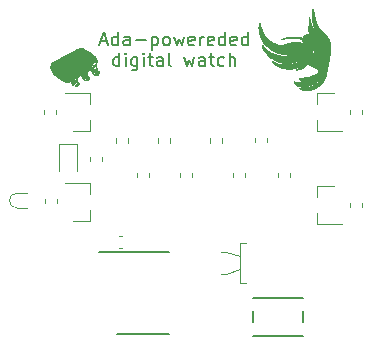
<source format=gbr>
G04 #@! TF.GenerationSoftware,KiCad,Pcbnew,5.99.0-unknown-r17001-43768b71*
G04 #@! TF.CreationDate,2019-11-05T19:13:07+01:00*
G04 #@! TF.ProjectId,ada-watch,6164612d-7761-4746-9368-2e6b69636164,rev?*
G04 #@! TF.SameCoordinates,Original*
G04 #@! TF.FileFunction,Legend,Top*
G04 #@! TF.FilePolarity,Positive*
%FSLAX46Y46*%
G04 Gerber Fmt 4.6, Leading zero omitted, Abs format (unit mm)*
G04 Created by KiCad (PCBNEW 5.99.0-unknown-r17001-43768b71) date 2019-11-05 19:13:07*
%MOMM*%
%LPD*%
G04 APERTURE LIST*
%ADD10C,0.175000*%
%ADD11C,0.011561*%
%ADD12C,0.002475*%
%ADD13C,0.002385*%
%ADD14C,0.002469*%
%ADD15C,0.002872*%
%ADD16C,0.002613*%
%ADD17C,0.002372*%
%ADD18C,0.002312*%
%ADD19C,0.003591*%
%ADD20C,0.011260*%
%ADD21C,0.120000*%
%ADD22C,0.150000*%
%ADD23C,0.200000*%
%ADD24C,0.100000*%
G04 APERTURE END LIST*
D10*
X140171476Y-92579333D02*
X140695285Y-92579333D01*
X140066714Y-92893619D02*
X140433380Y-91793619D01*
X140800047Y-92893619D01*
X141638142Y-92893619D02*
X141638142Y-91793619D01*
X141638142Y-92841238D02*
X141533380Y-92893619D01*
X141323857Y-92893619D01*
X141219095Y-92841238D01*
X141166714Y-92788857D01*
X141114333Y-92684095D01*
X141114333Y-92369809D01*
X141166714Y-92265047D01*
X141219095Y-92212666D01*
X141323857Y-92160285D01*
X141533380Y-92160285D01*
X141638142Y-92212666D01*
X142633380Y-92893619D02*
X142633380Y-92317428D01*
X142581000Y-92212666D01*
X142476238Y-92160285D01*
X142266714Y-92160285D01*
X142161952Y-92212666D01*
X142633380Y-92841238D02*
X142528619Y-92893619D01*
X142266714Y-92893619D01*
X142161952Y-92841238D01*
X142109571Y-92736476D01*
X142109571Y-92631714D01*
X142161952Y-92526952D01*
X142266714Y-92474571D01*
X142528619Y-92474571D01*
X142633380Y-92422190D01*
X143157190Y-92474571D02*
X143995285Y-92474571D01*
X144519095Y-92160285D02*
X144519095Y-93260285D01*
X144519095Y-92212666D02*
X144623857Y-92160285D01*
X144833380Y-92160285D01*
X144938142Y-92212666D01*
X144990523Y-92265047D01*
X145042904Y-92369809D01*
X145042904Y-92684095D01*
X144990523Y-92788857D01*
X144938142Y-92841238D01*
X144833380Y-92893619D01*
X144623857Y-92893619D01*
X144519095Y-92841238D01*
X145671476Y-92893619D02*
X145566714Y-92841238D01*
X145514333Y-92788857D01*
X145461952Y-92684095D01*
X145461952Y-92369809D01*
X145514333Y-92265047D01*
X145566714Y-92212666D01*
X145671476Y-92160285D01*
X145828619Y-92160285D01*
X145933380Y-92212666D01*
X145985761Y-92265047D01*
X146038142Y-92369809D01*
X146038142Y-92684095D01*
X145985761Y-92788857D01*
X145933380Y-92841238D01*
X145828619Y-92893619D01*
X145671476Y-92893619D01*
X146404809Y-92160285D02*
X146614333Y-92893619D01*
X146823857Y-92369809D01*
X147033380Y-92893619D01*
X147242904Y-92160285D01*
X148081000Y-92841238D02*
X147976238Y-92893619D01*
X147766714Y-92893619D01*
X147661952Y-92841238D01*
X147609571Y-92736476D01*
X147609571Y-92317428D01*
X147661952Y-92212666D01*
X147766714Y-92160285D01*
X147976238Y-92160285D01*
X148081000Y-92212666D01*
X148133380Y-92317428D01*
X148133380Y-92422190D01*
X147609571Y-92526952D01*
X148604809Y-92893619D02*
X148604809Y-92160285D01*
X148604809Y-92369809D02*
X148657190Y-92265047D01*
X148709571Y-92212666D01*
X148814333Y-92160285D01*
X148919095Y-92160285D01*
X149704809Y-92841238D02*
X149600047Y-92893619D01*
X149390523Y-92893619D01*
X149285761Y-92841238D01*
X149233380Y-92736476D01*
X149233380Y-92317428D01*
X149285761Y-92212666D01*
X149390523Y-92160285D01*
X149600047Y-92160285D01*
X149704809Y-92212666D01*
X149757190Y-92317428D01*
X149757190Y-92422190D01*
X149233380Y-92526952D01*
X150700047Y-92893619D02*
X150700047Y-91793619D01*
X150700047Y-92841238D02*
X150595285Y-92893619D01*
X150385761Y-92893619D01*
X150281000Y-92841238D01*
X150228619Y-92788857D01*
X150176238Y-92684095D01*
X150176238Y-92369809D01*
X150228619Y-92265047D01*
X150281000Y-92212666D01*
X150385761Y-92160285D01*
X150595285Y-92160285D01*
X150700047Y-92212666D01*
X151642904Y-92841238D02*
X151538142Y-92893619D01*
X151328619Y-92893619D01*
X151223857Y-92841238D01*
X151171476Y-92736476D01*
X151171476Y-92317428D01*
X151223857Y-92212666D01*
X151328619Y-92160285D01*
X151538142Y-92160285D01*
X151642904Y-92212666D01*
X151695285Y-92317428D01*
X151695285Y-92422190D01*
X151171476Y-92526952D01*
X152638142Y-92893619D02*
X152638142Y-91793619D01*
X152638142Y-92841238D02*
X152533380Y-92893619D01*
X152323857Y-92893619D01*
X152219095Y-92841238D01*
X152166714Y-92788857D01*
X152114333Y-92684095D01*
X152114333Y-92369809D01*
X152166714Y-92265047D01*
X152219095Y-92212666D01*
X152323857Y-92160285D01*
X152533380Y-92160285D01*
X152638142Y-92212666D01*
X141769095Y-94664619D02*
X141769095Y-93564619D01*
X141769095Y-94612238D02*
X141664333Y-94664619D01*
X141454809Y-94664619D01*
X141350047Y-94612238D01*
X141297666Y-94559857D01*
X141245285Y-94455095D01*
X141245285Y-94140809D01*
X141297666Y-94036047D01*
X141350047Y-93983666D01*
X141454809Y-93931285D01*
X141664333Y-93931285D01*
X141769095Y-93983666D01*
X142292904Y-94664619D02*
X142292904Y-93931285D01*
X142292904Y-93564619D02*
X142240523Y-93617000D01*
X142292904Y-93669380D01*
X142345285Y-93617000D01*
X142292904Y-93564619D01*
X142292904Y-93669380D01*
X143288142Y-93931285D02*
X143288142Y-94821761D01*
X143235761Y-94926523D01*
X143183380Y-94978904D01*
X143078619Y-95031285D01*
X142921476Y-95031285D01*
X142816714Y-94978904D01*
X143288142Y-94612238D02*
X143183380Y-94664619D01*
X142973857Y-94664619D01*
X142869095Y-94612238D01*
X142816714Y-94559857D01*
X142764333Y-94455095D01*
X142764333Y-94140809D01*
X142816714Y-94036047D01*
X142869095Y-93983666D01*
X142973857Y-93931285D01*
X143183380Y-93931285D01*
X143288142Y-93983666D01*
X143811952Y-94664619D02*
X143811952Y-93931285D01*
X143811952Y-93564619D02*
X143759571Y-93617000D01*
X143811952Y-93669380D01*
X143864333Y-93617000D01*
X143811952Y-93564619D01*
X143811952Y-93669380D01*
X144178619Y-93931285D02*
X144597666Y-93931285D01*
X144335761Y-93564619D02*
X144335761Y-94507476D01*
X144388142Y-94612238D01*
X144492904Y-94664619D01*
X144597666Y-94664619D01*
X145435761Y-94664619D02*
X145435761Y-94088428D01*
X145383380Y-93983666D01*
X145278619Y-93931285D01*
X145069095Y-93931285D01*
X144964333Y-93983666D01*
X145435761Y-94612238D02*
X145331000Y-94664619D01*
X145069095Y-94664619D01*
X144964333Y-94612238D01*
X144911952Y-94507476D01*
X144911952Y-94402714D01*
X144964333Y-94297952D01*
X145069095Y-94245571D01*
X145331000Y-94245571D01*
X145435761Y-94193190D01*
X146116714Y-94664619D02*
X146011952Y-94612238D01*
X145959571Y-94507476D01*
X145959571Y-93564619D01*
X147269095Y-93931285D02*
X147478619Y-94664619D01*
X147688142Y-94140809D01*
X147897666Y-94664619D01*
X148107190Y-93931285D01*
X148997666Y-94664619D02*
X148997666Y-94088428D01*
X148945285Y-93983666D01*
X148840523Y-93931285D01*
X148631000Y-93931285D01*
X148526238Y-93983666D01*
X148997666Y-94612238D02*
X148892904Y-94664619D01*
X148631000Y-94664619D01*
X148526238Y-94612238D01*
X148473857Y-94507476D01*
X148473857Y-94402714D01*
X148526238Y-94297952D01*
X148631000Y-94245571D01*
X148892904Y-94245571D01*
X148997666Y-94193190D01*
X149364333Y-93931285D02*
X149783380Y-93931285D01*
X149521476Y-93564619D02*
X149521476Y-94507476D01*
X149573857Y-94612238D01*
X149678619Y-94664619D01*
X149783380Y-94664619D01*
X150621476Y-94612238D02*
X150516714Y-94664619D01*
X150307190Y-94664619D01*
X150202428Y-94612238D01*
X150150047Y-94559857D01*
X150097666Y-94455095D01*
X150097666Y-94140809D01*
X150150047Y-94036047D01*
X150202428Y-93983666D01*
X150307190Y-93931285D01*
X150516714Y-93931285D01*
X150621476Y-93983666D01*
X151092904Y-94664619D02*
X151092904Y-93564619D01*
X151564333Y-94664619D02*
X151564333Y-94088428D01*
X151511952Y-93983666D01*
X151407190Y-93931285D01*
X151250047Y-93931285D01*
X151145285Y-93983666D01*
X151092904Y-94036047D01*
G36*
X138538340Y-93095249D02*
G01*
X138554260Y-93099260D01*
X138585444Y-93109035D01*
X138615829Y-93120936D01*
X138645508Y-93134710D01*
X138674571Y-93150106D01*
X138703112Y-93166871D01*
X138731222Y-93184754D01*
X138758993Y-93203501D01*
X138868520Y-93282098D01*
X138895972Y-93301389D01*
X138923636Y-93320031D01*
X138951604Y-93337773D01*
X138979968Y-93354364D01*
X139068415Y-93415985D01*
X139157724Y-93476454D01*
X139337178Y-93596255D01*
X139426450Y-93656746D01*
X139514837Y-93718404D01*
X139601903Y-93781808D01*
X139687210Y-93847539D01*
X139718176Y-93896401D01*
X139750190Y-93948079D01*
X139765904Y-93974776D01*
X139781055Y-94001938D01*
X139795369Y-94029485D01*
X139808572Y-94057338D01*
X139820389Y-94085418D01*
X139830544Y-94113644D01*
X139838763Y-94141936D01*
X139844771Y-94170216D01*
X139846861Y-94184326D01*
X139848294Y-94198403D01*
X139849038Y-94212437D01*
X139849057Y-94226417D01*
X139848317Y-94240335D01*
X139846785Y-94254180D01*
X139844425Y-94267942D01*
X139841203Y-94281611D01*
X139840015Y-94290526D01*
X139838207Y-94298930D01*
X139835842Y-94306854D01*
X139832985Y-94314335D01*
X139829701Y-94321406D01*
X139826052Y-94328102D01*
X139822103Y-94334456D01*
X139817919Y-94340503D01*
X139809100Y-94351814D01*
X139800106Y-94362309D01*
X139791452Y-94372261D01*
X139783650Y-94381944D01*
X139780229Y-94386771D01*
X139777213Y-94391634D01*
X139774666Y-94396567D01*
X139772653Y-94401603D01*
X139771238Y-94406779D01*
X139770484Y-94412127D01*
X139770456Y-94417682D01*
X139771218Y-94423479D01*
X139772834Y-94429551D01*
X139775368Y-94435933D01*
X139778884Y-94442659D01*
X139783447Y-94449763D01*
X139789120Y-94457280D01*
X139795968Y-94465244D01*
X139804054Y-94473690D01*
X139813443Y-94482650D01*
X139816260Y-94497380D01*
X139818754Y-94517707D01*
X139822659Y-94570020D01*
X139824938Y-94629326D01*
X139825371Y-94685362D01*
X139823739Y-94727864D01*
X139822079Y-94740831D01*
X139821027Y-94744683D01*
X139819821Y-94746567D01*
X139818458Y-94746321D01*
X139816936Y-94743786D01*
X139813397Y-94731207D01*
X139809176Y-94707547D01*
X139804247Y-94671522D01*
X139799468Y-94656375D01*
X139793709Y-94644174D01*
X139787051Y-94634713D01*
X139779578Y-94627783D01*
X139771371Y-94623176D01*
X139762514Y-94620685D01*
X139753088Y-94620101D01*
X139743175Y-94621216D01*
X139732859Y-94623822D01*
X139722222Y-94627712D01*
X139700313Y-94638509D01*
X139678107Y-94651944D01*
X139656265Y-94666352D01*
X139635446Y-94680070D01*
X139616308Y-94691434D01*
X139607576Y-94695713D01*
X139599512Y-94698779D01*
X139592198Y-94700425D01*
X139585716Y-94700443D01*
X139580150Y-94698624D01*
X139575581Y-94694761D01*
X139572091Y-94688645D01*
X139569764Y-94680069D01*
X139568682Y-94668824D01*
X139568927Y-94654703D01*
X139570581Y-94637497D01*
X139573728Y-94617000D01*
X139566433Y-94605788D01*
X139561846Y-94595915D01*
X139559779Y-94587278D01*
X139560043Y-94579771D01*
X139562449Y-94573290D01*
X139566809Y-94567730D01*
X139572934Y-94562988D01*
X139580636Y-94558959D01*
X139589726Y-94555539D01*
X139600015Y-94552623D01*
X139623436Y-94547886D01*
X139676374Y-94539871D01*
X139702874Y-94534923D01*
X139727381Y-94528234D01*
X139738416Y-94523977D01*
X139748388Y-94518971D01*
X139757107Y-94513112D01*
X139764386Y-94506297D01*
X139770035Y-94498420D01*
X139773866Y-94489378D01*
X139775691Y-94479066D01*
X139775320Y-94467379D01*
X139772566Y-94454214D01*
X139767239Y-94439466D01*
X139759151Y-94423030D01*
X139748114Y-94404802D01*
X139752900Y-94393842D01*
X139755988Y-94383556D01*
X139757468Y-94373941D01*
X139757431Y-94364994D01*
X139755964Y-94356714D01*
X139753160Y-94349098D01*
X139749107Y-94342144D01*
X139743895Y-94335850D01*
X139737614Y-94330213D01*
X139730354Y-94325231D01*
X139722205Y-94320902D01*
X139713257Y-94317223D01*
X139703599Y-94314193D01*
X139693321Y-94311809D01*
X139682514Y-94310068D01*
X139671267Y-94308969D01*
X139659670Y-94308510D01*
X139647813Y-94308687D01*
X139635785Y-94309499D01*
X139623677Y-94310943D01*
X139611579Y-94313017D01*
X139599579Y-94315719D01*
X139587769Y-94319047D01*
X139576238Y-94322998D01*
X139565075Y-94327571D01*
X139554372Y-94332761D01*
X139544216Y-94338569D01*
X139534700Y-94344990D01*
X139525911Y-94352024D01*
X139517940Y-94359667D01*
X139510878Y-94367918D01*
X139504813Y-94376774D01*
X139495332Y-94384326D01*
X139486699Y-94391680D01*
X139478891Y-94398848D01*
X139471889Y-94405842D01*
X139465671Y-94412674D01*
X139460217Y-94419355D01*
X139455504Y-94425898D01*
X139451513Y-94432314D01*
X139448222Y-94438615D01*
X139445610Y-94444813D01*
X139443657Y-94450920D01*
X139442340Y-94456948D01*
X139441640Y-94462908D01*
X139441535Y-94468813D01*
X139442005Y-94474674D01*
X139443027Y-94480503D01*
X139444582Y-94486312D01*
X139446649Y-94492113D01*
X139449205Y-94497917D01*
X139452231Y-94503737D01*
X139455705Y-94509585D01*
X139459606Y-94515472D01*
X139463913Y-94521410D01*
X139468606Y-94527411D01*
X139479063Y-94539649D01*
X139490810Y-94552282D01*
X139503677Y-94565404D01*
X139517498Y-94579110D01*
X139501143Y-94573722D01*
X139485691Y-94570447D01*
X139471152Y-94569139D01*
X139457534Y-94569656D01*
X139444849Y-94571854D01*
X139433104Y-94575589D01*
X139422310Y-94580717D01*
X139412476Y-94587094D01*
X139403611Y-94594577D01*
X139395726Y-94603022D01*
X139388830Y-94612285D01*
X139382932Y-94622223D01*
X139378042Y-94632692D01*
X139374169Y-94643547D01*
X139371322Y-94654646D01*
X139369513Y-94665845D01*
X139368749Y-94676999D01*
X139369041Y-94687965D01*
X139370397Y-94698600D01*
X139372828Y-94708759D01*
X139376343Y-94718299D01*
X139380952Y-94727076D01*
X139386664Y-94734946D01*
X139393488Y-94741766D01*
X139401435Y-94747392D01*
X139410513Y-94751680D01*
X139420733Y-94754487D01*
X139432103Y-94755668D01*
X139444633Y-94755080D01*
X139458334Y-94752579D01*
X139473213Y-94748021D01*
X139489282Y-94741264D01*
X139481210Y-94736122D01*
X139475132Y-94731682D01*
X139470907Y-94727909D01*
X139468393Y-94724770D01*
X139467449Y-94722231D01*
X139467934Y-94720257D01*
X139469707Y-94718814D01*
X139472626Y-94717869D01*
X139481342Y-94717334D01*
X139492951Y-94718379D01*
X139506325Y-94720732D01*
X139520335Y-94724120D01*
X139533852Y-94728270D01*
X139545747Y-94732911D01*
X139554891Y-94737769D01*
X139558078Y-94740194D01*
X139560155Y-94742572D01*
X139560979Y-94744868D01*
X139560411Y-94747047D01*
X139558307Y-94749077D01*
X139554528Y-94750923D01*
X139548933Y-94752550D01*
X139541380Y-94753925D01*
X139519835Y-94755782D01*
X139517056Y-94763614D01*
X139514656Y-94771229D01*
X139512615Y-94778633D01*
X139510911Y-94785832D01*
X139508427Y-94799638D01*
X139507033Y-94812692D01*
X139506556Y-94825041D01*
X139506823Y-94836732D01*
X139507663Y-94847809D01*
X139508903Y-94858319D01*
X139514417Y-94895615D01*
X139515072Y-94903983D01*
X139515093Y-94912061D01*
X139514308Y-94919896D01*
X139513559Y-94923736D01*
X139512543Y-94927532D01*
X139511725Y-94934739D01*
X139512302Y-94941134D01*
X139514174Y-94946743D01*
X139517236Y-94951594D01*
X139521388Y-94955713D01*
X139526527Y-94959127D01*
X139532551Y-94961863D01*
X139539357Y-94963946D01*
X139546842Y-94965405D01*
X139554906Y-94966265D01*
X139563444Y-94966553D01*
X139572356Y-94966297D01*
X139590890Y-94964255D01*
X139609687Y-94960354D01*
X139627931Y-94954806D01*
X139644802Y-94947826D01*
X139652467Y-94943865D01*
X139659482Y-94939626D01*
X139665744Y-94935136D01*
X139671152Y-94930421D01*
X139675603Y-94925508D01*
X139678995Y-94920424D01*
X139681225Y-94915195D01*
X139682191Y-94909848D01*
X139681790Y-94904410D01*
X139679922Y-94898907D01*
X139676482Y-94893366D01*
X139671369Y-94887814D01*
X139679886Y-94883859D01*
X139688328Y-94881693D01*
X139696678Y-94881166D01*
X139704919Y-94882128D01*
X139713035Y-94884428D01*
X139721009Y-94887918D01*
X139728825Y-94892447D01*
X139736466Y-94897865D01*
X139743916Y-94904021D01*
X139751157Y-94910766D01*
X139764948Y-94925423D01*
X139789301Y-94955203D01*
X139799596Y-94967924D01*
X139808460Y-94977600D01*
X139812314Y-94980921D01*
X139815760Y-94983031D01*
X139818781Y-94983779D01*
X139821362Y-94983015D01*
X139823485Y-94980590D01*
X139825134Y-94976353D01*
X139826293Y-94970155D01*
X139826943Y-94961845D01*
X139826656Y-94938290D01*
X139824140Y-94904489D01*
X139830507Y-94842989D01*
X139832324Y-94829914D01*
X139833041Y-94827181D01*
X139833689Y-94826749D01*
X139841578Y-94885056D01*
X139845887Y-94910345D01*
X139851824Y-94937106D01*
X139859735Y-94963934D01*
X139864538Y-94976933D01*
X139869965Y-94989422D01*
X139876059Y-95001225D01*
X139882862Y-95012165D01*
X139890419Y-95022067D01*
X139898771Y-95030756D01*
X139907964Y-95038055D01*
X139918039Y-95043789D01*
X139929041Y-95047783D01*
X139941012Y-95049859D01*
X139956505Y-95059975D01*
X139970355Y-95070755D01*
X139982602Y-95082140D01*
X139993288Y-95094072D01*
X140002454Y-95106493D01*
X140010141Y-95119345D01*
X140016391Y-95132569D01*
X140021245Y-95146108D01*
X140024744Y-95159902D01*
X140026929Y-95173894D01*
X140027841Y-95188025D01*
X140027522Y-95202238D01*
X140026013Y-95216473D01*
X140023356Y-95230672D01*
X140019591Y-95244778D01*
X140014759Y-95258732D01*
X140008903Y-95272476D01*
X140002063Y-95285951D01*
X139994280Y-95299099D01*
X139985595Y-95311862D01*
X139976051Y-95324182D01*
X139965688Y-95336001D01*
X139954547Y-95347259D01*
X139942670Y-95357899D01*
X139930097Y-95367863D01*
X139916871Y-95377092D01*
X139903031Y-95385528D01*
X139888621Y-95393113D01*
X139873680Y-95399788D01*
X139858250Y-95405496D01*
X139842373Y-95410178D01*
X139826089Y-95413775D01*
X139818276Y-95419524D01*
X139810567Y-95424690D01*
X139802996Y-95429294D01*
X139795596Y-95433354D01*
X139788401Y-95436889D01*
X139781445Y-95439919D01*
X139774763Y-95442463D01*
X139768386Y-95444540D01*
X139762351Y-95446170D01*
X139756690Y-95447371D01*
X139751437Y-95448162D01*
X139746626Y-95448564D01*
X139742291Y-95448595D01*
X139738466Y-95448274D01*
X139735185Y-95447621D01*
X139732481Y-95446655D01*
X139730388Y-95445394D01*
X139728940Y-95443859D01*
X139728172Y-95442069D01*
X139728116Y-95440042D01*
X139728807Y-95437797D01*
X139730279Y-95435355D01*
X139732565Y-95432735D01*
X139735699Y-95429954D01*
X139739715Y-95427034D01*
X139744648Y-95423992D01*
X139750530Y-95420849D01*
X139757395Y-95417623D01*
X139765278Y-95414333D01*
X139774212Y-95411000D01*
X139784232Y-95407641D01*
X139795370Y-95404276D01*
X139820468Y-95390595D01*
X139856545Y-95372505D01*
X139897615Y-95351509D01*
X139918152Y-95340392D01*
X139937694Y-95329113D01*
X139955490Y-95317861D01*
X139970795Y-95306823D01*
X139982859Y-95296187D01*
X139987442Y-95291079D01*
X139990935Y-95286142D01*
X139993243Y-95281399D01*
X139994274Y-95276875D01*
X139993933Y-95272593D01*
X139992128Y-95268576D01*
X139988764Y-95264847D01*
X139983749Y-95261431D01*
X139976988Y-95258351D01*
X139968389Y-95255629D01*
X139961650Y-95263215D01*
X139953833Y-95270629D01*
X139945051Y-95277837D01*
X139935418Y-95284805D01*
X139914050Y-95297886D01*
X139890638Y-95309596D01*
X139866088Y-95319664D01*
X139841308Y-95327817D01*
X139817203Y-95333781D01*
X139794682Y-95337282D01*
X139784299Y-95338024D01*
X139774651Y-95338049D01*
X139765853Y-95337321D01*
X139758018Y-95335807D01*
X139751259Y-95333473D01*
X139745689Y-95330284D01*
X139741422Y-95326207D01*
X139738572Y-95321206D01*
X139737251Y-95315249D01*
X139737573Y-95308301D01*
X139739652Y-95300328D01*
X139743600Y-95291295D01*
X139749532Y-95281169D01*
X139757560Y-95269915D01*
X139767798Y-95257500D01*
X139780360Y-95243888D01*
X139789066Y-95244761D01*
X139798462Y-95244726D01*
X139808447Y-95243831D01*
X139818921Y-95242124D01*
X139840936Y-95236474D01*
X139863705Y-95228166D01*
X139886428Y-95217591D01*
X139908302Y-95205142D01*
X139928528Y-95191208D01*
X139937771Y-95183806D01*
X139946303Y-95176180D01*
X139954021Y-95168379D01*
X139960826Y-95160451D01*
X139966617Y-95152445D01*
X139971296Y-95144410D01*
X139974761Y-95136396D01*
X139976912Y-95128450D01*
X139977649Y-95120622D01*
X139976872Y-95112961D01*
X139974481Y-95105515D01*
X139970375Y-95098334D01*
X139964455Y-95091466D01*
X139956620Y-95084960D01*
X139946771Y-95078865D01*
X139934806Y-95073231D01*
X139920627Y-95068105D01*
X139904132Y-95063537D01*
X139882932Y-95072708D01*
X139859855Y-95083454D01*
X139809498Y-95107933D01*
X139755925Y-95133499D01*
X139728828Y-95145602D01*
X139702001Y-95156673D01*
X139675802Y-95166277D01*
X139650589Y-95173979D01*
X139626720Y-95179345D01*
X139615401Y-95181016D01*
X139604552Y-95181940D01*
X139594219Y-95182062D01*
X139584445Y-95181329D01*
X139575276Y-95179685D01*
X139566756Y-95177077D01*
X139558930Y-95173451D01*
X139551843Y-95168751D01*
X139545539Y-95162924D01*
X139540063Y-95155916D01*
X139535860Y-95160520D01*
X139533231Y-95166521D01*
X139532053Y-95173788D01*
X139532204Y-95182187D01*
X139533559Y-95191589D01*
X139535997Y-95201861D01*
X139543626Y-95224488D01*
X139554105Y-95249016D01*
X139566448Y-95274391D01*
X139592787Y-95323468D01*
X139614759Y-95363291D01*
X139621644Y-95377099D01*
X139624482Y-95385433D01*
X139624075Y-95387219D01*
X139622287Y-95387241D01*
X139618994Y-95385368D01*
X139614073Y-95381468D01*
X139598855Y-95367060D01*
X139575649Y-95342966D01*
X139565199Y-95333456D01*
X139555082Y-95323262D01*
X139535777Y-95301027D01*
X139517597Y-95276672D01*
X139500404Y-95250612D01*
X139484060Y-95223259D01*
X139468428Y-95195026D01*
X139438748Y-95137575D01*
X139410262Y-95081563D01*
X139396123Y-95055130D01*
X139381870Y-95030295D01*
X139367364Y-95007473D01*
X139352469Y-94987077D01*
X139337046Y-94969518D01*
X139329094Y-94961933D01*
X139320958Y-94955212D01*
X139296286Y-94972515D01*
X139269209Y-94989284D01*
X139210727Y-95022244D01*
X139151302Y-95056140D01*
X139123043Y-95074078D01*
X139096719Y-95093018D01*
X139073052Y-95113215D01*
X139062442Y-95123866D01*
X139052767Y-95134927D01*
X139044118Y-95146430D01*
X139036586Y-95158407D01*
X139030260Y-95170891D01*
X139025232Y-95183913D01*
X139021592Y-95197506D01*
X139019430Y-95211701D01*
X139018837Y-95226530D01*
X139019903Y-95242025D01*
X139022719Y-95258219D01*
X139027374Y-95275143D01*
X139033960Y-95292830D01*
X139042567Y-95311311D01*
X139035534Y-95329445D01*
X139031240Y-95347472D01*
X139029467Y-95365384D01*
X139029997Y-95383177D01*
X139032614Y-95400843D01*
X139037100Y-95418376D01*
X139043238Y-95435771D01*
X139050811Y-95453021D01*
X139059601Y-95470120D01*
X139069391Y-95487062D01*
X139091104Y-95520449D01*
X139136971Y-95585064D01*
X139157651Y-95616194D01*
X139166666Y-95631442D01*
X139174510Y-95646472D01*
X139180963Y-95661276D01*
X139185810Y-95675849D01*
X139188833Y-95690185D01*
X139189815Y-95704276D01*
X139188537Y-95718118D01*
X139184784Y-95731704D01*
X139178338Y-95745028D01*
X139168982Y-95758083D01*
X139156498Y-95770863D01*
X139140669Y-95783363D01*
X139121278Y-95795576D01*
X139098108Y-95807495D01*
X139085734Y-95812797D01*
X139071909Y-95818005D01*
X139057170Y-95822992D01*
X139042053Y-95827632D01*
X139012837Y-95835364D01*
X138999812Y-95838203D01*
X138988559Y-95840188D01*
X138979615Y-95841194D01*
X138973516Y-95841094D01*
X138971702Y-95840590D01*
X138970801Y-95839762D01*
X138970880Y-95838594D01*
X138972006Y-95837070D01*
X138977669Y-95832893D01*
X138988327Y-95827103D01*
X139004517Y-95819575D01*
X139026775Y-95810183D01*
X139035192Y-95809799D01*
X139043782Y-95808489D01*
X139052490Y-95806336D01*
X139061260Y-95803421D01*
X139070036Y-95799825D01*
X139078762Y-95795630D01*
X139087382Y-95790917D01*
X139095840Y-95785768D01*
X139112048Y-95774488D01*
X139126940Y-95762443D01*
X139140067Y-95750285D01*
X139150984Y-95738666D01*
X139159243Y-95728239D01*
X139162236Y-95723676D01*
X139164397Y-95719656D01*
X139165670Y-95716260D01*
X139166000Y-95713570D01*
X139165329Y-95711667D01*
X139163603Y-95710633D01*
X139160766Y-95710549D01*
X139156762Y-95711498D01*
X139151534Y-95713560D01*
X139145028Y-95716817D01*
X139137186Y-95721351D01*
X139127954Y-95727243D01*
X139105094Y-95743427D01*
X139098758Y-95749550D01*
X139091491Y-95755468D01*
X139083395Y-95761158D01*
X139074573Y-95766595D01*
X139055160Y-95776615D01*
X139034074Y-95785333D01*
X139012135Y-95792555D01*
X138990164Y-95798085D01*
X138968982Y-95801730D01*
X138949409Y-95803296D01*
X138940482Y-95803238D01*
X138932266Y-95802587D01*
X138924862Y-95801319D01*
X138918374Y-95799410D01*
X138912903Y-95796835D01*
X138908553Y-95793570D01*
X138905426Y-95789590D01*
X138903625Y-95784872D01*
X138903252Y-95779391D01*
X138904410Y-95773123D01*
X138907202Y-95766043D01*
X138911729Y-95758127D01*
X138918095Y-95749351D01*
X138926403Y-95739691D01*
X138936754Y-95729121D01*
X138949251Y-95717619D01*
X138978115Y-95697752D01*
X139007548Y-95677995D01*
X139035975Y-95658518D01*
X139049318Y-95648937D01*
X139061817Y-95639490D01*
X139073276Y-95630199D01*
X139083498Y-95621084D01*
X139092285Y-95612167D01*
X139099440Y-95603469D01*
X139102344Y-95599209D01*
X139104766Y-95595012D01*
X139106682Y-95590880D01*
X139108067Y-95586816D01*
X139108896Y-95582823D01*
X139109144Y-95578903D01*
X139108787Y-95575059D01*
X139107801Y-95571295D01*
X139096195Y-95563335D01*
X139084473Y-95557085D01*
X139072641Y-95552446D01*
X139060707Y-95549323D01*
X139048679Y-95547618D01*
X139036564Y-95547235D01*
X139024370Y-95548077D01*
X139012105Y-95550048D01*
X138999775Y-95553049D01*
X138987390Y-95556986D01*
X138974956Y-95561760D01*
X138962481Y-95567276D01*
X138937440Y-95580143D01*
X138912327Y-95594813D01*
X138862129Y-95626467D01*
X138837167Y-95641902D01*
X138812378Y-95656044D01*
X138787822Y-95668118D01*
X138775651Y-95673137D01*
X138763561Y-95677350D01*
X138751560Y-95680658D01*
X138739656Y-95682965D01*
X138727855Y-95684175D01*
X138716167Y-95684191D01*
X138690934Y-95661714D01*
X138681619Y-95654709D01*
X138674372Y-95650288D01*
X138669090Y-95648275D01*
X138665673Y-95648490D01*
X138664020Y-95650757D01*
X138664029Y-95654897D01*
X138665600Y-95660733D01*
X138668632Y-95668086D01*
X138678674Y-95686633D01*
X138693345Y-95709115D01*
X138711839Y-95734111D01*
X138733346Y-95760195D01*
X138757058Y-95785946D01*
X138782167Y-95809941D01*
X138794993Y-95820835D01*
X138807864Y-95830756D01*
X138820681Y-95839526D01*
X138833342Y-95846968D01*
X138845746Y-95852903D01*
X138857792Y-95857154D01*
X138869379Y-95859543D01*
X138880406Y-95859892D01*
X138890771Y-95858022D01*
X138900375Y-95853757D01*
X138908414Y-95856119D01*
X138914618Y-95858502D01*
X138919089Y-95860881D01*
X138921928Y-95863230D01*
X138923239Y-95865522D01*
X138923125Y-95867733D01*
X138921687Y-95869835D01*
X138919028Y-95871802D01*
X138915251Y-95873610D01*
X138910457Y-95875232D01*
X138898233Y-95877814D01*
X138883174Y-95879339D01*
X138866102Y-95879602D01*
X138847835Y-95878393D01*
X138829193Y-95875506D01*
X138819988Y-95873368D01*
X138810997Y-95870733D01*
X138802323Y-95867574D01*
X138794067Y-95863865D01*
X138786332Y-95859581D01*
X138779221Y-95854696D01*
X138772836Y-95849183D01*
X138767280Y-95843017D01*
X138762656Y-95836172D01*
X138759065Y-95828622D01*
X138756610Y-95820340D01*
X138755393Y-95811301D01*
X138734130Y-95789111D01*
X138713143Y-95766470D01*
X138692509Y-95743373D01*
X138672304Y-95719818D01*
X138652603Y-95695801D01*
X138633482Y-95671317D01*
X138615017Y-95646364D01*
X138597284Y-95620937D01*
X138580360Y-95595033D01*
X138564319Y-95568648D01*
X138549237Y-95541779D01*
X138535192Y-95514422D01*
X138522257Y-95486572D01*
X138510510Y-95458227D01*
X138500026Y-95429383D01*
X138490881Y-95400036D01*
X138425662Y-95431133D01*
X138393156Y-95448144D01*
X138361313Y-95466284D01*
X138330580Y-95485671D01*
X138301405Y-95506420D01*
X138274233Y-95528647D01*
X138261538Y-95540351D01*
X138249512Y-95552468D01*
X138238209Y-95565012D01*
X138227687Y-95577999D01*
X138218000Y-95591442D01*
X138209205Y-95605357D01*
X138201358Y-95619757D01*
X138194513Y-95634657D01*
X138188728Y-95650072D01*
X138184058Y-95666016D01*
X138180559Y-95682504D01*
X138178286Y-95699550D01*
X138177295Y-95717169D01*
X138177643Y-95735375D01*
X138179385Y-95754183D01*
X138182576Y-95773606D01*
X138187274Y-95793661D01*
X138193532Y-95814361D01*
X138190637Y-95831376D01*
X138189685Y-95848298D01*
X138190509Y-95865124D01*
X138192941Y-95881853D01*
X138196812Y-95898482D01*
X138201954Y-95915010D01*
X138208200Y-95931435D01*
X138215381Y-95947755D01*
X138231876Y-95980073D01*
X138250096Y-96011948D01*
X138286333Y-96074309D01*
X138301660Y-96104766D01*
X138308038Y-96119806D01*
X138313335Y-96134719D01*
X138317382Y-96149502D01*
X138320011Y-96164154D01*
X138321055Y-96178672D01*
X138320346Y-96193055D01*
X138317715Y-96207302D01*
X138312994Y-96221409D01*
X138306016Y-96235375D01*
X138296612Y-96249198D01*
X138284614Y-96262877D01*
X138269854Y-96276409D01*
X138252164Y-96289793D01*
X138231377Y-96303026D01*
X138209426Y-96317985D01*
X138187060Y-96332496D01*
X138175685Y-96339347D01*
X138164162Y-96345803D01*
X138152478Y-96351771D01*
X138140617Y-96357155D01*
X138128566Y-96361862D01*
X138116309Y-96365797D01*
X138103832Y-96368866D01*
X138097507Y-96370046D01*
X138091121Y-96370975D01*
X138084674Y-96371640D01*
X138078162Y-96372029D01*
X138071584Y-96372131D01*
X138064938Y-96371935D01*
X138058224Y-96371428D01*
X138051438Y-96370598D01*
X138044578Y-96369434D01*
X138037645Y-96367924D01*
X138037645Y-96367926D01*
X138015394Y-96361316D01*
X138008128Y-96358494D01*
X138003244Y-96355950D01*
X138000598Y-96353651D01*
X138000046Y-96351566D01*
X138001445Y-96349662D01*
X138004650Y-96347907D01*
X138015905Y-96344712D01*
X138032660Y-96341722D01*
X138078070Y-96335321D01*
X138104425Y-96331391D01*
X138131678Y-96326628D01*
X138158681Y-96320774D01*
X138184281Y-96313569D01*
X138196196Y-96309378D01*
X138207329Y-96304753D01*
X138217537Y-96299660D01*
X138226675Y-96294067D01*
X138234600Y-96287942D01*
X138241167Y-96281253D01*
X138246234Y-96273966D01*
X138249657Y-96266049D01*
X138269975Y-96240581D01*
X138283772Y-96221634D01*
X138288428Y-96214409D01*
X138291696Y-96208577D01*
X138293656Y-96204060D01*
X138294390Y-96200778D01*
X138293979Y-96198652D01*
X138293368Y-96197999D01*
X138292502Y-96197604D01*
X138290041Y-96197555D01*
X138286677Y-96198425D01*
X138282490Y-96200135D01*
X138277562Y-96202606D01*
X138265801Y-96209517D01*
X138154018Y-96287214D01*
X138133687Y-96291974D01*
X138108221Y-96297307D01*
X138094674Y-96299562D01*
X138081180Y-96301208D01*
X138068182Y-96301994D01*
X138056125Y-96301670D01*
X138050590Y-96301013D01*
X138045456Y-96299984D01*
X138040781Y-96298553D01*
X138036619Y-96296687D01*
X138033026Y-96294355D01*
X138030059Y-96291526D01*
X138027772Y-96288169D01*
X138026221Y-96284252D01*
X138025462Y-96279743D01*
X138025550Y-96274613D01*
X138026542Y-96268828D01*
X138028492Y-96262359D01*
X138031457Y-96255172D01*
X138035492Y-96247238D01*
X138040653Y-96238525D01*
X138046995Y-96229001D01*
X138063848Y-96214434D01*
X138081696Y-96200507D01*
X138100185Y-96187140D01*
X138118965Y-96174252D01*
X138155993Y-96149588D01*
X138173539Y-96137651D01*
X138189970Y-96125870D01*
X138204935Y-96114162D01*
X138218083Y-96102449D01*
X138229063Y-96090648D01*
X138233630Y-96084689D01*
X138237523Y-96078679D01*
X138240699Y-96072606D01*
X138243112Y-96066461D01*
X138244721Y-96060233D01*
X138245479Y-96053913D01*
X138245345Y-96047490D01*
X138244273Y-96040954D01*
X138242220Y-96034295D01*
X138239142Y-96027504D01*
X138226310Y-96023220D01*
X138213507Y-96020146D01*
X138200739Y-96018211D01*
X138188012Y-96017345D01*
X138175334Y-96017478D01*
X138162711Y-96018541D01*
X138150149Y-96020464D01*
X138137656Y-96023176D01*
X138125238Y-96026608D01*
X138112901Y-96030689D01*
X138088501Y-96040522D01*
X138064509Y-96052114D01*
X138040978Y-96064906D01*
X137952544Y-96116886D01*
X137932126Y-96127287D01*
X137912491Y-96135531D01*
X137902984Y-96138669D01*
X137893694Y-96141058D01*
X137884626Y-96142629D01*
X137875787Y-96143310D01*
X137864725Y-96124903D01*
X137855095Y-96106702D01*
X137847039Y-96088775D01*
X137843646Y-96079934D01*
X137840700Y-96071185D01*
X137838220Y-96062538D01*
X137836222Y-96053999D01*
X137834725Y-96045577D01*
X137833747Y-96037280D01*
X137833306Y-96029117D01*
X137833419Y-96021095D01*
X137834105Y-96013223D01*
X137835380Y-96005509D01*
X137837264Y-95997960D01*
X137839774Y-95990586D01*
X137842927Y-95983393D01*
X137846742Y-95976392D01*
X137851237Y-95969588D01*
X137856430Y-95962992D01*
X137862337Y-95956610D01*
X137868978Y-95950451D01*
X137876370Y-95944523D01*
X137884530Y-95938835D01*
X137893478Y-95933393D01*
X137903230Y-95928208D01*
X137913805Y-95923286D01*
X137925220Y-95918636D01*
X137937493Y-95914266D01*
X137950643Y-95910184D01*
X137970637Y-95902931D01*
X137977586Y-95899751D01*
X137982705Y-95896838D01*
X137986142Y-95894168D01*
X137988050Y-95891718D01*
X137988578Y-95889465D01*
X137987878Y-95887385D01*
X137986100Y-95885454D01*
X137983394Y-95883651D01*
X137975801Y-95880329D01*
X137956112Y-95874175D01*
X137946425Y-95870970D01*
X137938449Y-95867429D01*
X137935479Y-95865474D01*
X137933389Y-95863366D01*
X137932329Y-95861080D01*
X137932449Y-95858594D01*
X137933901Y-95855884D01*
X137936836Y-95852926D01*
X137941402Y-95849698D01*
X137947752Y-95846175D01*
X137966403Y-95838155D01*
X137993994Y-95828678D01*
X138014331Y-95827654D01*
X138034426Y-95824948D01*
X138053910Y-95820653D01*
X138072416Y-95814865D01*
X138081186Y-95811439D01*
X138089573Y-95807676D01*
X138097532Y-95803585D01*
X138105014Y-95799181D01*
X138111976Y-95794473D01*
X138118370Y-95789474D01*
X138124150Y-95784195D01*
X138129271Y-95778649D01*
X138133686Y-95772847D01*
X138137349Y-95766800D01*
X138140215Y-95760522D01*
X138142236Y-95754022D01*
X138143367Y-95747314D01*
X138143561Y-95740409D01*
X138142773Y-95733318D01*
X138140957Y-95726054D01*
X138138066Y-95718628D01*
X138134055Y-95711052D01*
X138128877Y-95703338D01*
X138122486Y-95695497D01*
X138114835Y-95687541D01*
X138105880Y-95679482D01*
X138095574Y-95671332D01*
X138083870Y-95663103D01*
X138073248Y-95665077D01*
X138062654Y-95667700D01*
X138052092Y-95670921D01*
X138041565Y-95674692D01*
X138020629Y-95683685D01*
X137999868Y-95694286D01*
X137979307Y-95706099D01*
X137958970Y-95718730D01*
X137919063Y-95744872D01*
X137899542Y-95757593D01*
X137880340Y-95769555D01*
X137861482Y-95780365D01*
X137842992Y-95789627D01*
X137833893Y-95793555D01*
X137824894Y-95796948D01*
X137815999Y-95799757D01*
X137807212Y-95801933D01*
X137798534Y-95803427D01*
X137789969Y-95804188D01*
X137781520Y-95804169D01*
X137773190Y-95803319D01*
X137762376Y-95774005D01*
X137751716Y-95743079D01*
X137747061Y-95727484D01*
X137743187Y-95712052D01*
X137740340Y-95696972D01*
X137738768Y-95682432D01*
X137738538Y-95675423D01*
X137738719Y-95668621D01*
X137739343Y-95662048D01*
X137740440Y-95655728D01*
X137742042Y-95649685D01*
X137744178Y-95643942D01*
X137746881Y-95638522D01*
X137750180Y-95633450D01*
X137754108Y-95628749D01*
X137758695Y-95624443D01*
X137763971Y-95620554D01*
X137769968Y-95617108D01*
X137776717Y-95614126D01*
X137784249Y-95611633D01*
X137792594Y-95609653D01*
X137801783Y-95608209D01*
X137791521Y-95596122D01*
X137781333Y-95585745D01*
X137771247Y-95577015D01*
X137761291Y-95569868D01*
X137751492Y-95564242D01*
X137741879Y-95560074D01*
X137732480Y-95557302D01*
X137723321Y-95555862D01*
X137714431Y-95555693D01*
X137705838Y-95556731D01*
X137697569Y-95558913D01*
X137689653Y-95562177D01*
X137682117Y-95566460D01*
X137674989Y-95571699D01*
X137668296Y-95577832D01*
X137662068Y-95584795D01*
X137656330Y-95592527D01*
X137651112Y-95600963D01*
X137646441Y-95610042D01*
X137642344Y-95619701D01*
X137638851Y-95629877D01*
X137635988Y-95640507D01*
X137633783Y-95651529D01*
X137632264Y-95662879D01*
X137631459Y-95674495D01*
X137631396Y-95686315D01*
X137632103Y-95698275D01*
X137633606Y-95710313D01*
X137635935Y-95722366D01*
X137639117Y-95734371D01*
X137643180Y-95746265D01*
X137648152Y-95757987D01*
X137644326Y-95768933D01*
X137641735Y-95779088D01*
X137640286Y-95788493D01*
X137639890Y-95797189D01*
X137640456Y-95805217D01*
X137641894Y-95812619D01*
X137644113Y-95819435D01*
X137647023Y-95825707D01*
X137650534Y-95831475D01*
X137654555Y-95836781D01*
X137658995Y-95841666D01*
X137663765Y-95846170D01*
X137673930Y-95854202D01*
X137684326Y-95861207D01*
X137694230Y-95867512D01*
X137702919Y-95873447D01*
X137706582Y-95876378D01*
X137709669Y-95879340D01*
X137712091Y-95882373D01*
X137713756Y-95885519D01*
X137714576Y-95888819D01*
X137714458Y-95892314D01*
X137713313Y-95896045D01*
X137711050Y-95900053D01*
X137707579Y-95904379D01*
X137702809Y-95909064D01*
X137696650Y-95914150D01*
X137689012Y-95919677D01*
X137695889Y-95918876D01*
X137701919Y-95919610D01*
X137707168Y-95921793D01*
X137711699Y-95925338D01*
X137715578Y-95930159D01*
X137718869Y-95936169D01*
X137721638Y-95943280D01*
X137723947Y-95951407D01*
X137727450Y-95970361D01*
X137729895Y-95992336D01*
X137733681Y-96042576D01*
X137736056Y-96069455D01*
X137739443Y-96096580D01*
X137744359Y-96123260D01*
X137747552Y-96136216D01*
X137751321Y-96148800D01*
X137755731Y-96160926D01*
X137760846Y-96172507D01*
X137766732Y-96183456D01*
X137773452Y-96193687D01*
X137781072Y-96203113D01*
X137789656Y-96211647D01*
X137799270Y-96219203D01*
X137809976Y-96225693D01*
X137812263Y-96234439D01*
X137813505Y-96241359D01*
X137813771Y-96246543D01*
X137813127Y-96250082D01*
X137811642Y-96252065D01*
X137809382Y-96252583D01*
X137806417Y-96251726D01*
X137802813Y-96249585D01*
X137798639Y-96246249D01*
X137793961Y-96241809D01*
X137783367Y-96229979D01*
X137771573Y-96214817D01*
X137759119Y-96197043D01*
X137746549Y-96177382D01*
X137734402Y-96156554D01*
X137723222Y-96135281D01*
X137713548Y-96114287D01*
X137705922Y-96094293D01*
X137703047Y-96084897D01*
X137700886Y-96076022D01*
X137699509Y-96067757D01*
X137698982Y-96060194D01*
X137699373Y-96053423D01*
X137700750Y-96047534D01*
X137698818Y-96031577D01*
X137696349Y-96016843D01*
X137693363Y-96003300D01*
X137689881Y-95990916D01*
X137685922Y-95979659D01*
X137681507Y-95969496D01*
X137676656Y-95960395D01*
X137671389Y-95952323D01*
X137665725Y-95945249D01*
X137659686Y-95939139D01*
X137653291Y-95933962D01*
X137646560Y-95929686D01*
X137639514Y-95926278D01*
X137632172Y-95923706D01*
X137624555Y-95921937D01*
X137616683Y-95920939D01*
X137608575Y-95920680D01*
X137600253Y-95921128D01*
X137591736Y-95922250D01*
X137583043Y-95924015D01*
X137574197Y-95926389D01*
X137565215Y-95929340D01*
X137556119Y-95932836D01*
X137546929Y-95936846D01*
X137537664Y-95941335D01*
X137528345Y-95946273D01*
X137509626Y-95957365D01*
X137490931Y-95969862D01*
X137472422Y-95983505D01*
X137457393Y-95995942D01*
X137442230Y-96006749D01*
X137426945Y-96015989D01*
X137411552Y-96023725D01*
X137396063Y-96030020D01*
X137380490Y-96034939D01*
X137364845Y-96038543D01*
X137349143Y-96040897D01*
X137333395Y-96042063D01*
X137317614Y-96042106D01*
X137301812Y-96041088D01*
X137286002Y-96039072D01*
X137270197Y-96036122D01*
X137254409Y-96032302D01*
X137238652Y-96027674D01*
X137222936Y-96022302D01*
X137191684Y-96009578D01*
X137160753Y-95994636D01*
X137130245Y-95977984D01*
X137100260Y-95960127D01*
X137042264Y-95922825D01*
X136987572Y-95886780D01*
X136646546Y-95668721D01*
X136476251Y-95559428D01*
X136307198Y-95448638D01*
X136291688Y-95437974D01*
X136276837Y-95426829D01*
X136262615Y-95415225D01*
X136248993Y-95403187D01*
X136235941Y-95390737D01*
X136223430Y-95377898D01*
X136199911Y-95351147D01*
X136178199Y-95323119D01*
X136158058Y-95294002D01*
X136139252Y-95263979D01*
X136121544Y-95233236D01*
X136104697Y-95201960D01*
X136088475Y-95170335D01*
X136056960Y-95106782D01*
X136025106Y-95044063D01*
X136008461Y-95013480D01*
X135991022Y-94983662D01*
X135981348Y-94980193D01*
X135973166Y-94976779D01*
X135966381Y-94973406D01*
X135960895Y-94970058D01*
X135956613Y-94966723D01*
X135953439Y-94963384D01*
X135951276Y-94960028D01*
X135950030Y-94956639D01*
X135949603Y-94953205D01*
X135949899Y-94949710D01*
X135950823Y-94946139D01*
X135952279Y-94942478D01*
X135956400Y-94934830D01*
X135961494Y-94926649D01*
X135966793Y-94917819D01*
X135971527Y-94908224D01*
X135973443Y-94903104D01*
X135974929Y-94897750D01*
X135975890Y-94892146D01*
X135976230Y-94886279D01*
X135975853Y-94880134D01*
X135974662Y-94873697D01*
X135972562Y-94866952D01*
X135969456Y-94859887D01*
X135965248Y-94852485D01*
X135959843Y-94844733D01*
X135953144Y-94836617D01*
X135945055Y-94828121D01*
X135939506Y-94823985D01*
X135934407Y-94819529D01*
X135929742Y-94814781D01*
X135925499Y-94809767D01*
X135921662Y-94804515D01*
X135918218Y-94799052D01*
X135915150Y-94793406D01*
X135912446Y-94787604D01*
X135910091Y-94781674D01*
X135908070Y-94775642D01*
X135906370Y-94769537D01*
X135904974Y-94763385D01*
X135903043Y-94751050D01*
X135902161Y-94738858D01*
X135902213Y-94727027D01*
X135903083Y-94715776D01*
X135904657Y-94705324D01*
X135906819Y-94695889D01*
X135909454Y-94687691D01*
X135912446Y-94680949D01*
X135915681Y-94675880D01*
X135917353Y-94674042D01*
X135919042Y-94672705D01*
X135926430Y-94659849D01*
X135933591Y-94643409D01*
X135940694Y-94623922D01*
X135947907Y-94601927D01*
X135963340Y-94552570D01*
X135971897Y-94526285D01*
X135981238Y-94499647D01*
X135991532Y-94473195D01*
X136002948Y-94447469D01*
X136015654Y-94423005D01*
X136022544Y-94411416D01*
X136029819Y-94400344D01*
X136037501Y-94389858D01*
X136045611Y-94380025D01*
X136054170Y-94370911D01*
X136063199Y-94362585D01*
X136072719Y-94355113D01*
X136082751Y-94348564D01*
X136093317Y-94343003D01*
X136104437Y-94338500D01*
X136124490Y-94322623D01*
X136145602Y-94307679D01*
X136167651Y-94293567D01*
X136190514Y-94280188D01*
X136214069Y-94267442D01*
X136238193Y-94255229D01*
X136287661Y-94232002D01*
X136388045Y-94187548D01*
X136437003Y-94164723D01*
X136460746Y-94152811D01*
X136483834Y-94140433D01*
X136516586Y-94125908D01*
X136548846Y-94110565D01*
X136580661Y-94094485D01*
X136612078Y-94077746D01*
X136673906Y-94042617D01*
X136734703Y-94005820D01*
X136854697Y-93929791D01*
X136914642Y-93891842D01*
X136975050Y-93854794D01*
X137005241Y-93838027D01*
X137035769Y-93821881D01*
X137097602Y-93791045D01*
X137222700Y-93732387D01*
X137285011Y-93702956D01*
X137346529Y-93672383D01*
X137376841Y-93656417D01*
X137406775Y-93639864D01*
X137436273Y-93622623D01*
X137465274Y-93604594D01*
X137492255Y-93592692D01*
X137518878Y-93579880D01*
X137545191Y-93566296D01*
X137571245Y-93552078D01*
X137622771Y-93522295D01*
X137673854Y-93491640D01*
X137724888Y-93461224D01*
X137776272Y-93432153D01*
X137802218Y-93418470D01*
X137828401Y-93405538D01*
X137854869Y-93393498D01*
X137881671Y-93382487D01*
X137961874Y-93346439D01*
X138041194Y-93308111D01*
X138198872Y-93229014D01*
X138278074Y-93190445D01*
X138358079Y-93153997D01*
X138398515Y-93136912D01*
X138439309Y-93120770D01*
X138480515Y-93105708D01*
X138522186Y-93091864D01*
X138538340Y-93095249D01*
G37*
D11*
X138538340Y-93095249D02*
X138554260Y-93099260D01*
X138585444Y-93109035D01*
X138615829Y-93120936D01*
X138645508Y-93134710D01*
X138674571Y-93150106D01*
X138703112Y-93166871D01*
X138731222Y-93184754D01*
X138758993Y-93203501D01*
X138868520Y-93282098D01*
X138895972Y-93301389D01*
X138923636Y-93320031D01*
X138951604Y-93337773D01*
X138979968Y-93354364D01*
X139068415Y-93415985D01*
X139157724Y-93476454D01*
X139337178Y-93596255D01*
X139426450Y-93656746D01*
X139514837Y-93718404D01*
X139601903Y-93781808D01*
X139687210Y-93847539D01*
X139718176Y-93896401D01*
X139750190Y-93948079D01*
X139765904Y-93974776D01*
X139781055Y-94001938D01*
X139795369Y-94029485D01*
X139808572Y-94057338D01*
X139820389Y-94085418D01*
X139830544Y-94113644D01*
X139838763Y-94141936D01*
X139844771Y-94170216D01*
X139846861Y-94184326D01*
X139848294Y-94198403D01*
X139849038Y-94212437D01*
X139849057Y-94226417D01*
X139848317Y-94240335D01*
X139846785Y-94254180D01*
X139844425Y-94267942D01*
X139841203Y-94281611D01*
X139840015Y-94290526D01*
X139838207Y-94298930D01*
X139835842Y-94306854D01*
X139832985Y-94314335D01*
X139829701Y-94321406D01*
X139826052Y-94328102D01*
X139822103Y-94334456D01*
X139817919Y-94340503D01*
X139809100Y-94351814D01*
X139800106Y-94362309D01*
X139791452Y-94372261D01*
X139783650Y-94381944D01*
X139780229Y-94386771D01*
X139777213Y-94391634D01*
X139774666Y-94396567D01*
X139772653Y-94401603D01*
X139771238Y-94406779D01*
X139770484Y-94412127D01*
X139770456Y-94417682D01*
X139771218Y-94423479D01*
X139772834Y-94429551D01*
X139775368Y-94435933D01*
X139778884Y-94442659D01*
X139783447Y-94449763D01*
X139789120Y-94457280D01*
X139795968Y-94465244D01*
X139804054Y-94473690D01*
X139813443Y-94482650D01*
X139816260Y-94497380D01*
X139818754Y-94517707D01*
X139822659Y-94570020D01*
X139824938Y-94629326D01*
X139825371Y-94685362D01*
X139823739Y-94727864D01*
X139822079Y-94740831D01*
X139821027Y-94744683D01*
X139819821Y-94746567D01*
X139818458Y-94746321D01*
X139816936Y-94743786D01*
X139813397Y-94731207D01*
X139809176Y-94707547D01*
X139804247Y-94671522D01*
X139799468Y-94656375D01*
X139793709Y-94644174D01*
X139787051Y-94634713D01*
X139779578Y-94627783D01*
X139771371Y-94623176D01*
X139762514Y-94620685D01*
X139753088Y-94620101D01*
X139743175Y-94621216D01*
X139732859Y-94623822D01*
X139722222Y-94627712D01*
X139700313Y-94638509D01*
X139678107Y-94651944D01*
X139656265Y-94666352D01*
X139635446Y-94680070D01*
X139616308Y-94691434D01*
X139607576Y-94695713D01*
X139599512Y-94698779D01*
X139592198Y-94700425D01*
X139585716Y-94700443D01*
X139580150Y-94698624D01*
X139575581Y-94694761D01*
X139572091Y-94688645D01*
X139569764Y-94680069D01*
X139568682Y-94668824D01*
X139568927Y-94654703D01*
X139570581Y-94637497D01*
X139573728Y-94617000D01*
X139566433Y-94605788D01*
X139561846Y-94595915D01*
X139559779Y-94587278D01*
X139560043Y-94579771D01*
X139562449Y-94573290D01*
X139566809Y-94567730D01*
X139572934Y-94562988D01*
X139580636Y-94558959D01*
X139589726Y-94555539D01*
X139600015Y-94552623D01*
X139623436Y-94547886D01*
X139676374Y-94539871D01*
X139702874Y-94534923D01*
X139727381Y-94528234D01*
X139738416Y-94523977D01*
X139748388Y-94518971D01*
X139757107Y-94513112D01*
X139764386Y-94506297D01*
X139770035Y-94498420D01*
X139773866Y-94489378D01*
X139775691Y-94479066D01*
X139775320Y-94467379D01*
X139772566Y-94454214D01*
X139767239Y-94439466D01*
X139759151Y-94423030D01*
X139748114Y-94404802D01*
X139752900Y-94393842D01*
X139755988Y-94383556D01*
X139757468Y-94373941D01*
X139757431Y-94364994D01*
X139755964Y-94356714D01*
X139753160Y-94349098D01*
X139749107Y-94342144D01*
X139743895Y-94335850D01*
X139737614Y-94330213D01*
X139730354Y-94325231D01*
X139722205Y-94320902D01*
X139713257Y-94317223D01*
X139703599Y-94314193D01*
X139693321Y-94311809D01*
X139682514Y-94310068D01*
X139671267Y-94308969D01*
X139659670Y-94308510D01*
X139647813Y-94308687D01*
X139635785Y-94309499D01*
X139623677Y-94310943D01*
X139611579Y-94313017D01*
X139599579Y-94315719D01*
X139587769Y-94319047D01*
X139576238Y-94322998D01*
X139565075Y-94327571D01*
X139554372Y-94332761D01*
X139544216Y-94338569D01*
X139534700Y-94344990D01*
X139525911Y-94352024D01*
X139517940Y-94359667D01*
X139510878Y-94367918D01*
X139504813Y-94376774D01*
X139495332Y-94384326D01*
X139486699Y-94391680D01*
X139478891Y-94398848D01*
X139471889Y-94405842D01*
X139465671Y-94412674D01*
X139460217Y-94419355D01*
X139455504Y-94425898D01*
X139451513Y-94432314D01*
X139448222Y-94438615D01*
X139445610Y-94444813D01*
X139443657Y-94450920D01*
X139442340Y-94456948D01*
X139441640Y-94462908D01*
X139441535Y-94468813D01*
X139442005Y-94474674D01*
X139443027Y-94480503D01*
X139444582Y-94486312D01*
X139446649Y-94492113D01*
X139449205Y-94497917D01*
X139452231Y-94503737D01*
X139455705Y-94509585D01*
X139459606Y-94515472D01*
X139463913Y-94521410D01*
X139468606Y-94527411D01*
X139479063Y-94539649D01*
X139490810Y-94552282D01*
X139503677Y-94565404D01*
X139517498Y-94579110D01*
X139501143Y-94573722D01*
X139485691Y-94570447D01*
X139471152Y-94569139D01*
X139457534Y-94569656D01*
X139444849Y-94571854D01*
X139433104Y-94575589D01*
X139422310Y-94580717D01*
X139412476Y-94587094D01*
X139403611Y-94594577D01*
X139395726Y-94603022D01*
X139388830Y-94612285D01*
X139382932Y-94622223D01*
X139378042Y-94632692D01*
X139374169Y-94643547D01*
X139371322Y-94654646D01*
X139369513Y-94665845D01*
X139368749Y-94676999D01*
X139369041Y-94687965D01*
X139370397Y-94698600D01*
X139372828Y-94708759D01*
X139376343Y-94718299D01*
X139380952Y-94727076D01*
X139386664Y-94734946D01*
X139393488Y-94741766D01*
X139401435Y-94747392D01*
X139410513Y-94751680D01*
X139420733Y-94754487D01*
X139432103Y-94755668D01*
X139444633Y-94755080D01*
X139458334Y-94752579D01*
X139473213Y-94748021D01*
X139489282Y-94741264D01*
X139481210Y-94736122D01*
X139475132Y-94731682D01*
X139470907Y-94727909D01*
X139468393Y-94724770D01*
X139467449Y-94722231D01*
X139467934Y-94720257D01*
X139469707Y-94718814D01*
X139472626Y-94717869D01*
X139481342Y-94717334D01*
X139492951Y-94718379D01*
X139506325Y-94720732D01*
X139520335Y-94724120D01*
X139533852Y-94728270D01*
X139545747Y-94732911D01*
X139554891Y-94737769D01*
X139558078Y-94740194D01*
X139560155Y-94742572D01*
X139560979Y-94744868D01*
X139560411Y-94747047D01*
X139558307Y-94749077D01*
X139554528Y-94750923D01*
X139548933Y-94752550D01*
X139541380Y-94753925D01*
X139519835Y-94755782D01*
X139517056Y-94763614D01*
X139514656Y-94771229D01*
X139512615Y-94778633D01*
X139510911Y-94785832D01*
X139508427Y-94799638D01*
X139507033Y-94812692D01*
X139506556Y-94825041D01*
X139506823Y-94836732D01*
X139507663Y-94847809D01*
X139508903Y-94858319D01*
X139514417Y-94895615D01*
X139515072Y-94903983D01*
X139515093Y-94912061D01*
X139514308Y-94919896D01*
X139513559Y-94923736D01*
X139512543Y-94927532D01*
X139511725Y-94934739D01*
X139512302Y-94941134D01*
X139514174Y-94946743D01*
X139517236Y-94951594D01*
X139521388Y-94955713D01*
X139526527Y-94959127D01*
X139532551Y-94961863D01*
X139539357Y-94963946D01*
X139546842Y-94965405D01*
X139554906Y-94966265D01*
X139563444Y-94966553D01*
X139572356Y-94966297D01*
X139590890Y-94964255D01*
X139609687Y-94960354D01*
X139627931Y-94954806D01*
X139644802Y-94947826D01*
X139652467Y-94943865D01*
X139659482Y-94939626D01*
X139665744Y-94935136D01*
X139671152Y-94930421D01*
X139675603Y-94925508D01*
X139678995Y-94920424D01*
X139681225Y-94915195D01*
X139682191Y-94909848D01*
X139681790Y-94904410D01*
X139679922Y-94898907D01*
X139676482Y-94893366D01*
X139671369Y-94887814D01*
X139679886Y-94883859D01*
X139688328Y-94881693D01*
X139696678Y-94881166D01*
X139704919Y-94882128D01*
X139713035Y-94884428D01*
X139721009Y-94887918D01*
X139728825Y-94892447D01*
X139736466Y-94897865D01*
X139743916Y-94904021D01*
X139751157Y-94910766D01*
X139764948Y-94925423D01*
X139789301Y-94955203D01*
X139799596Y-94967924D01*
X139808460Y-94977600D01*
X139812314Y-94980921D01*
X139815760Y-94983031D01*
X139818781Y-94983779D01*
X139821362Y-94983015D01*
X139823485Y-94980590D01*
X139825134Y-94976353D01*
X139826293Y-94970155D01*
X139826943Y-94961845D01*
X139826656Y-94938290D01*
X139824140Y-94904489D01*
X139830507Y-94842989D01*
X139832324Y-94829914D01*
X139833041Y-94827181D01*
X139833689Y-94826749D01*
X139841578Y-94885056D01*
X139845887Y-94910345D01*
X139851824Y-94937106D01*
X139859735Y-94963934D01*
X139864538Y-94976933D01*
X139869965Y-94989422D01*
X139876059Y-95001225D01*
X139882862Y-95012165D01*
X139890419Y-95022067D01*
X139898771Y-95030756D01*
X139907964Y-95038055D01*
X139918039Y-95043789D01*
X139929041Y-95047783D01*
X139941012Y-95049859D01*
X139956505Y-95059975D01*
X139970355Y-95070755D01*
X139982602Y-95082140D01*
X139993288Y-95094072D01*
X140002454Y-95106493D01*
X140010141Y-95119345D01*
X140016391Y-95132569D01*
X140021245Y-95146108D01*
X140024744Y-95159902D01*
X140026929Y-95173894D01*
X140027841Y-95188025D01*
X140027522Y-95202238D01*
X140026013Y-95216473D01*
X140023356Y-95230672D01*
X140019591Y-95244778D01*
X140014759Y-95258732D01*
X140008903Y-95272476D01*
X140002063Y-95285951D01*
X139994280Y-95299099D01*
X139985595Y-95311862D01*
X139976051Y-95324182D01*
X139965688Y-95336001D01*
X139954547Y-95347259D01*
X139942670Y-95357899D01*
X139930097Y-95367863D01*
X139916871Y-95377092D01*
X139903031Y-95385528D01*
X139888621Y-95393113D01*
X139873680Y-95399788D01*
X139858250Y-95405496D01*
X139842373Y-95410178D01*
X139826089Y-95413775D01*
X139818276Y-95419524D01*
X139810567Y-95424690D01*
X139802996Y-95429294D01*
X139795596Y-95433354D01*
X139788401Y-95436889D01*
X139781445Y-95439919D01*
X139774763Y-95442463D01*
X139768386Y-95444540D01*
X139762351Y-95446170D01*
X139756690Y-95447371D01*
X139751437Y-95448162D01*
X139746626Y-95448564D01*
X139742291Y-95448595D01*
X139738466Y-95448274D01*
X139735185Y-95447621D01*
X139732481Y-95446655D01*
X139730388Y-95445394D01*
X139728940Y-95443859D01*
X139728172Y-95442069D01*
X139728116Y-95440042D01*
X139728807Y-95437797D01*
X139730279Y-95435355D01*
X139732565Y-95432735D01*
X139735699Y-95429954D01*
X139739715Y-95427034D01*
X139744648Y-95423992D01*
X139750530Y-95420849D01*
X139757395Y-95417623D01*
X139765278Y-95414333D01*
X139774212Y-95411000D01*
X139784232Y-95407641D01*
X139795370Y-95404276D01*
X139820468Y-95390595D01*
X139856545Y-95372505D01*
X139897615Y-95351509D01*
X139918152Y-95340392D01*
X139937694Y-95329113D01*
X139955490Y-95317861D01*
X139970795Y-95306823D01*
X139982859Y-95296187D01*
X139987442Y-95291079D01*
X139990935Y-95286142D01*
X139993243Y-95281399D01*
X139994274Y-95276875D01*
X139993933Y-95272593D01*
X139992128Y-95268576D01*
X139988764Y-95264847D01*
X139983749Y-95261431D01*
X139976988Y-95258351D01*
X139968389Y-95255629D01*
X139961650Y-95263215D01*
X139953833Y-95270629D01*
X139945051Y-95277837D01*
X139935418Y-95284805D01*
X139914050Y-95297886D01*
X139890638Y-95309596D01*
X139866088Y-95319664D01*
X139841308Y-95327817D01*
X139817203Y-95333781D01*
X139794682Y-95337282D01*
X139784299Y-95338024D01*
X139774651Y-95338049D01*
X139765853Y-95337321D01*
X139758018Y-95335807D01*
X139751259Y-95333473D01*
X139745689Y-95330284D01*
X139741422Y-95326207D01*
X139738572Y-95321206D01*
X139737251Y-95315249D01*
X139737573Y-95308301D01*
X139739652Y-95300328D01*
X139743600Y-95291295D01*
X139749532Y-95281169D01*
X139757560Y-95269915D01*
X139767798Y-95257500D01*
X139780360Y-95243888D01*
X139789066Y-95244761D01*
X139798462Y-95244726D01*
X139808447Y-95243831D01*
X139818921Y-95242124D01*
X139840936Y-95236474D01*
X139863705Y-95228166D01*
X139886428Y-95217591D01*
X139908302Y-95205142D01*
X139928528Y-95191208D01*
X139937771Y-95183806D01*
X139946303Y-95176180D01*
X139954021Y-95168379D01*
X139960826Y-95160451D01*
X139966617Y-95152445D01*
X139971296Y-95144410D01*
X139974761Y-95136396D01*
X139976912Y-95128450D01*
X139977649Y-95120622D01*
X139976872Y-95112961D01*
X139974481Y-95105515D01*
X139970375Y-95098334D01*
X139964455Y-95091466D01*
X139956620Y-95084960D01*
X139946771Y-95078865D01*
X139934806Y-95073231D01*
X139920627Y-95068105D01*
X139904132Y-95063537D01*
X139882932Y-95072708D01*
X139859855Y-95083454D01*
X139809498Y-95107933D01*
X139755925Y-95133499D01*
X139728828Y-95145602D01*
X139702001Y-95156673D01*
X139675802Y-95166277D01*
X139650589Y-95173979D01*
X139626720Y-95179345D01*
X139615401Y-95181016D01*
X139604552Y-95181940D01*
X139594219Y-95182062D01*
X139584445Y-95181329D01*
X139575276Y-95179685D01*
X139566756Y-95177077D01*
X139558930Y-95173451D01*
X139551843Y-95168751D01*
X139545539Y-95162924D01*
X139540063Y-95155916D01*
X139535860Y-95160520D01*
X139533231Y-95166521D01*
X139532053Y-95173788D01*
X139532204Y-95182187D01*
X139533559Y-95191589D01*
X139535997Y-95201861D01*
X139543626Y-95224488D01*
X139554105Y-95249016D01*
X139566448Y-95274391D01*
X139592787Y-95323468D01*
X139614759Y-95363291D01*
X139621644Y-95377099D01*
X139624482Y-95385433D01*
X139624075Y-95387219D01*
X139622287Y-95387241D01*
X139618994Y-95385368D01*
X139614073Y-95381468D01*
X139598855Y-95367060D01*
X139575649Y-95342966D01*
X139565199Y-95333456D01*
X139555082Y-95323262D01*
X139535777Y-95301027D01*
X139517597Y-95276672D01*
X139500404Y-95250612D01*
X139484060Y-95223259D01*
X139468428Y-95195026D01*
X139438748Y-95137575D01*
X139410262Y-95081563D01*
X139396123Y-95055130D01*
X139381870Y-95030295D01*
X139367364Y-95007473D01*
X139352469Y-94987077D01*
X139337046Y-94969518D01*
X139329094Y-94961933D01*
X139320958Y-94955212D01*
X139296286Y-94972515D01*
X139269209Y-94989284D01*
X139210727Y-95022244D01*
X139151302Y-95056140D01*
X139123043Y-95074078D01*
X139096719Y-95093018D01*
X139073052Y-95113215D01*
X139062442Y-95123866D01*
X139052767Y-95134927D01*
X139044118Y-95146430D01*
X139036586Y-95158407D01*
X139030260Y-95170891D01*
X139025232Y-95183913D01*
X139021592Y-95197506D01*
X139019430Y-95211701D01*
X139018837Y-95226530D01*
X139019903Y-95242025D01*
X139022719Y-95258219D01*
X139027374Y-95275143D01*
X139033960Y-95292830D01*
X139042567Y-95311311D01*
X139035534Y-95329445D01*
X139031240Y-95347472D01*
X139029467Y-95365384D01*
X139029997Y-95383177D01*
X139032614Y-95400843D01*
X139037100Y-95418376D01*
X139043238Y-95435771D01*
X139050811Y-95453021D01*
X139059601Y-95470120D01*
X139069391Y-95487062D01*
X139091104Y-95520449D01*
X139136971Y-95585064D01*
X139157651Y-95616194D01*
X139166666Y-95631442D01*
X139174510Y-95646472D01*
X139180963Y-95661276D01*
X139185810Y-95675849D01*
X139188833Y-95690185D01*
X139189815Y-95704276D01*
X139188537Y-95718118D01*
X139184784Y-95731704D01*
X139178338Y-95745028D01*
X139168982Y-95758083D01*
X139156498Y-95770863D01*
X139140669Y-95783363D01*
X139121278Y-95795576D01*
X139098108Y-95807495D01*
X139085734Y-95812797D01*
X139071909Y-95818005D01*
X139057170Y-95822992D01*
X139042053Y-95827632D01*
X139012837Y-95835364D01*
X138999812Y-95838203D01*
X138988559Y-95840188D01*
X138979615Y-95841194D01*
X138973516Y-95841094D01*
X138971702Y-95840590D01*
X138970801Y-95839762D01*
X138970880Y-95838594D01*
X138972006Y-95837070D01*
X138977669Y-95832893D01*
X138988327Y-95827103D01*
X139004517Y-95819575D01*
X139026775Y-95810183D01*
X139035192Y-95809799D01*
X139043782Y-95808489D01*
X139052490Y-95806336D01*
X139061260Y-95803421D01*
X139070036Y-95799825D01*
X139078762Y-95795630D01*
X139087382Y-95790917D01*
X139095840Y-95785768D01*
X139112048Y-95774488D01*
X139126940Y-95762443D01*
X139140067Y-95750285D01*
X139150984Y-95738666D01*
X139159243Y-95728239D01*
X139162236Y-95723676D01*
X139164397Y-95719656D01*
X139165670Y-95716260D01*
X139166000Y-95713570D01*
X139165329Y-95711667D01*
X139163603Y-95710633D01*
X139160766Y-95710549D01*
X139156762Y-95711498D01*
X139151534Y-95713560D01*
X139145028Y-95716817D01*
X139137186Y-95721351D01*
X139127954Y-95727243D01*
X139105094Y-95743427D01*
X139098758Y-95749550D01*
X139091491Y-95755468D01*
X139083395Y-95761158D01*
X139074573Y-95766595D01*
X139055160Y-95776615D01*
X139034074Y-95785333D01*
X139012135Y-95792555D01*
X138990164Y-95798085D01*
X138968982Y-95801730D01*
X138949409Y-95803296D01*
X138940482Y-95803238D01*
X138932266Y-95802587D01*
X138924862Y-95801319D01*
X138918374Y-95799410D01*
X138912903Y-95796835D01*
X138908553Y-95793570D01*
X138905426Y-95789590D01*
X138903625Y-95784872D01*
X138903252Y-95779391D01*
X138904410Y-95773123D01*
X138907202Y-95766043D01*
X138911729Y-95758127D01*
X138918095Y-95749351D01*
X138926403Y-95739691D01*
X138936754Y-95729121D01*
X138949251Y-95717619D01*
X138978115Y-95697752D01*
X139007548Y-95677995D01*
X139035975Y-95658518D01*
X139049318Y-95648937D01*
X139061817Y-95639490D01*
X139073276Y-95630199D01*
X139083498Y-95621084D01*
X139092285Y-95612167D01*
X139099440Y-95603469D01*
X139102344Y-95599209D01*
X139104766Y-95595012D01*
X139106682Y-95590880D01*
X139108067Y-95586816D01*
X139108896Y-95582823D01*
X139109144Y-95578903D01*
X139108787Y-95575059D01*
X139107801Y-95571295D01*
X139096195Y-95563335D01*
X139084473Y-95557085D01*
X139072641Y-95552446D01*
X139060707Y-95549323D01*
X139048679Y-95547618D01*
X139036564Y-95547235D01*
X139024370Y-95548077D01*
X139012105Y-95550048D01*
X138999775Y-95553049D01*
X138987390Y-95556986D01*
X138974956Y-95561760D01*
X138962481Y-95567276D01*
X138937440Y-95580143D01*
X138912327Y-95594813D01*
X138862129Y-95626467D01*
X138837167Y-95641902D01*
X138812378Y-95656044D01*
X138787822Y-95668118D01*
X138775651Y-95673137D01*
X138763561Y-95677350D01*
X138751560Y-95680658D01*
X138739656Y-95682965D01*
X138727855Y-95684175D01*
X138716167Y-95684191D01*
X138690934Y-95661714D01*
X138681619Y-95654709D01*
X138674372Y-95650288D01*
X138669090Y-95648275D01*
X138665673Y-95648490D01*
X138664020Y-95650757D01*
X138664029Y-95654897D01*
X138665600Y-95660733D01*
X138668632Y-95668086D01*
X138678674Y-95686633D01*
X138693345Y-95709115D01*
X138711839Y-95734111D01*
X138733346Y-95760195D01*
X138757058Y-95785946D01*
X138782167Y-95809941D01*
X138794993Y-95820835D01*
X138807864Y-95830756D01*
X138820681Y-95839526D01*
X138833342Y-95846968D01*
X138845746Y-95852903D01*
X138857792Y-95857154D01*
X138869379Y-95859543D01*
X138880406Y-95859892D01*
X138890771Y-95858022D01*
X138900375Y-95853757D01*
X138908414Y-95856119D01*
X138914618Y-95858502D01*
X138919089Y-95860881D01*
X138921928Y-95863230D01*
X138923239Y-95865522D01*
X138923125Y-95867733D01*
X138921687Y-95869835D01*
X138919028Y-95871802D01*
X138915251Y-95873610D01*
X138910457Y-95875232D01*
X138898233Y-95877814D01*
X138883174Y-95879339D01*
X138866102Y-95879602D01*
X138847835Y-95878393D01*
X138829193Y-95875506D01*
X138819988Y-95873368D01*
X138810997Y-95870733D01*
X138802323Y-95867574D01*
X138794067Y-95863865D01*
X138786332Y-95859581D01*
X138779221Y-95854696D01*
X138772836Y-95849183D01*
X138767280Y-95843017D01*
X138762656Y-95836172D01*
X138759065Y-95828622D01*
X138756610Y-95820340D01*
X138755393Y-95811301D01*
X138734130Y-95789111D01*
X138713143Y-95766470D01*
X138692509Y-95743373D01*
X138672304Y-95719818D01*
X138652603Y-95695801D01*
X138633482Y-95671317D01*
X138615017Y-95646364D01*
X138597284Y-95620937D01*
X138580360Y-95595033D01*
X138564319Y-95568648D01*
X138549237Y-95541779D01*
X138535192Y-95514422D01*
X138522257Y-95486572D01*
X138510510Y-95458227D01*
X138500026Y-95429383D01*
X138490881Y-95400036D01*
X138425662Y-95431133D01*
X138393156Y-95448144D01*
X138361313Y-95466284D01*
X138330580Y-95485671D01*
X138301405Y-95506420D01*
X138274233Y-95528647D01*
X138261538Y-95540351D01*
X138249512Y-95552468D01*
X138238209Y-95565012D01*
X138227687Y-95577999D01*
X138218000Y-95591442D01*
X138209205Y-95605357D01*
X138201358Y-95619757D01*
X138194513Y-95634657D01*
X138188728Y-95650072D01*
X138184058Y-95666016D01*
X138180559Y-95682504D01*
X138178286Y-95699550D01*
X138177295Y-95717169D01*
X138177643Y-95735375D01*
X138179385Y-95754183D01*
X138182576Y-95773606D01*
X138187274Y-95793661D01*
X138193532Y-95814361D01*
X138190637Y-95831376D01*
X138189685Y-95848298D01*
X138190509Y-95865124D01*
X138192941Y-95881853D01*
X138196812Y-95898482D01*
X138201954Y-95915010D01*
X138208200Y-95931435D01*
X138215381Y-95947755D01*
X138231876Y-95980073D01*
X138250096Y-96011948D01*
X138286333Y-96074309D01*
X138301660Y-96104766D01*
X138308038Y-96119806D01*
X138313335Y-96134719D01*
X138317382Y-96149502D01*
X138320011Y-96164154D01*
X138321055Y-96178672D01*
X138320346Y-96193055D01*
X138317715Y-96207302D01*
X138312994Y-96221409D01*
X138306016Y-96235375D01*
X138296612Y-96249198D01*
X138284614Y-96262877D01*
X138269854Y-96276409D01*
X138252164Y-96289793D01*
X138231377Y-96303026D01*
X138209426Y-96317985D01*
X138187060Y-96332496D01*
X138175685Y-96339347D01*
X138164162Y-96345803D01*
X138152478Y-96351771D01*
X138140617Y-96357155D01*
X138128566Y-96361862D01*
X138116309Y-96365797D01*
X138103832Y-96368866D01*
X138097507Y-96370046D01*
X138091121Y-96370975D01*
X138084674Y-96371640D01*
X138078162Y-96372029D01*
X138071584Y-96372131D01*
X138064938Y-96371935D01*
X138058224Y-96371428D01*
X138051438Y-96370598D01*
X138044578Y-96369434D01*
X138037645Y-96367924D01*
X138037645Y-96367926D01*
X138015394Y-96361316D01*
X138008128Y-96358494D01*
X138003244Y-96355950D01*
X138000598Y-96353651D01*
X138000046Y-96351566D01*
X138001445Y-96349662D01*
X138004650Y-96347907D01*
X138015905Y-96344712D01*
X138032660Y-96341722D01*
X138078070Y-96335321D01*
X138104425Y-96331391D01*
X138131678Y-96326628D01*
X138158681Y-96320774D01*
X138184281Y-96313569D01*
X138196196Y-96309378D01*
X138207329Y-96304753D01*
X138217537Y-96299660D01*
X138226675Y-96294067D01*
X138234600Y-96287942D01*
X138241167Y-96281253D01*
X138246234Y-96273966D01*
X138249657Y-96266049D01*
X138269975Y-96240581D01*
X138283772Y-96221634D01*
X138288428Y-96214409D01*
X138291696Y-96208577D01*
X138293656Y-96204060D01*
X138294390Y-96200778D01*
X138293979Y-96198652D01*
X138293368Y-96197999D01*
X138292502Y-96197604D01*
X138290041Y-96197555D01*
X138286677Y-96198425D01*
X138282490Y-96200135D01*
X138277562Y-96202606D01*
X138265801Y-96209517D01*
X138154018Y-96287214D01*
X138133687Y-96291974D01*
X138108221Y-96297307D01*
X138094674Y-96299562D01*
X138081180Y-96301208D01*
X138068182Y-96301994D01*
X138056125Y-96301670D01*
X138050590Y-96301013D01*
X138045456Y-96299984D01*
X138040781Y-96298553D01*
X138036619Y-96296687D01*
X138033026Y-96294355D01*
X138030059Y-96291526D01*
X138027772Y-96288169D01*
X138026221Y-96284252D01*
X138025462Y-96279743D01*
X138025550Y-96274613D01*
X138026542Y-96268828D01*
X138028492Y-96262359D01*
X138031457Y-96255172D01*
X138035492Y-96247238D01*
X138040653Y-96238525D01*
X138046995Y-96229001D01*
X138063848Y-96214434D01*
X138081696Y-96200507D01*
X138100185Y-96187140D01*
X138118965Y-96174252D01*
X138155993Y-96149588D01*
X138173539Y-96137651D01*
X138189970Y-96125870D01*
X138204935Y-96114162D01*
X138218083Y-96102449D01*
X138229063Y-96090648D01*
X138233630Y-96084689D01*
X138237523Y-96078679D01*
X138240699Y-96072606D01*
X138243112Y-96066461D01*
X138244721Y-96060233D01*
X138245479Y-96053913D01*
X138245345Y-96047490D01*
X138244273Y-96040954D01*
X138242220Y-96034295D01*
X138239142Y-96027504D01*
X138226310Y-96023220D01*
X138213507Y-96020146D01*
X138200739Y-96018211D01*
X138188012Y-96017345D01*
X138175334Y-96017478D01*
X138162711Y-96018541D01*
X138150149Y-96020464D01*
X138137656Y-96023176D01*
X138125238Y-96026608D01*
X138112901Y-96030689D01*
X138088501Y-96040522D01*
X138064509Y-96052114D01*
X138040978Y-96064906D01*
X137952544Y-96116886D01*
X137932126Y-96127287D01*
X137912491Y-96135531D01*
X137902984Y-96138669D01*
X137893694Y-96141058D01*
X137884626Y-96142629D01*
X137875787Y-96143310D01*
X137864725Y-96124903D01*
X137855095Y-96106702D01*
X137847039Y-96088775D01*
X137843646Y-96079934D01*
X137840700Y-96071185D01*
X137838220Y-96062538D01*
X137836222Y-96053999D01*
X137834725Y-96045577D01*
X137833747Y-96037280D01*
X137833306Y-96029117D01*
X137833419Y-96021095D01*
X137834105Y-96013223D01*
X137835380Y-96005509D01*
X137837264Y-95997960D01*
X137839774Y-95990586D01*
X137842927Y-95983393D01*
X137846742Y-95976392D01*
X137851237Y-95969588D01*
X137856430Y-95962992D01*
X137862337Y-95956610D01*
X137868978Y-95950451D01*
X137876370Y-95944523D01*
X137884530Y-95938835D01*
X137893478Y-95933393D01*
X137903230Y-95928208D01*
X137913805Y-95923286D01*
X137925220Y-95918636D01*
X137937493Y-95914266D01*
X137950643Y-95910184D01*
X137970637Y-95902931D01*
X137977586Y-95899751D01*
X137982705Y-95896838D01*
X137986142Y-95894168D01*
X137988050Y-95891718D01*
X137988578Y-95889465D01*
X137987878Y-95887385D01*
X137986100Y-95885454D01*
X137983394Y-95883651D01*
X137975801Y-95880329D01*
X137956112Y-95874175D01*
X137946425Y-95870970D01*
X137938449Y-95867429D01*
X137935479Y-95865474D01*
X137933389Y-95863366D01*
X137932329Y-95861080D01*
X137932449Y-95858594D01*
X137933901Y-95855884D01*
X137936836Y-95852926D01*
X137941402Y-95849698D01*
X137947752Y-95846175D01*
X137966403Y-95838155D01*
X137993994Y-95828678D01*
X138014331Y-95827654D01*
X138034426Y-95824948D01*
X138053910Y-95820653D01*
X138072416Y-95814865D01*
X138081186Y-95811439D01*
X138089573Y-95807676D01*
X138097532Y-95803585D01*
X138105014Y-95799181D01*
X138111976Y-95794473D01*
X138118370Y-95789474D01*
X138124150Y-95784195D01*
X138129271Y-95778649D01*
X138133686Y-95772847D01*
X138137349Y-95766800D01*
X138140215Y-95760522D01*
X138142236Y-95754022D01*
X138143367Y-95747314D01*
X138143561Y-95740409D01*
X138142773Y-95733318D01*
X138140957Y-95726054D01*
X138138066Y-95718628D01*
X138134055Y-95711052D01*
X138128877Y-95703338D01*
X138122486Y-95695497D01*
X138114835Y-95687541D01*
X138105880Y-95679482D01*
X138095574Y-95671332D01*
X138083870Y-95663103D01*
X138073248Y-95665077D01*
X138062654Y-95667700D01*
X138052092Y-95670921D01*
X138041565Y-95674692D01*
X138020629Y-95683685D01*
X137999868Y-95694286D01*
X137979307Y-95706099D01*
X137958970Y-95718730D01*
X137919063Y-95744872D01*
X137899542Y-95757593D01*
X137880340Y-95769555D01*
X137861482Y-95780365D01*
X137842992Y-95789627D01*
X137833893Y-95793555D01*
X137824894Y-95796948D01*
X137815999Y-95799757D01*
X137807212Y-95801933D01*
X137798534Y-95803427D01*
X137789969Y-95804188D01*
X137781520Y-95804169D01*
X137773190Y-95803319D01*
X137762376Y-95774005D01*
X137751716Y-95743079D01*
X137747061Y-95727484D01*
X137743187Y-95712052D01*
X137740340Y-95696972D01*
X137738768Y-95682432D01*
X137738538Y-95675423D01*
X137738719Y-95668621D01*
X137739343Y-95662048D01*
X137740440Y-95655728D01*
X137742042Y-95649685D01*
X137744178Y-95643942D01*
X137746881Y-95638522D01*
X137750180Y-95633450D01*
X137754108Y-95628749D01*
X137758695Y-95624443D01*
X137763971Y-95620554D01*
X137769968Y-95617108D01*
X137776717Y-95614126D01*
X137784249Y-95611633D01*
X137792594Y-95609653D01*
X137801783Y-95608209D01*
X137791521Y-95596122D01*
X137781333Y-95585745D01*
X137771247Y-95577015D01*
X137761291Y-95569868D01*
X137751492Y-95564242D01*
X137741879Y-95560074D01*
X137732480Y-95557302D01*
X137723321Y-95555862D01*
X137714431Y-95555693D01*
X137705838Y-95556731D01*
X137697569Y-95558913D01*
X137689653Y-95562177D01*
X137682117Y-95566460D01*
X137674989Y-95571699D01*
X137668296Y-95577832D01*
X137662068Y-95584795D01*
X137656330Y-95592527D01*
X137651112Y-95600963D01*
X137646441Y-95610042D01*
X137642344Y-95619701D01*
X137638851Y-95629877D01*
X137635988Y-95640507D01*
X137633783Y-95651529D01*
X137632264Y-95662879D01*
X137631459Y-95674495D01*
X137631396Y-95686315D01*
X137632103Y-95698275D01*
X137633606Y-95710313D01*
X137635935Y-95722366D01*
X137639117Y-95734371D01*
X137643180Y-95746265D01*
X137648152Y-95757987D01*
X137644326Y-95768933D01*
X137641735Y-95779088D01*
X137640286Y-95788493D01*
X137639890Y-95797189D01*
X137640456Y-95805217D01*
X137641894Y-95812619D01*
X137644113Y-95819435D01*
X137647023Y-95825707D01*
X137650534Y-95831475D01*
X137654555Y-95836781D01*
X137658995Y-95841666D01*
X137663765Y-95846170D01*
X137673930Y-95854202D01*
X137684326Y-95861207D01*
X137694230Y-95867512D01*
X137702919Y-95873447D01*
X137706582Y-95876378D01*
X137709669Y-95879340D01*
X137712091Y-95882373D01*
X137713756Y-95885519D01*
X137714576Y-95888819D01*
X137714458Y-95892314D01*
X137713313Y-95896045D01*
X137711050Y-95900053D01*
X137707579Y-95904379D01*
X137702809Y-95909064D01*
X137696650Y-95914150D01*
X137689012Y-95919677D01*
X137695889Y-95918876D01*
X137701919Y-95919610D01*
X137707168Y-95921793D01*
X137711699Y-95925338D01*
X137715578Y-95930159D01*
X137718869Y-95936169D01*
X137721638Y-95943280D01*
X137723947Y-95951407D01*
X137727450Y-95970361D01*
X137729895Y-95992336D01*
X137733681Y-96042576D01*
X137736056Y-96069455D01*
X137739443Y-96096580D01*
X137744359Y-96123260D01*
X137747552Y-96136216D01*
X137751321Y-96148800D01*
X137755731Y-96160926D01*
X137760846Y-96172507D01*
X137766732Y-96183456D01*
X137773452Y-96193687D01*
X137781072Y-96203113D01*
X137789656Y-96211647D01*
X137799270Y-96219203D01*
X137809976Y-96225693D01*
X137812263Y-96234439D01*
X137813505Y-96241359D01*
X137813771Y-96246543D01*
X137813127Y-96250082D01*
X137811642Y-96252065D01*
X137809382Y-96252583D01*
X137806417Y-96251726D01*
X137802813Y-96249585D01*
X137798639Y-96246249D01*
X137793961Y-96241809D01*
X137783367Y-96229979D01*
X137771573Y-96214817D01*
X137759119Y-96197043D01*
X137746549Y-96177382D01*
X137734402Y-96156554D01*
X137723222Y-96135281D01*
X137713548Y-96114287D01*
X137705922Y-96094293D01*
X137703047Y-96084897D01*
X137700886Y-96076022D01*
X137699509Y-96067757D01*
X137698982Y-96060194D01*
X137699373Y-96053423D01*
X137700750Y-96047534D01*
X137698818Y-96031577D01*
X137696349Y-96016843D01*
X137693363Y-96003300D01*
X137689881Y-95990916D01*
X137685922Y-95979659D01*
X137681507Y-95969496D01*
X137676656Y-95960395D01*
X137671389Y-95952323D01*
X137665725Y-95945249D01*
X137659686Y-95939139D01*
X137653291Y-95933962D01*
X137646560Y-95929686D01*
X137639514Y-95926278D01*
X137632172Y-95923706D01*
X137624555Y-95921937D01*
X137616683Y-95920939D01*
X137608575Y-95920680D01*
X137600253Y-95921128D01*
X137591736Y-95922250D01*
X137583043Y-95924015D01*
X137574197Y-95926389D01*
X137565215Y-95929340D01*
X137556119Y-95932836D01*
X137546929Y-95936846D01*
X137537664Y-95941335D01*
X137528345Y-95946273D01*
X137509626Y-95957365D01*
X137490931Y-95969862D01*
X137472422Y-95983505D01*
X137457393Y-95995942D01*
X137442230Y-96006749D01*
X137426945Y-96015989D01*
X137411552Y-96023725D01*
X137396063Y-96030020D01*
X137380490Y-96034939D01*
X137364845Y-96038543D01*
X137349143Y-96040897D01*
X137333395Y-96042063D01*
X137317614Y-96042106D01*
X137301812Y-96041088D01*
X137286002Y-96039072D01*
X137270197Y-96036122D01*
X137254409Y-96032302D01*
X137238652Y-96027674D01*
X137222936Y-96022302D01*
X137191684Y-96009578D01*
X137160753Y-95994636D01*
X137130245Y-95977984D01*
X137100260Y-95960127D01*
X137042264Y-95922825D01*
X136987572Y-95886780D01*
X136646546Y-95668721D01*
X136476251Y-95559428D01*
X136307198Y-95448638D01*
X136291688Y-95437974D01*
X136276837Y-95426829D01*
X136262615Y-95415225D01*
X136248993Y-95403187D01*
X136235941Y-95390737D01*
X136223430Y-95377898D01*
X136199911Y-95351147D01*
X136178199Y-95323119D01*
X136158058Y-95294002D01*
X136139252Y-95263979D01*
X136121544Y-95233236D01*
X136104697Y-95201960D01*
X136088475Y-95170335D01*
X136056960Y-95106782D01*
X136025106Y-95044063D01*
X136008461Y-95013480D01*
X135991022Y-94983662D01*
X135981348Y-94980193D01*
X135973166Y-94976779D01*
X135966381Y-94973406D01*
X135960895Y-94970058D01*
X135956613Y-94966723D01*
X135953439Y-94963384D01*
X135951276Y-94960028D01*
X135950030Y-94956639D01*
X135949603Y-94953205D01*
X135949899Y-94949710D01*
X135950823Y-94946139D01*
X135952279Y-94942478D01*
X135956400Y-94934830D01*
X135961494Y-94926649D01*
X135966793Y-94917819D01*
X135971527Y-94908224D01*
X135973443Y-94903104D01*
X135974929Y-94897750D01*
X135975890Y-94892146D01*
X135976230Y-94886279D01*
X135975853Y-94880134D01*
X135974662Y-94873697D01*
X135972562Y-94866952D01*
X135969456Y-94859887D01*
X135965248Y-94852485D01*
X135959843Y-94844733D01*
X135953144Y-94836617D01*
X135945055Y-94828121D01*
X135939506Y-94823985D01*
X135934407Y-94819529D01*
X135929742Y-94814781D01*
X135925499Y-94809767D01*
X135921662Y-94804515D01*
X135918218Y-94799052D01*
X135915150Y-94793406D01*
X135912446Y-94787604D01*
X135910091Y-94781674D01*
X135908070Y-94775642D01*
X135906370Y-94769537D01*
X135904974Y-94763385D01*
X135903043Y-94751050D01*
X135902161Y-94738858D01*
X135902213Y-94727027D01*
X135903083Y-94715776D01*
X135904657Y-94705324D01*
X135906819Y-94695889D01*
X135909454Y-94687691D01*
X135912446Y-94680949D01*
X135915681Y-94675880D01*
X135917353Y-94674042D01*
X135919042Y-94672705D01*
X135926430Y-94659849D01*
X135933591Y-94643409D01*
X135940694Y-94623922D01*
X135947907Y-94601927D01*
X135963340Y-94552570D01*
X135971897Y-94526285D01*
X135981238Y-94499647D01*
X135991532Y-94473195D01*
X136002948Y-94447469D01*
X136015654Y-94423005D01*
X136022544Y-94411416D01*
X136029819Y-94400344D01*
X136037501Y-94389858D01*
X136045611Y-94380025D01*
X136054170Y-94370911D01*
X136063199Y-94362585D01*
X136072719Y-94355113D01*
X136082751Y-94348564D01*
X136093317Y-94343003D01*
X136104437Y-94338500D01*
X136124490Y-94322623D01*
X136145602Y-94307679D01*
X136167651Y-94293567D01*
X136190514Y-94280188D01*
X136214069Y-94267442D01*
X136238193Y-94255229D01*
X136287661Y-94232002D01*
X136388045Y-94187548D01*
X136437003Y-94164723D01*
X136460746Y-94152811D01*
X136483834Y-94140433D01*
X136516586Y-94125908D01*
X136548846Y-94110565D01*
X136580661Y-94094485D01*
X136612078Y-94077746D01*
X136673906Y-94042617D01*
X136734703Y-94005820D01*
X136854697Y-93929791D01*
X136914642Y-93891842D01*
X136975050Y-93854794D01*
X137005241Y-93838027D01*
X137035769Y-93821881D01*
X137097602Y-93791045D01*
X137222700Y-93732387D01*
X137285011Y-93702956D01*
X137346529Y-93672383D01*
X137376841Y-93656417D01*
X137406775Y-93639864D01*
X137436273Y-93622623D01*
X137465274Y-93604594D01*
X137492255Y-93592692D01*
X137518878Y-93579880D01*
X137545191Y-93566296D01*
X137571245Y-93552078D01*
X137622771Y-93522295D01*
X137673854Y-93491640D01*
X137724888Y-93461224D01*
X137776272Y-93432153D01*
X137802218Y-93418470D01*
X137828401Y-93405538D01*
X137854869Y-93393498D01*
X137881671Y-93382487D01*
X137961874Y-93346439D01*
X138041194Y-93308111D01*
X138198872Y-93229014D01*
X138278074Y-93190445D01*
X138358079Y-93153997D01*
X138398515Y-93136912D01*
X138439309Y-93120770D01*
X138480515Y-93105708D01*
X138522186Y-93091864D01*
X138538340Y-93095249D01*
G36*
X138086426Y-95846027D02*
G01*
X138095666Y-95847088D01*
X138104911Y-95848818D01*
X138122759Y-95854072D01*
X138131029Y-95857490D01*
X138138644Y-95861365D01*
X138145437Y-95865643D01*
X138151242Y-95870272D01*
X138155895Y-95875198D01*
X138159229Y-95880369D01*
X138161080Y-95885731D01*
X138161280Y-95891232D01*
X138159666Y-95896818D01*
X138156071Y-95902436D01*
X138150330Y-95908033D01*
X138142277Y-95913557D01*
X138131747Y-95918953D01*
X138118574Y-95924169D01*
X138116827Y-95925654D01*
X138115024Y-95927001D01*
X138113169Y-95928214D01*
X138111265Y-95929299D01*
X138109315Y-95930264D01*
X138107321Y-95931112D01*
X138105288Y-95931849D01*
X138103217Y-95932482D01*
X138098978Y-95933458D01*
X138094627Y-95934083D01*
X138090190Y-95934404D01*
X138085691Y-95934466D01*
X138081156Y-95934315D01*
X138076607Y-95933996D01*
X138067571Y-95933038D01*
X138058781Y-95931956D01*
X138050433Y-95931115D01*
X138042202Y-95917241D01*
X138036296Y-95904779D01*
X138032547Y-95893675D01*
X138030792Y-95883877D01*
X138030864Y-95875332D01*
X138032598Y-95867985D01*
X138035828Y-95861785D01*
X138040389Y-95856679D01*
X138046115Y-95852612D01*
X138052841Y-95849533D01*
X138060400Y-95847388D01*
X138068628Y-95846124D01*
X138077358Y-95845688D01*
X138086426Y-95846027D01*
G37*
X138086426Y-95846027D02*
X138095666Y-95847088D01*
X138104911Y-95848818D01*
X138122759Y-95854072D01*
X138131029Y-95857490D01*
X138138644Y-95861365D01*
X138145437Y-95865643D01*
X138151242Y-95870272D01*
X138155895Y-95875198D01*
X138159229Y-95880369D01*
X138161080Y-95885731D01*
X138161280Y-95891232D01*
X138159666Y-95896818D01*
X138156071Y-95902436D01*
X138150330Y-95908033D01*
X138142277Y-95913557D01*
X138131747Y-95918953D01*
X138118574Y-95924169D01*
X138116827Y-95925654D01*
X138115024Y-95927001D01*
X138113169Y-95928214D01*
X138111265Y-95929299D01*
X138109315Y-95930264D01*
X138107321Y-95931112D01*
X138105288Y-95931849D01*
X138103217Y-95932482D01*
X138098978Y-95933458D01*
X138094627Y-95934083D01*
X138090190Y-95934404D01*
X138085691Y-95934466D01*
X138081156Y-95934315D01*
X138076607Y-95933996D01*
X138067571Y-95933038D01*
X138058781Y-95931956D01*
X138050433Y-95931115D01*
X138042202Y-95917241D01*
X138036296Y-95904779D01*
X138032547Y-95893675D01*
X138030792Y-95883877D01*
X138030864Y-95875332D01*
X138032598Y-95867985D01*
X138035828Y-95861785D01*
X138040389Y-95856679D01*
X138046115Y-95852612D01*
X138052841Y-95849533D01*
X138060400Y-95847388D01*
X138068628Y-95846124D01*
X138077358Y-95845688D01*
X138086426Y-95846027D01*
G36*
X138961647Y-95122236D02*
G01*
X138964926Y-95124478D01*
X138968125Y-95128136D01*
X138971240Y-95133119D01*
X138977213Y-95146698D01*
X138982825Y-95164496D01*
X138988060Y-95185789D01*
X138992900Y-95209856D01*
X138997326Y-95235977D01*
X139004865Y-95291491D01*
X139010536Y-95346560D01*
X139014194Y-95395411D01*
X139015697Y-95432273D01*
X139020126Y-95443271D01*
X139023729Y-95452909D01*
X139026544Y-95461264D01*
X139028609Y-95468410D01*
X139029964Y-95474423D01*
X139030647Y-95479377D01*
X139030697Y-95483349D01*
X139030153Y-95486412D01*
X139029053Y-95488644D01*
X139027436Y-95490118D01*
X139025341Y-95490911D01*
X139022807Y-95491096D01*
X139019871Y-95490751D01*
X139016574Y-95489949D01*
X139009048Y-95487277D01*
X138991352Y-95479772D01*
X138981803Y-95476142D01*
X138976988Y-95474621D01*
X138972199Y-95473397D01*
X138967473Y-95472544D01*
X138962849Y-95472138D01*
X138958366Y-95472254D01*
X138954063Y-95472967D01*
X138949979Y-95474353D01*
X138946152Y-95476487D01*
X138942621Y-95479444D01*
X138939424Y-95483299D01*
X138936175Y-95487445D01*
X138933287Y-95490803D01*
X138930743Y-95493417D01*
X138928525Y-95495332D01*
X138926618Y-95496590D01*
X138925006Y-95497236D01*
X138923670Y-95497314D01*
X138922596Y-95496867D01*
X138921766Y-95495939D01*
X138921164Y-95494573D01*
X138920772Y-95492815D01*
X138920576Y-95490707D01*
X138920700Y-95485617D01*
X138921403Y-95479655D01*
X138922553Y-95473170D01*
X138924017Y-95466513D01*
X138927357Y-95454084D01*
X138928967Y-95449013D01*
X138930361Y-95445171D01*
X138931406Y-95442908D01*
X138931671Y-95442582D01*
X138922806Y-95442794D01*
X138914427Y-95442553D01*
X138906788Y-95441881D01*
X138899845Y-95440812D01*
X138893553Y-95439376D01*
X138887869Y-95437604D01*
X138882748Y-95435528D01*
X138878147Y-95433180D01*
X138874021Y-95430590D01*
X138870327Y-95427790D01*
X138867019Y-95424811D01*
X138864055Y-95421685D01*
X138861391Y-95418443D01*
X138858981Y-95415116D01*
X138854751Y-95408335D01*
X138847415Y-95395134D01*
X138845558Y-95392093D01*
X138843604Y-95389218D01*
X138841509Y-95386540D01*
X138839228Y-95384091D01*
X138836718Y-95381903D01*
X138833934Y-95380006D01*
X138830833Y-95378432D01*
X138827371Y-95377212D01*
X138823503Y-95376378D01*
X138819185Y-95375960D01*
X138814373Y-95375991D01*
X138809024Y-95376502D01*
X138813419Y-95385355D01*
X138815866Y-95393781D01*
X138816502Y-95401762D01*
X138815465Y-95409282D01*
X138812892Y-95416321D01*
X138808920Y-95422863D01*
X138803686Y-95428890D01*
X138797327Y-95434383D01*
X138789980Y-95439326D01*
X138781783Y-95443700D01*
X138772873Y-95447487D01*
X138763387Y-95450671D01*
X138753461Y-95453232D01*
X138743234Y-95455154D01*
X138732842Y-95456418D01*
X138722423Y-95457007D01*
X138712113Y-95456903D01*
X138702050Y-95456088D01*
X138692371Y-95454545D01*
X138683213Y-95452256D01*
X138674713Y-95449203D01*
X138667008Y-95445368D01*
X138660236Y-95440733D01*
X138654534Y-95435281D01*
X138650039Y-95428994D01*
X138646887Y-95421854D01*
X138645217Y-95413844D01*
X138645164Y-95404945D01*
X138646868Y-95395141D01*
X138650464Y-95384412D01*
X138656089Y-95372742D01*
X138663882Y-95360112D01*
X138665977Y-95345680D01*
X138669237Y-95332397D01*
X138673589Y-95320195D01*
X138678962Y-95309004D01*
X138685283Y-95298755D01*
X138692480Y-95289378D01*
X138700482Y-95280805D01*
X138709215Y-95272966D01*
X138718609Y-95265791D01*
X138728592Y-95259212D01*
X138739091Y-95253159D01*
X138750034Y-95247563D01*
X138772965Y-95237465D01*
X138796810Y-95228363D01*
X138844937Y-95210930D01*
X138868067Y-95201491D01*
X138889807Y-95190831D01*
X138899975Y-95184870D01*
X138909580Y-95178397D01*
X138918550Y-95171340D01*
X138926811Y-95163633D01*
X138934294Y-95155204D01*
X138940925Y-95145985D01*
X138946632Y-95135907D01*
X138951344Y-95124900D01*
X138954853Y-95122356D01*
X138958288Y-95121498D01*
X138961647Y-95122236D01*
G37*
X138961647Y-95122236D02*
X138964926Y-95124478D01*
X138968125Y-95128136D01*
X138971240Y-95133119D01*
X138977213Y-95146698D01*
X138982825Y-95164496D01*
X138988060Y-95185789D01*
X138992900Y-95209856D01*
X138997326Y-95235977D01*
X139004865Y-95291491D01*
X139010536Y-95346560D01*
X139014194Y-95395411D01*
X139015697Y-95432273D01*
X139020126Y-95443271D01*
X139023729Y-95452909D01*
X139026544Y-95461264D01*
X139028609Y-95468410D01*
X139029964Y-95474423D01*
X139030647Y-95479377D01*
X139030697Y-95483349D01*
X139030153Y-95486412D01*
X139029053Y-95488644D01*
X139027436Y-95490118D01*
X139025341Y-95490911D01*
X139022807Y-95491096D01*
X139019871Y-95490751D01*
X139016574Y-95489949D01*
X139009048Y-95487277D01*
X138991352Y-95479772D01*
X138981803Y-95476142D01*
X138976988Y-95474621D01*
X138972199Y-95473397D01*
X138967473Y-95472544D01*
X138962849Y-95472138D01*
X138958366Y-95472254D01*
X138954063Y-95472967D01*
X138949979Y-95474353D01*
X138946152Y-95476487D01*
X138942621Y-95479444D01*
X138939424Y-95483299D01*
X138936175Y-95487445D01*
X138933287Y-95490803D01*
X138930743Y-95493417D01*
X138928525Y-95495332D01*
X138926618Y-95496590D01*
X138925006Y-95497236D01*
X138923670Y-95497314D01*
X138922596Y-95496867D01*
X138921766Y-95495939D01*
X138921164Y-95494573D01*
X138920772Y-95492815D01*
X138920576Y-95490707D01*
X138920700Y-95485617D01*
X138921403Y-95479655D01*
X138922553Y-95473170D01*
X138924017Y-95466513D01*
X138927357Y-95454084D01*
X138928967Y-95449013D01*
X138930361Y-95445171D01*
X138931406Y-95442908D01*
X138931671Y-95442582D01*
X138922806Y-95442794D01*
X138914427Y-95442553D01*
X138906788Y-95441881D01*
X138899845Y-95440812D01*
X138893553Y-95439376D01*
X138887869Y-95437604D01*
X138882748Y-95435528D01*
X138878147Y-95433180D01*
X138874021Y-95430590D01*
X138870327Y-95427790D01*
X138867019Y-95424811D01*
X138864055Y-95421685D01*
X138861391Y-95418443D01*
X138858981Y-95415116D01*
X138854751Y-95408335D01*
X138847415Y-95395134D01*
X138845558Y-95392093D01*
X138843604Y-95389218D01*
X138841509Y-95386540D01*
X138839228Y-95384091D01*
X138836718Y-95381903D01*
X138833934Y-95380006D01*
X138830833Y-95378432D01*
X138827371Y-95377212D01*
X138823503Y-95376378D01*
X138819185Y-95375960D01*
X138814373Y-95375991D01*
X138809024Y-95376502D01*
X138813419Y-95385355D01*
X138815866Y-95393781D01*
X138816502Y-95401762D01*
X138815465Y-95409282D01*
X138812892Y-95416321D01*
X138808920Y-95422863D01*
X138803686Y-95428890D01*
X138797327Y-95434383D01*
X138789980Y-95439326D01*
X138781783Y-95443700D01*
X138772873Y-95447487D01*
X138763387Y-95450671D01*
X138753461Y-95453232D01*
X138743234Y-95455154D01*
X138732842Y-95456418D01*
X138722423Y-95457007D01*
X138712113Y-95456903D01*
X138702050Y-95456088D01*
X138692371Y-95454545D01*
X138683213Y-95452256D01*
X138674713Y-95449203D01*
X138667008Y-95445368D01*
X138660236Y-95440733D01*
X138654534Y-95435281D01*
X138650039Y-95428994D01*
X138646887Y-95421854D01*
X138645217Y-95413844D01*
X138645164Y-95404945D01*
X138646868Y-95395141D01*
X138650464Y-95384412D01*
X138656089Y-95372742D01*
X138663882Y-95360112D01*
X138665977Y-95345680D01*
X138669237Y-95332397D01*
X138673589Y-95320195D01*
X138678962Y-95309004D01*
X138685283Y-95298755D01*
X138692480Y-95289378D01*
X138700482Y-95280805D01*
X138709215Y-95272966D01*
X138718609Y-95265791D01*
X138728592Y-95259212D01*
X138739091Y-95253159D01*
X138750034Y-95247563D01*
X138772965Y-95237465D01*
X138796810Y-95228363D01*
X138844937Y-95210930D01*
X138868067Y-95201491D01*
X138889807Y-95190831D01*
X138899975Y-95184870D01*
X138909580Y-95178397D01*
X138918550Y-95171340D01*
X138926811Y-95163633D01*
X138934294Y-95155204D01*
X138940925Y-95145985D01*
X138946632Y-95135907D01*
X138951344Y-95124900D01*
X138954853Y-95122356D01*
X138958288Y-95121498D01*
X138961647Y-95122236D01*
G36*
X138672290Y-95091832D02*
G01*
X138664729Y-95092722D01*
X138658302Y-95093954D01*
X138652934Y-95095503D01*
X138648553Y-95097344D01*
X138645084Y-95099451D01*
X138642456Y-95101800D01*
X138640594Y-95104365D01*
X138639425Y-95107121D01*
X138638877Y-95110044D01*
X138638874Y-95113108D01*
X138639345Y-95116287D01*
X138640216Y-95119558D01*
X138642863Y-95126270D01*
X138646231Y-95133045D01*
X138649731Y-95139680D01*
X138652777Y-95145976D01*
X138653947Y-95148934D01*
X138654783Y-95151731D01*
X138655213Y-95154343D01*
X138655163Y-95156745D01*
X138654559Y-95158911D01*
X138653329Y-95160816D01*
X138651398Y-95162435D01*
X138648695Y-95163743D01*
X138645144Y-95164715D01*
X138640674Y-95165326D01*
X138635210Y-95165551D01*
X138628680Y-95165364D01*
X138624789Y-95163850D01*
X138621049Y-95162996D01*
X138617451Y-95162753D01*
X138613988Y-95163069D01*
X138610652Y-95163894D01*
X138607435Y-95165175D01*
X138604330Y-95166862D01*
X138601327Y-95168905D01*
X138598420Y-95171251D01*
X138595601Y-95173850D01*
X138590194Y-95179601D01*
X138580086Y-95191890D01*
X138575259Y-95197610D01*
X138570499Y-95202502D01*
X138568125Y-95204510D01*
X138565745Y-95206157D01*
X138563349Y-95207394D01*
X138560932Y-95208167D01*
X138558484Y-95208428D01*
X138555998Y-95208124D01*
X138553466Y-95207204D01*
X138550880Y-95205617D01*
X138548233Y-95203313D01*
X138545516Y-95200240D01*
X138542722Y-95196347D01*
X138539842Y-95191583D01*
X138523621Y-95184803D01*
X138509740Y-95178257D01*
X138498096Y-95171945D01*
X138488586Y-95165867D01*
X138481108Y-95160024D01*
X138475559Y-95154415D01*
X138471836Y-95149041D01*
X138469837Y-95143903D01*
X138469460Y-95139000D01*
X138470601Y-95134332D01*
X138473158Y-95129901D01*
X138477029Y-95125706D01*
X138482111Y-95121748D01*
X138488301Y-95118026D01*
X138503596Y-95111294D01*
X138522094Y-95105513D01*
X138542972Y-95100684D01*
X138565411Y-95096810D01*
X138588591Y-95093892D01*
X138611689Y-95091934D01*
X138633885Y-95090936D01*
X138654359Y-95090901D01*
X138672290Y-95091832D01*
G37*
X138672290Y-95091832D02*
X138664729Y-95092722D01*
X138658302Y-95093954D01*
X138652934Y-95095503D01*
X138648553Y-95097344D01*
X138645084Y-95099451D01*
X138642456Y-95101800D01*
X138640594Y-95104365D01*
X138639425Y-95107121D01*
X138638877Y-95110044D01*
X138638874Y-95113108D01*
X138639345Y-95116287D01*
X138640216Y-95119558D01*
X138642863Y-95126270D01*
X138646231Y-95133045D01*
X138649731Y-95139680D01*
X138652777Y-95145976D01*
X138653947Y-95148934D01*
X138654783Y-95151731D01*
X138655213Y-95154343D01*
X138655163Y-95156745D01*
X138654559Y-95158911D01*
X138653329Y-95160816D01*
X138651398Y-95162435D01*
X138648695Y-95163743D01*
X138645144Y-95164715D01*
X138640674Y-95165326D01*
X138635210Y-95165551D01*
X138628680Y-95165364D01*
X138624789Y-95163850D01*
X138621049Y-95162996D01*
X138617451Y-95162753D01*
X138613988Y-95163069D01*
X138610652Y-95163894D01*
X138607435Y-95165175D01*
X138604330Y-95166862D01*
X138601327Y-95168905D01*
X138598420Y-95171251D01*
X138595601Y-95173850D01*
X138590194Y-95179601D01*
X138580086Y-95191890D01*
X138575259Y-95197610D01*
X138570499Y-95202502D01*
X138568125Y-95204510D01*
X138565745Y-95206157D01*
X138563349Y-95207394D01*
X138560932Y-95208167D01*
X138558484Y-95208428D01*
X138555998Y-95208124D01*
X138553466Y-95207204D01*
X138550880Y-95205617D01*
X138548233Y-95203313D01*
X138545516Y-95200240D01*
X138542722Y-95196347D01*
X138539842Y-95191583D01*
X138523621Y-95184803D01*
X138509740Y-95178257D01*
X138498096Y-95171945D01*
X138488586Y-95165867D01*
X138481108Y-95160024D01*
X138475559Y-95154415D01*
X138471836Y-95149041D01*
X138469837Y-95143903D01*
X138469460Y-95139000D01*
X138470601Y-95134332D01*
X138473158Y-95129901D01*
X138477029Y-95125706D01*
X138482111Y-95121748D01*
X138488301Y-95118026D01*
X138503596Y-95111294D01*
X138522094Y-95105513D01*
X138542972Y-95100684D01*
X138565411Y-95096810D01*
X138588591Y-95093892D01*
X138611689Y-95091934D01*
X138633885Y-95090936D01*
X138654359Y-95090901D01*
X138672290Y-95091832D01*
G36*
X139504772Y-94255126D02*
G01*
X139507297Y-94256791D01*
X139508065Y-94259279D01*
X139506892Y-94262640D01*
X139503595Y-94266922D01*
X139497988Y-94272177D01*
X139479111Y-94285803D01*
X139448788Y-94303916D01*
X139457812Y-94303177D01*
X139465490Y-94302926D01*
X139471884Y-94303136D01*
X139477059Y-94303778D01*
X139481077Y-94304827D01*
X139484001Y-94306253D01*
X139485895Y-94308028D01*
X139486822Y-94310126D01*
X139486844Y-94312519D01*
X139486024Y-94315177D01*
X139484427Y-94318075D01*
X139482115Y-94321184D01*
X139475599Y-94327924D01*
X139466980Y-94335176D01*
X139456763Y-94342718D01*
X139445454Y-94350327D01*
X139433558Y-94357783D01*
X139421578Y-94364862D01*
X139399392Y-94377004D01*
X139382933Y-94384979D01*
X139382209Y-94386571D01*
X139381387Y-94388067D01*
X139380474Y-94389470D01*
X139379473Y-94390783D01*
X139378390Y-94392008D01*
X139377229Y-94393148D01*
X139375997Y-94394205D01*
X139374696Y-94395182D01*
X139373334Y-94396082D01*
X139371913Y-94396906D01*
X139370441Y-94397658D01*
X139368920Y-94398339D01*
X139365756Y-94399501D01*
X139362461Y-94400413D01*
X139359073Y-94401095D01*
X139355634Y-94401566D01*
X139352182Y-94401848D01*
X139348757Y-94401959D01*
X139345398Y-94401921D01*
X139342145Y-94401753D01*
X139339037Y-94401475D01*
X139336115Y-94401107D01*
X139325414Y-94397661D01*
X139316840Y-94394234D01*
X139310259Y-94390829D01*
X139305538Y-94387455D01*
X139302542Y-94384116D01*
X139301139Y-94380818D01*
X139301193Y-94377568D01*
X139302572Y-94374371D01*
X139305142Y-94371234D01*
X139308769Y-94368161D01*
X139318657Y-94362235D01*
X139331169Y-94356640D01*
X139345233Y-94351424D01*
X139395611Y-94335289D01*
X139401385Y-94332674D01*
X139402514Y-94331612D01*
X139402291Y-94330721D01*
X139400585Y-94330008D01*
X139397260Y-94329478D01*
X139385219Y-94328991D01*
X139377343Y-94325519D01*
X139371944Y-94321721D01*
X139368838Y-94317648D01*
X139367841Y-94313348D01*
X139368769Y-94308873D01*
X139371437Y-94304271D01*
X139375663Y-94299593D01*
X139381261Y-94294889D01*
X139395838Y-94285602D01*
X139413698Y-94276809D01*
X139433366Y-94268909D01*
X139453370Y-94262302D01*
X139472238Y-94257388D01*
X139488497Y-94254565D01*
X139500674Y-94254233D01*
X139504772Y-94255126D01*
G37*
X139504772Y-94255126D02*
X139507297Y-94256791D01*
X139508065Y-94259279D01*
X139506892Y-94262640D01*
X139503595Y-94266922D01*
X139497988Y-94272177D01*
X139479111Y-94285803D01*
X139448788Y-94303916D01*
X139457812Y-94303177D01*
X139465490Y-94302926D01*
X139471884Y-94303136D01*
X139477059Y-94303778D01*
X139481077Y-94304827D01*
X139484001Y-94306253D01*
X139485895Y-94308028D01*
X139486822Y-94310126D01*
X139486844Y-94312519D01*
X139486024Y-94315177D01*
X139484427Y-94318075D01*
X139482115Y-94321184D01*
X139475599Y-94327924D01*
X139466980Y-94335176D01*
X139456763Y-94342718D01*
X139445454Y-94350327D01*
X139433558Y-94357783D01*
X139421578Y-94364862D01*
X139399392Y-94377004D01*
X139382933Y-94384979D01*
X139382209Y-94386571D01*
X139381387Y-94388067D01*
X139380474Y-94389470D01*
X139379473Y-94390783D01*
X139378390Y-94392008D01*
X139377229Y-94393148D01*
X139375997Y-94394205D01*
X139374696Y-94395182D01*
X139373334Y-94396082D01*
X139371913Y-94396906D01*
X139370441Y-94397658D01*
X139368920Y-94398339D01*
X139365756Y-94399501D01*
X139362461Y-94400413D01*
X139359073Y-94401095D01*
X139355634Y-94401566D01*
X139352182Y-94401848D01*
X139348757Y-94401959D01*
X139345398Y-94401921D01*
X139342145Y-94401753D01*
X139339037Y-94401475D01*
X139336115Y-94401107D01*
X139325414Y-94397661D01*
X139316840Y-94394234D01*
X139310259Y-94390829D01*
X139305538Y-94387455D01*
X139302542Y-94384116D01*
X139301139Y-94380818D01*
X139301193Y-94377568D01*
X139302572Y-94374371D01*
X139305142Y-94371234D01*
X139308769Y-94368161D01*
X139318657Y-94362235D01*
X139331169Y-94356640D01*
X139345233Y-94351424D01*
X139395611Y-94335289D01*
X139401385Y-94332674D01*
X139402514Y-94331612D01*
X139402291Y-94330721D01*
X139400585Y-94330008D01*
X139397260Y-94329478D01*
X139385219Y-94328991D01*
X139377343Y-94325519D01*
X139371944Y-94321721D01*
X139368838Y-94317648D01*
X139367841Y-94313348D01*
X139368769Y-94308873D01*
X139371437Y-94304271D01*
X139375663Y-94299593D01*
X139381261Y-94294889D01*
X139395838Y-94285602D01*
X139413698Y-94276809D01*
X139433366Y-94268909D01*
X139453370Y-94262302D01*
X139472238Y-94257388D01*
X139488497Y-94254565D01*
X139500674Y-94254233D01*
X139504772Y-94255126D01*
G36*
X138686904Y-94785705D02*
G01*
X138690467Y-94786575D01*
X138694179Y-94787878D01*
X138697963Y-94789553D01*
X138705453Y-94793776D01*
X138712338Y-94798757D01*
X138718021Y-94804008D01*
X138720225Y-94806583D01*
X138721903Y-94809042D01*
X138722981Y-94811326D01*
X138723385Y-94813373D01*
X138723038Y-94815122D01*
X138721868Y-94816513D01*
X138719798Y-94817484D01*
X138716755Y-94817974D01*
X138712662Y-94817923D01*
X138707446Y-94817270D01*
X138701032Y-94815953D01*
X138693344Y-94813912D01*
X138684308Y-94811086D01*
X138673850Y-94807415D01*
X138673850Y-94807416D01*
X138672713Y-94801648D01*
X138672397Y-94796860D01*
X138672828Y-94792993D01*
X138673931Y-94789985D01*
X138675631Y-94787776D01*
X138677853Y-94786304D01*
X138680522Y-94785509D01*
X138683564Y-94785330D01*
X138686904Y-94785705D01*
G37*
X138686904Y-94785705D02*
X138690467Y-94786575D01*
X138694179Y-94787878D01*
X138697963Y-94789553D01*
X138705453Y-94793776D01*
X138712338Y-94798757D01*
X138718021Y-94804008D01*
X138720225Y-94806583D01*
X138721903Y-94809042D01*
X138722981Y-94811326D01*
X138723385Y-94813373D01*
X138723038Y-94815122D01*
X138721868Y-94816513D01*
X138719798Y-94817484D01*
X138716755Y-94817974D01*
X138712662Y-94817923D01*
X138707446Y-94817270D01*
X138701032Y-94815953D01*
X138693344Y-94813912D01*
X138684308Y-94811086D01*
X138673850Y-94807415D01*
X138673850Y-94807416D01*
X138672713Y-94801648D01*
X138672397Y-94796860D01*
X138672828Y-94792993D01*
X138673931Y-94789985D01*
X138675631Y-94787776D01*
X138677853Y-94786304D01*
X138680522Y-94785509D01*
X138683564Y-94785330D01*
X138686904Y-94785705D01*
G36*
X137826561Y-95156631D02*
G01*
X137834593Y-95158571D01*
X137841989Y-95161464D01*
X137848725Y-95165184D01*
X137854778Y-95169606D01*
X137860122Y-95174604D01*
X137864734Y-95180051D01*
X137868588Y-95185823D01*
X137871662Y-95191792D01*
X137873929Y-95197834D01*
X137875366Y-95203823D01*
X137875948Y-95209633D01*
X137875651Y-95215137D01*
X137874451Y-95220211D01*
X137872323Y-95224728D01*
X137869243Y-95228563D01*
X137865185Y-95231590D01*
X137860127Y-95233682D01*
X137854043Y-95234715D01*
X137846910Y-95234562D01*
X137838702Y-95233098D01*
X137829395Y-95230196D01*
X137818965Y-95225731D01*
X137807387Y-95219578D01*
X137794638Y-95211610D01*
X137796999Y-95219796D01*
X137797727Y-95227142D01*
X137796946Y-95233703D01*
X137794777Y-95239533D01*
X137791343Y-95244686D01*
X137786766Y-95249217D01*
X137781169Y-95253181D01*
X137774674Y-95256632D01*
X137767404Y-95259624D01*
X137759480Y-95262212D01*
X137742164Y-95266395D01*
X137723704Y-95269615D01*
X137705079Y-95272309D01*
X137687270Y-95274912D01*
X137671255Y-95277861D01*
X137658014Y-95281591D01*
X137652739Y-95283886D01*
X137648525Y-95286539D01*
X137645494Y-95289606D01*
X137643769Y-95293140D01*
X137643471Y-95297197D01*
X137644724Y-95301830D01*
X137647649Y-95307095D01*
X137652369Y-95313046D01*
X137659007Y-95319737D01*
X137667685Y-95327222D01*
X137651430Y-95325278D01*
X137637195Y-95323036D01*
X137624897Y-95320509D01*
X137614454Y-95317714D01*
X137605784Y-95314665D01*
X137598806Y-95311376D01*
X137593437Y-95307863D01*
X137589596Y-95304141D01*
X137587199Y-95300224D01*
X137586166Y-95296127D01*
X137586414Y-95291865D01*
X137587862Y-95287452D01*
X137590427Y-95282905D01*
X137594027Y-95278236D01*
X137598580Y-95273463D01*
X137604005Y-95268598D01*
X137617140Y-95258655D01*
X137632776Y-95248528D01*
X137650257Y-95238333D01*
X137668928Y-95228191D01*
X137742379Y-95190519D01*
X137754612Y-95180305D01*
X137766406Y-95172051D01*
X137777734Y-95165630D01*
X137788575Y-95160918D01*
X137798902Y-95157787D01*
X137808692Y-95156113D01*
X137817920Y-95155770D01*
X137826561Y-95156631D01*
G37*
X137826561Y-95156631D02*
X137834593Y-95158571D01*
X137841989Y-95161464D01*
X137848725Y-95165184D01*
X137854778Y-95169606D01*
X137860122Y-95174604D01*
X137864734Y-95180051D01*
X137868588Y-95185823D01*
X137871662Y-95191792D01*
X137873929Y-95197834D01*
X137875366Y-95203823D01*
X137875948Y-95209633D01*
X137875651Y-95215137D01*
X137874451Y-95220211D01*
X137872323Y-95224728D01*
X137869243Y-95228563D01*
X137865185Y-95231590D01*
X137860127Y-95233682D01*
X137854043Y-95234715D01*
X137846910Y-95234562D01*
X137838702Y-95233098D01*
X137829395Y-95230196D01*
X137818965Y-95225731D01*
X137807387Y-95219578D01*
X137794638Y-95211610D01*
X137796999Y-95219796D01*
X137797727Y-95227142D01*
X137796946Y-95233703D01*
X137794777Y-95239533D01*
X137791343Y-95244686D01*
X137786766Y-95249217D01*
X137781169Y-95253181D01*
X137774674Y-95256632D01*
X137767404Y-95259624D01*
X137759480Y-95262212D01*
X137742164Y-95266395D01*
X137723704Y-95269615D01*
X137705079Y-95272309D01*
X137687270Y-95274912D01*
X137671255Y-95277861D01*
X137658014Y-95281591D01*
X137652739Y-95283886D01*
X137648525Y-95286539D01*
X137645494Y-95289606D01*
X137643769Y-95293140D01*
X137643471Y-95297197D01*
X137644724Y-95301830D01*
X137647649Y-95307095D01*
X137652369Y-95313046D01*
X137659007Y-95319737D01*
X137667685Y-95327222D01*
X137651430Y-95325278D01*
X137637195Y-95323036D01*
X137624897Y-95320509D01*
X137614454Y-95317714D01*
X137605784Y-95314665D01*
X137598806Y-95311376D01*
X137593437Y-95307863D01*
X137589596Y-95304141D01*
X137587199Y-95300224D01*
X137586166Y-95296127D01*
X137586414Y-95291865D01*
X137587862Y-95287452D01*
X137590427Y-95282905D01*
X137594027Y-95278236D01*
X137598580Y-95273463D01*
X137604005Y-95268598D01*
X137617140Y-95258655D01*
X137632776Y-95248528D01*
X137650257Y-95238333D01*
X137668928Y-95228191D01*
X137742379Y-95190519D01*
X137754612Y-95180305D01*
X137766406Y-95172051D01*
X137777734Y-95165630D01*
X137788575Y-95160918D01*
X137798902Y-95157787D01*
X137808692Y-95156113D01*
X137817920Y-95155770D01*
X137826561Y-95156631D01*
G36*
X138720687Y-94681380D02*
G01*
X138729370Y-94683547D01*
X138737140Y-94687186D01*
X138743931Y-94692385D01*
X138749675Y-94699236D01*
X138754307Y-94707828D01*
X138757760Y-94718252D01*
X138759967Y-94730596D01*
X138760863Y-94744951D01*
X138808148Y-94775069D01*
X138819840Y-94782919D01*
X138831206Y-94791217D01*
X138842106Y-94800121D01*
X138852405Y-94809790D01*
X138857285Y-94814962D01*
X138861964Y-94820384D01*
X138866423Y-94826077D01*
X138870646Y-94832062D01*
X138874615Y-94838357D01*
X138878313Y-94844982D01*
X138881723Y-94851959D01*
X138884828Y-94859305D01*
X138887611Y-94867042D01*
X138890054Y-94875190D01*
X138892140Y-94883767D01*
X138893852Y-94892795D01*
X138895173Y-94902292D01*
X138896085Y-94912279D01*
X138896572Y-94922776D01*
X138896616Y-94933803D01*
X138886928Y-94934635D01*
X138877322Y-94935892D01*
X138867801Y-94937549D01*
X138858368Y-94939578D01*
X138849027Y-94941952D01*
X138839783Y-94944644D01*
X138821595Y-94950876D01*
X138803832Y-94958059D01*
X138786525Y-94965977D01*
X138769699Y-94974415D01*
X138753386Y-94983159D01*
X138693814Y-95016880D01*
X138680485Y-95023922D01*
X138667838Y-95029977D01*
X138655902Y-95034831D01*
X138650210Y-95036741D01*
X138644706Y-95038269D01*
X138623551Y-95030023D01*
X138591538Y-95036824D01*
X138589848Y-95037174D01*
X138588377Y-95036656D01*
X138587095Y-95035334D01*
X138585974Y-95033271D01*
X138584095Y-95027177D01*
X138582505Y-95018884D01*
X138579253Y-94997738D01*
X138577122Y-94985903D01*
X138574342Y-94973906D01*
X138570677Y-94962255D01*
X138568440Y-94956720D01*
X138565893Y-94951462D01*
X138563009Y-94946545D01*
X138559757Y-94942033D01*
X138556107Y-94937991D01*
X138552031Y-94934480D01*
X138547500Y-94931566D01*
X138542484Y-94929311D01*
X138536953Y-94927780D01*
X138530878Y-94927036D01*
X138524231Y-94927142D01*
X138516981Y-94928163D01*
X138509100Y-94930162D01*
X138500557Y-94933202D01*
X138511997Y-94949107D01*
X138520769Y-94962108D01*
X138527027Y-94972393D01*
X138530923Y-94980148D01*
X138532033Y-94983135D01*
X138532610Y-94985559D01*
X138532673Y-94987443D01*
X138532241Y-94988811D01*
X138531333Y-94989686D01*
X138529969Y-94990092D01*
X138528167Y-94990051D01*
X138525946Y-94989587D01*
X138520325Y-94987483D01*
X138513259Y-94983966D01*
X138504900Y-94979222D01*
X138495402Y-94973438D01*
X138449071Y-94943618D01*
X138455812Y-94932894D01*
X138461112Y-94923538D01*
X138465062Y-94915462D01*
X138467757Y-94908575D01*
X138469289Y-94902789D01*
X138469752Y-94898014D01*
X138469239Y-94894162D01*
X138467842Y-94891144D01*
X138465654Y-94888869D01*
X138462769Y-94887250D01*
X138459281Y-94886196D01*
X138455280Y-94885619D01*
X138446119Y-94885539D01*
X138436030Y-94886296D01*
X138425757Y-94887178D01*
X138416045Y-94887471D01*
X138411632Y-94887173D01*
X138407638Y-94886462D01*
X138404157Y-94885246D01*
X138401282Y-94883437D01*
X138399105Y-94880947D01*
X138397720Y-94877685D01*
X138397219Y-94873563D01*
X138397696Y-94868491D01*
X138399244Y-94862381D01*
X138401957Y-94855143D01*
X138405925Y-94846688D01*
X138411244Y-94836928D01*
X138433227Y-94823914D01*
X138457674Y-94808512D01*
X138511836Y-94773417D01*
X138540486Y-94755165D01*
X138569473Y-94737401D01*
X138598265Y-94720846D01*
X138626331Y-94706218D01*
X138639925Y-94699853D01*
X138653138Y-94694239D01*
X138665903Y-94689466D01*
X138678154Y-94685626D01*
X138689824Y-94682807D01*
X138700848Y-94681100D01*
X138711157Y-94680594D01*
X138720687Y-94681380D01*
G37*
X138720687Y-94681380D02*
X138729370Y-94683547D01*
X138737140Y-94687186D01*
X138743931Y-94692385D01*
X138749675Y-94699236D01*
X138754307Y-94707828D01*
X138757760Y-94718252D01*
X138759967Y-94730596D01*
X138760863Y-94744951D01*
X138808148Y-94775069D01*
X138819840Y-94782919D01*
X138831206Y-94791217D01*
X138842106Y-94800121D01*
X138852405Y-94809790D01*
X138857285Y-94814962D01*
X138861964Y-94820384D01*
X138866423Y-94826077D01*
X138870646Y-94832062D01*
X138874615Y-94838357D01*
X138878313Y-94844982D01*
X138881723Y-94851959D01*
X138884828Y-94859305D01*
X138887611Y-94867042D01*
X138890054Y-94875190D01*
X138892140Y-94883767D01*
X138893852Y-94892795D01*
X138895173Y-94902292D01*
X138896085Y-94912279D01*
X138896572Y-94922776D01*
X138896616Y-94933803D01*
X138886928Y-94934635D01*
X138877322Y-94935892D01*
X138867801Y-94937549D01*
X138858368Y-94939578D01*
X138849027Y-94941952D01*
X138839783Y-94944644D01*
X138821595Y-94950876D01*
X138803832Y-94958059D01*
X138786525Y-94965977D01*
X138769699Y-94974415D01*
X138753386Y-94983159D01*
X138693814Y-95016880D01*
X138680485Y-95023922D01*
X138667838Y-95029977D01*
X138655902Y-95034831D01*
X138650210Y-95036741D01*
X138644706Y-95038269D01*
X138623551Y-95030023D01*
X138591538Y-95036824D01*
X138589848Y-95037174D01*
X138588377Y-95036656D01*
X138587095Y-95035334D01*
X138585974Y-95033271D01*
X138584095Y-95027177D01*
X138582505Y-95018884D01*
X138579253Y-94997738D01*
X138577122Y-94985903D01*
X138574342Y-94973906D01*
X138570677Y-94962255D01*
X138568440Y-94956720D01*
X138565893Y-94951462D01*
X138563009Y-94946545D01*
X138559757Y-94942033D01*
X138556107Y-94937991D01*
X138552031Y-94934480D01*
X138547500Y-94931566D01*
X138542484Y-94929311D01*
X138536953Y-94927780D01*
X138530878Y-94927036D01*
X138524231Y-94927142D01*
X138516981Y-94928163D01*
X138509100Y-94930162D01*
X138500557Y-94933202D01*
X138511997Y-94949107D01*
X138520769Y-94962108D01*
X138527027Y-94972393D01*
X138530923Y-94980148D01*
X138532033Y-94983135D01*
X138532610Y-94985559D01*
X138532673Y-94987443D01*
X138532241Y-94988811D01*
X138531333Y-94989686D01*
X138529969Y-94990092D01*
X138528167Y-94990051D01*
X138525946Y-94989587D01*
X138520325Y-94987483D01*
X138513259Y-94983966D01*
X138504900Y-94979222D01*
X138495402Y-94973438D01*
X138449071Y-94943618D01*
X138455812Y-94932894D01*
X138461112Y-94923538D01*
X138465062Y-94915462D01*
X138467757Y-94908575D01*
X138469289Y-94902789D01*
X138469752Y-94898014D01*
X138469239Y-94894162D01*
X138467842Y-94891144D01*
X138465654Y-94888869D01*
X138462769Y-94887250D01*
X138459281Y-94886196D01*
X138455280Y-94885619D01*
X138446119Y-94885539D01*
X138436030Y-94886296D01*
X138425757Y-94887178D01*
X138416045Y-94887471D01*
X138411632Y-94887173D01*
X138407638Y-94886462D01*
X138404157Y-94885246D01*
X138401282Y-94883437D01*
X138399105Y-94880947D01*
X138397720Y-94877685D01*
X138397219Y-94873563D01*
X138397696Y-94868491D01*
X138399244Y-94862381D01*
X138401957Y-94855143D01*
X138405925Y-94846688D01*
X138411244Y-94836928D01*
X138433227Y-94823914D01*
X138457674Y-94808512D01*
X138511836Y-94773417D01*
X138540486Y-94755165D01*
X138569473Y-94737401D01*
X138598265Y-94720846D01*
X138626331Y-94706218D01*
X138639925Y-94699853D01*
X138653138Y-94694239D01*
X138665903Y-94689466D01*
X138678154Y-94685626D01*
X138689824Y-94682807D01*
X138700848Y-94681100D01*
X138711157Y-94680594D01*
X138720687Y-94681380D01*
G36*
X137941073Y-95260811D02*
G01*
X137949607Y-95262700D01*
X137957248Y-95265666D01*
X137963916Y-95269763D01*
X137969530Y-95275049D01*
X137974010Y-95281579D01*
X137977275Y-95289410D01*
X137979245Y-95298598D01*
X137979839Y-95309198D01*
X137988385Y-95314589D01*
X137995951Y-95320004D01*
X138002574Y-95325439D01*
X138008292Y-95330886D01*
X138013140Y-95336339D01*
X138017157Y-95341792D01*
X138020379Y-95347239D01*
X138022843Y-95352673D01*
X138024586Y-95358088D01*
X138025645Y-95363477D01*
X138026058Y-95368835D01*
X138025860Y-95374154D01*
X138025090Y-95379429D01*
X138023784Y-95384653D01*
X138021979Y-95389821D01*
X138019713Y-95394924D01*
X138017021Y-95399958D01*
X138013942Y-95404916D01*
X138010512Y-95409792D01*
X138006768Y-95414579D01*
X137998487Y-95423861D01*
X137989394Y-95432712D01*
X137979786Y-95441082D01*
X137969960Y-95448919D01*
X137960210Y-95456174D01*
X137950832Y-95462796D01*
X137939702Y-95458568D01*
X137928833Y-95454892D01*
X137918436Y-95451844D01*
X137908722Y-95449499D01*
X137899901Y-95447934D01*
X137895891Y-95447468D01*
X137892184Y-95447225D01*
X137888804Y-95447216D01*
X137885780Y-95447449D01*
X137883137Y-95447935D01*
X137880901Y-95448682D01*
X137879099Y-95449700D01*
X137877757Y-95450999D01*
X137876901Y-95452588D01*
X137876558Y-95454478D01*
X137876753Y-95456676D01*
X137877514Y-95459193D01*
X137878867Y-95462039D01*
X137880837Y-95465223D01*
X137883452Y-95468754D01*
X137886737Y-95472642D01*
X137890719Y-95476896D01*
X137895424Y-95481527D01*
X137900878Y-95486543D01*
X137907108Y-95491954D01*
X137914140Y-95497770D01*
X137921999Y-95503999D01*
X137891799Y-95507184D01*
X137860599Y-95508076D01*
X137848411Y-95510325D01*
X137836939Y-95512147D01*
X137826152Y-95513547D01*
X137816021Y-95514531D01*
X137806517Y-95515101D01*
X137797608Y-95515264D01*
X137789266Y-95515025D01*
X137781461Y-95514388D01*
X137774162Y-95513358D01*
X137767341Y-95511939D01*
X137760968Y-95510138D01*
X137755012Y-95507958D01*
X137749444Y-95505404D01*
X137744234Y-95502482D01*
X137739353Y-95499196D01*
X137734770Y-95495550D01*
X137730456Y-95491551D01*
X137726381Y-95487202D01*
X137722516Y-95482509D01*
X137718830Y-95477476D01*
X137711879Y-95466411D01*
X137705288Y-95454045D01*
X137698821Y-95440418D01*
X137692238Y-95425568D01*
X137677776Y-95392354D01*
X137683582Y-95385256D01*
X137690426Y-95377887D01*
X137706913Y-95362560D01*
X137726591Y-95346823D01*
X137748818Y-95331124D01*
X137772949Y-95315914D01*
X137798339Y-95301640D01*
X137824346Y-95288752D01*
X137850324Y-95277698D01*
X137863102Y-95273000D01*
X137875630Y-95268928D01*
X137887830Y-95265540D01*
X137899620Y-95262891D01*
X137910919Y-95261038D01*
X137921649Y-95260036D01*
X137931726Y-95259941D01*
X137941073Y-95260811D01*
G37*
X137941073Y-95260811D02*
X137949607Y-95262700D01*
X137957248Y-95265666D01*
X137963916Y-95269763D01*
X137969530Y-95275049D01*
X137974010Y-95281579D01*
X137977275Y-95289410D01*
X137979245Y-95298598D01*
X137979839Y-95309198D01*
X137988385Y-95314589D01*
X137995951Y-95320004D01*
X138002574Y-95325439D01*
X138008292Y-95330886D01*
X138013140Y-95336339D01*
X138017157Y-95341792D01*
X138020379Y-95347239D01*
X138022843Y-95352673D01*
X138024586Y-95358088D01*
X138025645Y-95363477D01*
X138026058Y-95368835D01*
X138025860Y-95374154D01*
X138025090Y-95379429D01*
X138023784Y-95384653D01*
X138021979Y-95389821D01*
X138019713Y-95394924D01*
X138017021Y-95399958D01*
X138013942Y-95404916D01*
X138010512Y-95409792D01*
X138006768Y-95414579D01*
X137998487Y-95423861D01*
X137989394Y-95432712D01*
X137979786Y-95441082D01*
X137969960Y-95448919D01*
X137960210Y-95456174D01*
X137950832Y-95462796D01*
X137939702Y-95458568D01*
X137928833Y-95454892D01*
X137918436Y-95451844D01*
X137908722Y-95449499D01*
X137899901Y-95447934D01*
X137895891Y-95447468D01*
X137892184Y-95447225D01*
X137888804Y-95447216D01*
X137885780Y-95447449D01*
X137883137Y-95447935D01*
X137880901Y-95448682D01*
X137879099Y-95449700D01*
X137877757Y-95450999D01*
X137876901Y-95452588D01*
X137876558Y-95454478D01*
X137876753Y-95456676D01*
X137877514Y-95459193D01*
X137878867Y-95462039D01*
X137880837Y-95465223D01*
X137883452Y-95468754D01*
X137886737Y-95472642D01*
X137890719Y-95476896D01*
X137895424Y-95481527D01*
X137900878Y-95486543D01*
X137907108Y-95491954D01*
X137914140Y-95497770D01*
X137921999Y-95503999D01*
X137891799Y-95507184D01*
X137860599Y-95508076D01*
X137848411Y-95510325D01*
X137836939Y-95512147D01*
X137826152Y-95513547D01*
X137816021Y-95514531D01*
X137806517Y-95515101D01*
X137797608Y-95515264D01*
X137789266Y-95515025D01*
X137781461Y-95514388D01*
X137774162Y-95513358D01*
X137767341Y-95511939D01*
X137760968Y-95510138D01*
X137755012Y-95507958D01*
X137749444Y-95505404D01*
X137744234Y-95502482D01*
X137739353Y-95499196D01*
X137734770Y-95495550D01*
X137730456Y-95491551D01*
X137726381Y-95487202D01*
X137722516Y-95482509D01*
X137718830Y-95477476D01*
X137711879Y-95466411D01*
X137705288Y-95454045D01*
X137698821Y-95440418D01*
X137692238Y-95425568D01*
X137677776Y-95392354D01*
X137683582Y-95385256D01*
X137690426Y-95377887D01*
X137706913Y-95362560D01*
X137726591Y-95346823D01*
X137748818Y-95331124D01*
X137772949Y-95315914D01*
X137798339Y-95301640D01*
X137824346Y-95288752D01*
X137850324Y-95277698D01*
X137863102Y-95273000D01*
X137875630Y-95268928D01*
X137887830Y-95265540D01*
X137899620Y-95262891D01*
X137910919Y-95261038D01*
X137921649Y-95260036D01*
X137931726Y-95259941D01*
X137941073Y-95260811D01*
G36*
X137922000Y-95504000D02*
G01*
X137921999Y-95503999D01*
X137922000Y-95503999D01*
X137922000Y-95504000D01*
G37*
X137922000Y-95504000D02*
X137921999Y-95503999D01*
X137922000Y-95503999D01*
X137922000Y-95504000D01*
G36*
X157919381Y-91951971D02*
G01*
X157963747Y-91958418D01*
X158007231Y-91967180D01*
X158049816Y-91978118D01*
X158091488Y-91991090D01*
X158132233Y-92005958D01*
X158172036Y-92022581D01*
X158210882Y-92040820D01*
X158285647Y-92081586D01*
X158356410Y-92127137D01*
X158423056Y-92176353D01*
X158485467Y-92228116D01*
X158543527Y-92281308D01*
X158597119Y-92334810D01*
X158646126Y-92387502D01*
X158690433Y-92438267D01*
X158764474Y-92529537D01*
X158818310Y-92599672D01*
X158799319Y-92610745D01*
X158776481Y-92622288D01*
X158745547Y-92635796D01*
X158707117Y-92649734D01*
X158685279Y-92656387D01*
X158661792Y-92662573D01*
X158636730Y-92668102D01*
X158610170Y-92672781D01*
X158582186Y-92676420D01*
X158552852Y-92678827D01*
X158522245Y-92679810D01*
X158490439Y-92679178D01*
X158457508Y-92676740D01*
X158423529Y-92672304D01*
X158388575Y-92665679D01*
X158352722Y-92656674D01*
X158316045Y-92645096D01*
X158278619Y-92630755D01*
X158240519Y-92613459D01*
X158201820Y-92593016D01*
X158162596Y-92569236D01*
X158122923Y-92541927D01*
X158082876Y-92510897D01*
X158042530Y-92475955D01*
X158001959Y-92436910D01*
X157961239Y-92393569D01*
X157915134Y-92353601D01*
X157870833Y-92317930D01*
X157828314Y-92286357D01*
X157787555Y-92258683D01*
X157748534Y-92234711D01*
X157711228Y-92214241D01*
X157675616Y-92197075D01*
X157641673Y-92183015D01*
X157609379Y-92171861D01*
X157578711Y-92163416D01*
X157549646Y-92157480D01*
X157522162Y-92153855D01*
X157496237Y-92152343D01*
X157471848Y-92152744D01*
X157448973Y-92154862D01*
X157427590Y-92158495D01*
X157407676Y-92163448D01*
X157389209Y-92169519D01*
X157356525Y-92184227D01*
X157329361Y-92201031D01*
X157307537Y-92218342D01*
X157290875Y-92234571D01*
X157279194Y-92248130D01*
X157270065Y-92260884D01*
X157272324Y-92248273D01*
X157276302Y-92233751D01*
X157283204Y-92214853D01*
X157287992Y-92204023D01*
X157293800Y-92192408D01*
X157300724Y-92180114D01*
X157308859Y-92167243D01*
X157318303Y-92153899D01*
X157329151Y-92140185D01*
X157341499Y-92126204D01*
X157355444Y-92112061D01*
X157371081Y-92097857D01*
X157388507Y-92083698D01*
X157407818Y-92069686D01*
X157429110Y-92055924D01*
X157452480Y-92042517D01*
X157478023Y-92029567D01*
X157505835Y-92017178D01*
X157536013Y-92005453D01*
X157568654Y-91994496D01*
X157603852Y-91984410D01*
X157641704Y-91975298D01*
X157682307Y-91967265D01*
X157725756Y-91960412D01*
X157772148Y-91954845D01*
X157821579Y-91950666D01*
X157874145Y-91947978D01*
X157919381Y-91951971D01*
G37*
D12*
X157919381Y-91951971D02*
X157963747Y-91958418D01*
X158007231Y-91967180D01*
X158049816Y-91978118D01*
X158091488Y-91991090D01*
X158132233Y-92005958D01*
X158172036Y-92022581D01*
X158210882Y-92040820D01*
X158285647Y-92081586D01*
X158356410Y-92127137D01*
X158423056Y-92176353D01*
X158485467Y-92228116D01*
X158543527Y-92281308D01*
X158597119Y-92334810D01*
X158646126Y-92387502D01*
X158690433Y-92438267D01*
X158764474Y-92529537D01*
X158818310Y-92599672D01*
X158799319Y-92610745D01*
X158776481Y-92622288D01*
X158745547Y-92635796D01*
X158707117Y-92649734D01*
X158685279Y-92656387D01*
X158661792Y-92662573D01*
X158636730Y-92668102D01*
X158610170Y-92672781D01*
X158582186Y-92676420D01*
X158552852Y-92678827D01*
X158522245Y-92679810D01*
X158490439Y-92679178D01*
X158457508Y-92676740D01*
X158423529Y-92672304D01*
X158388575Y-92665679D01*
X158352722Y-92656674D01*
X158316045Y-92645096D01*
X158278619Y-92630755D01*
X158240519Y-92613459D01*
X158201820Y-92593016D01*
X158162596Y-92569236D01*
X158122923Y-92541927D01*
X158082876Y-92510897D01*
X158042530Y-92475955D01*
X158001959Y-92436910D01*
X157961239Y-92393569D01*
X157915134Y-92353601D01*
X157870833Y-92317930D01*
X157828314Y-92286357D01*
X157787555Y-92258683D01*
X157748534Y-92234711D01*
X157711228Y-92214241D01*
X157675616Y-92197075D01*
X157641673Y-92183015D01*
X157609379Y-92171861D01*
X157578711Y-92163416D01*
X157549646Y-92157480D01*
X157522162Y-92153855D01*
X157496237Y-92152343D01*
X157471848Y-92152744D01*
X157448973Y-92154862D01*
X157427590Y-92158495D01*
X157407676Y-92163448D01*
X157389209Y-92169519D01*
X157356525Y-92184227D01*
X157329361Y-92201031D01*
X157307537Y-92218342D01*
X157290875Y-92234571D01*
X157279194Y-92248130D01*
X157270065Y-92260884D01*
X157272324Y-92248273D01*
X157276302Y-92233751D01*
X157283204Y-92214853D01*
X157287992Y-92204023D01*
X157293800Y-92192408D01*
X157300724Y-92180114D01*
X157308859Y-92167243D01*
X157318303Y-92153899D01*
X157329151Y-92140185D01*
X157341499Y-92126204D01*
X157355444Y-92112061D01*
X157371081Y-92097857D01*
X157388507Y-92083698D01*
X157407818Y-92069686D01*
X157429110Y-92055924D01*
X157452480Y-92042517D01*
X157478023Y-92029567D01*
X157505835Y-92017178D01*
X157536013Y-92005453D01*
X157568654Y-91994496D01*
X157603852Y-91984410D01*
X157641704Y-91975298D01*
X157682307Y-91967265D01*
X157725756Y-91960412D01*
X157772148Y-91954845D01*
X157821579Y-91950666D01*
X157874145Y-91947978D01*
X157919381Y-91951971D01*
G36*
X157699386Y-92288237D02*
G01*
X157717901Y-92291182D01*
X157736039Y-92295709D01*
X157753751Y-92301650D01*
X157770992Y-92308838D01*
X157787713Y-92317105D01*
X157803867Y-92326284D01*
X157819408Y-92336205D01*
X157834288Y-92346703D01*
X157861877Y-92368753D01*
X157886256Y-92391094D01*
X157907049Y-92412382D01*
X157923878Y-92431275D01*
X157936366Y-92446432D01*
X157946809Y-92460168D01*
X157951213Y-92467425D01*
X157955737Y-92476238D01*
X157960937Y-92488276D01*
X157966159Y-92503368D01*
X157970747Y-92521339D01*
X157974049Y-92542017D01*
X157975409Y-92565231D01*
X157974173Y-92590806D01*
X157972378Y-92604425D01*
X157969688Y-92618570D01*
X157966023Y-92633218D01*
X157961299Y-92648350D01*
X157955436Y-92663942D01*
X157948352Y-92679973D01*
X157939964Y-92696423D01*
X157930192Y-92713268D01*
X157918952Y-92730488D01*
X157906165Y-92748060D01*
X157891747Y-92765964D01*
X157875617Y-92784178D01*
X157857693Y-92802679D01*
X157837894Y-92821448D01*
X157823460Y-92834291D01*
X157809402Y-92846236D01*
X157795725Y-92857316D01*
X157782434Y-92867563D01*
X157769534Y-92877008D01*
X157757032Y-92885684D01*
X157744933Y-92893623D01*
X157733241Y-92900858D01*
X157721963Y-92907419D01*
X157711104Y-92913340D01*
X157700670Y-92918652D01*
X157690664Y-92923388D01*
X157681095Y-92927579D01*
X157671965Y-92931259D01*
X157663282Y-92934458D01*
X157655050Y-92937210D01*
X157647275Y-92939546D01*
X157639963Y-92941498D01*
X157633118Y-92943099D01*
X157626746Y-92944381D01*
X157615443Y-92946115D01*
X157606099Y-92946957D01*
X157598755Y-92947164D01*
X157593455Y-92946994D01*
X157589164Y-92946550D01*
X157593603Y-92944961D01*
X157598219Y-92942861D01*
X157603603Y-92939788D01*
X157609134Y-92935666D01*
X157614188Y-92930419D01*
X157616342Y-92927350D01*
X157618145Y-92923970D01*
X157619517Y-92920271D01*
X157620381Y-92916243D01*
X157620659Y-92911876D01*
X157620275Y-92907161D01*
X157619149Y-92902089D01*
X157617205Y-92896649D01*
X157614364Y-92890832D01*
X157610549Y-92884629D01*
X157605681Y-92878029D01*
X157599684Y-92871025D01*
X157592479Y-92863605D01*
X157583989Y-92855760D01*
X157574136Y-92847482D01*
X157562842Y-92838760D01*
X157550029Y-92829584D01*
X157535620Y-92819946D01*
X157519536Y-92809835D01*
X157501701Y-92799242D01*
X157475816Y-92783575D01*
X157451828Y-92767671D01*
X157429667Y-92751579D01*
X157409262Y-92735347D01*
X157390543Y-92719022D01*
X157373438Y-92702654D01*
X157357878Y-92686290D01*
X157343793Y-92669978D01*
X157331110Y-92653766D01*
X157319761Y-92637703D01*
X157309674Y-92621836D01*
X157300778Y-92606214D01*
X157293005Y-92590885D01*
X157286282Y-92575898D01*
X157280539Y-92561299D01*
X157275707Y-92547137D01*
X157271713Y-92533461D01*
X157268488Y-92520319D01*
X157265962Y-92507758D01*
X157264063Y-92495827D01*
X157261867Y-92474047D01*
X157261335Y-92455363D01*
X157261903Y-92440161D01*
X157263007Y-92428826D01*
X157264568Y-92419296D01*
X157280474Y-92422813D01*
X157295762Y-92425670D01*
X157310440Y-92427902D01*
X157324515Y-92429545D01*
X157337994Y-92430635D01*
X157350884Y-92431208D01*
X157363194Y-92431301D01*
X157374931Y-92430949D01*
X157386101Y-92430189D01*
X157396713Y-92429055D01*
X157406773Y-92427585D01*
X157416290Y-92425814D01*
X157425270Y-92423779D01*
X157433721Y-92421515D01*
X157441651Y-92419058D01*
X157449066Y-92416445D01*
X157455975Y-92413711D01*
X157462384Y-92410893D01*
X157468301Y-92408025D01*
X157473734Y-92405146D01*
X157478690Y-92402289D01*
X157483175Y-92399493D01*
X157490767Y-92394221D01*
X157496569Y-92389620D01*
X157500639Y-92385977D01*
X157503825Y-92382716D01*
X157523525Y-92360612D01*
X157543319Y-92341768D01*
X157563159Y-92326016D01*
X157582999Y-92313189D01*
X157602792Y-92303117D01*
X157622489Y-92295635D01*
X157642044Y-92290573D01*
X157661410Y-92287765D01*
X157680540Y-92287042D01*
X157699386Y-92288237D01*
G37*
X157699386Y-92288237D02*
X157717901Y-92291182D01*
X157736039Y-92295709D01*
X157753751Y-92301650D01*
X157770992Y-92308838D01*
X157787713Y-92317105D01*
X157803867Y-92326284D01*
X157819408Y-92336205D01*
X157834288Y-92346703D01*
X157861877Y-92368753D01*
X157886256Y-92391094D01*
X157907049Y-92412382D01*
X157923878Y-92431275D01*
X157936366Y-92446432D01*
X157946809Y-92460168D01*
X157951213Y-92467425D01*
X157955737Y-92476238D01*
X157960937Y-92488276D01*
X157966159Y-92503368D01*
X157970747Y-92521339D01*
X157974049Y-92542017D01*
X157975409Y-92565231D01*
X157974173Y-92590806D01*
X157972378Y-92604425D01*
X157969688Y-92618570D01*
X157966023Y-92633218D01*
X157961299Y-92648350D01*
X157955436Y-92663942D01*
X157948352Y-92679973D01*
X157939964Y-92696423D01*
X157930192Y-92713268D01*
X157918952Y-92730488D01*
X157906165Y-92748060D01*
X157891747Y-92765964D01*
X157875617Y-92784178D01*
X157857693Y-92802679D01*
X157837894Y-92821448D01*
X157823460Y-92834291D01*
X157809402Y-92846236D01*
X157795725Y-92857316D01*
X157782434Y-92867563D01*
X157769534Y-92877008D01*
X157757032Y-92885684D01*
X157744933Y-92893623D01*
X157733241Y-92900858D01*
X157721963Y-92907419D01*
X157711104Y-92913340D01*
X157700670Y-92918652D01*
X157690664Y-92923388D01*
X157681095Y-92927579D01*
X157671965Y-92931259D01*
X157663282Y-92934458D01*
X157655050Y-92937210D01*
X157647275Y-92939546D01*
X157639963Y-92941498D01*
X157633118Y-92943099D01*
X157626746Y-92944381D01*
X157615443Y-92946115D01*
X157606099Y-92946957D01*
X157598755Y-92947164D01*
X157593455Y-92946994D01*
X157589164Y-92946550D01*
X157593603Y-92944961D01*
X157598219Y-92942861D01*
X157603603Y-92939788D01*
X157609134Y-92935666D01*
X157614188Y-92930419D01*
X157616342Y-92927350D01*
X157618145Y-92923970D01*
X157619517Y-92920271D01*
X157620381Y-92916243D01*
X157620659Y-92911876D01*
X157620275Y-92907161D01*
X157619149Y-92902089D01*
X157617205Y-92896649D01*
X157614364Y-92890832D01*
X157610549Y-92884629D01*
X157605681Y-92878029D01*
X157599684Y-92871025D01*
X157592479Y-92863605D01*
X157583989Y-92855760D01*
X157574136Y-92847482D01*
X157562842Y-92838760D01*
X157550029Y-92829584D01*
X157535620Y-92819946D01*
X157519536Y-92809835D01*
X157501701Y-92799242D01*
X157475816Y-92783575D01*
X157451828Y-92767671D01*
X157429667Y-92751579D01*
X157409262Y-92735347D01*
X157390543Y-92719022D01*
X157373438Y-92702654D01*
X157357878Y-92686290D01*
X157343793Y-92669978D01*
X157331110Y-92653766D01*
X157319761Y-92637703D01*
X157309674Y-92621836D01*
X157300778Y-92606214D01*
X157293005Y-92590885D01*
X157286282Y-92575898D01*
X157280539Y-92561299D01*
X157275707Y-92547137D01*
X157271713Y-92533461D01*
X157268488Y-92520319D01*
X157265962Y-92507758D01*
X157264063Y-92495827D01*
X157261867Y-92474047D01*
X157261335Y-92455363D01*
X157261903Y-92440161D01*
X157263007Y-92428826D01*
X157264568Y-92419296D01*
X157280474Y-92422813D01*
X157295762Y-92425670D01*
X157310440Y-92427902D01*
X157324515Y-92429545D01*
X157337994Y-92430635D01*
X157350884Y-92431208D01*
X157363194Y-92431301D01*
X157374931Y-92430949D01*
X157386101Y-92430189D01*
X157396713Y-92429055D01*
X157406773Y-92427585D01*
X157416290Y-92425814D01*
X157425270Y-92423779D01*
X157433721Y-92421515D01*
X157441651Y-92419058D01*
X157449066Y-92416445D01*
X157455975Y-92413711D01*
X157462384Y-92410893D01*
X157468301Y-92408025D01*
X157473734Y-92405146D01*
X157478690Y-92402289D01*
X157483175Y-92399493D01*
X157490767Y-92394221D01*
X157496569Y-92389620D01*
X157500639Y-92385977D01*
X157503825Y-92382716D01*
X157523525Y-92360612D01*
X157543319Y-92341768D01*
X157563159Y-92326016D01*
X157582999Y-92313189D01*
X157602792Y-92303117D01*
X157622489Y-92295635D01*
X157642044Y-92290573D01*
X157661410Y-92287765D01*
X157680540Y-92287042D01*
X157699386Y-92288237D01*
G36*
X158068765Y-92555506D02*
G01*
X158107954Y-92584854D01*
X158146686Y-92610946D01*
X158184911Y-92633939D01*
X158222579Y-92653984D01*
X158259638Y-92671237D01*
X158296037Y-92685851D01*
X158331728Y-92697980D01*
X158366657Y-92707777D01*
X158400776Y-92715396D01*
X158434033Y-92720992D01*
X158466378Y-92724718D01*
X158497759Y-92726727D01*
X158528127Y-92727175D01*
X158557431Y-92726213D01*
X158585620Y-92723997D01*
X158612644Y-92720680D01*
X158638451Y-92716416D01*
X158662991Y-92711359D01*
X158686214Y-92705662D01*
X158728505Y-92692965D01*
X158764918Y-92679556D01*
X158795048Y-92666665D01*
X158818491Y-92655524D01*
X158843691Y-92643408D01*
X158822394Y-92662362D01*
X158802137Y-92682306D01*
X158782897Y-92703134D01*
X158764649Y-92724742D01*
X158747370Y-92747027D01*
X158731036Y-92769883D01*
X158715623Y-92793206D01*
X158701107Y-92816893D01*
X158687464Y-92840838D01*
X158674670Y-92864938D01*
X158651536Y-92913184D01*
X158631511Y-92960796D01*
X158614406Y-93006939D01*
X158600029Y-93050780D01*
X158588189Y-93091482D01*
X158578695Y-93128212D01*
X158571356Y-93160136D01*
X158562377Y-93206224D01*
X158559724Y-93223071D01*
X158514033Y-93185616D01*
X158468653Y-93151464D01*
X158423659Y-93120475D01*
X158379125Y-93092512D01*
X158335126Y-93067436D01*
X158291738Y-93045108D01*
X158249034Y-93025389D01*
X158207089Y-93008142D01*
X158165979Y-92993227D01*
X158125778Y-92980505D01*
X158086560Y-92969839D01*
X158048400Y-92961089D01*
X158011374Y-92954117D01*
X157975555Y-92948784D01*
X157941019Y-92944953D01*
X157907840Y-92942483D01*
X157876093Y-92941237D01*
X157845853Y-92941075D01*
X157790191Y-92943453D01*
X157741452Y-92948507D01*
X157700235Y-92955128D01*
X157667136Y-92962209D01*
X157642754Y-92968639D01*
X157622531Y-92975114D01*
X157662184Y-92961992D01*
X157699186Y-92947886D01*
X157733626Y-92932889D01*
X157765597Y-92917091D01*
X157795190Y-92900585D01*
X157822496Y-92883463D01*
X157847606Y-92865815D01*
X157870613Y-92847735D01*
X157891607Y-92829315D01*
X157910680Y-92810645D01*
X157927924Y-92791817D01*
X157943428Y-92772924D01*
X157957286Y-92754058D01*
X157969588Y-92735310D01*
X157980426Y-92716772D01*
X157989890Y-92698535D01*
X157998073Y-92680693D01*
X158005066Y-92663336D01*
X158010961Y-92646556D01*
X158015847Y-92630446D01*
X158022964Y-92600601D01*
X158027147Y-92574534D01*
X158029129Y-92552981D01*
X158029639Y-92536676D01*
X158029170Y-92522751D01*
X158068765Y-92555506D01*
G37*
X158068765Y-92555506D02*
X158107954Y-92584854D01*
X158146686Y-92610946D01*
X158184911Y-92633939D01*
X158222579Y-92653984D01*
X158259638Y-92671237D01*
X158296037Y-92685851D01*
X158331728Y-92697980D01*
X158366657Y-92707777D01*
X158400776Y-92715396D01*
X158434033Y-92720992D01*
X158466378Y-92724718D01*
X158497759Y-92726727D01*
X158528127Y-92727175D01*
X158557431Y-92726213D01*
X158585620Y-92723997D01*
X158612644Y-92720680D01*
X158638451Y-92716416D01*
X158662991Y-92711359D01*
X158686214Y-92705662D01*
X158728505Y-92692965D01*
X158764918Y-92679556D01*
X158795048Y-92666665D01*
X158818491Y-92655524D01*
X158843691Y-92643408D01*
X158822394Y-92662362D01*
X158802137Y-92682306D01*
X158782897Y-92703134D01*
X158764649Y-92724742D01*
X158747370Y-92747027D01*
X158731036Y-92769883D01*
X158715623Y-92793206D01*
X158701107Y-92816893D01*
X158687464Y-92840838D01*
X158674670Y-92864938D01*
X158651536Y-92913184D01*
X158631511Y-92960796D01*
X158614406Y-93006939D01*
X158600029Y-93050780D01*
X158588189Y-93091482D01*
X158578695Y-93128212D01*
X158571356Y-93160136D01*
X158562377Y-93206224D01*
X158559724Y-93223071D01*
X158514033Y-93185616D01*
X158468653Y-93151464D01*
X158423659Y-93120475D01*
X158379125Y-93092512D01*
X158335126Y-93067436D01*
X158291738Y-93045108D01*
X158249034Y-93025389D01*
X158207089Y-93008142D01*
X158165979Y-92993227D01*
X158125778Y-92980505D01*
X158086560Y-92969839D01*
X158048400Y-92961089D01*
X158011374Y-92954117D01*
X157975555Y-92948784D01*
X157941019Y-92944953D01*
X157907840Y-92942483D01*
X157876093Y-92941237D01*
X157845853Y-92941075D01*
X157790191Y-92943453D01*
X157741452Y-92948507D01*
X157700235Y-92955128D01*
X157667136Y-92962209D01*
X157642754Y-92968639D01*
X157622531Y-92975114D01*
X157662184Y-92961992D01*
X157699186Y-92947886D01*
X157733626Y-92932889D01*
X157765597Y-92917091D01*
X157795190Y-92900585D01*
X157822496Y-92883463D01*
X157847606Y-92865815D01*
X157870613Y-92847735D01*
X157891607Y-92829315D01*
X157910680Y-92810645D01*
X157927924Y-92791817D01*
X157943428Y-92772924D01*
X157957286Y-92754058D01*
X157969588Y-92735310D01*
X157980426Y-92716772D01*
X157989890Y-92698535D01*
X157998073Y-92680693D01*
X158005066Y-92663336D01*
X158010961Y-92646556D01*
X158015847Y-92630446D01*
X158022964Y-92600601D01*
X158027147Y-92574534D01*
X158029129Y-92552981D01*
X158029639Y-92536676D01*
X158029170Y-92522751D01*
X158068765Y-92555506D01*
G36*
X157485912Y-92198235D02*
G01*
X157495802Y-92198895D01*
X157505280Y-92200098D01*
X157514305Y-92201756D01*
X157522838Y-92203782D01*
X157530838Y-92206090D01*
X157545083Y-92211199D01*
X157556718Y-92216386D01*
X157565425Y-92220954D01*
X157572774Y-92225445D01*
X157560228Y-92249464D01*
X157547638Y-92271189D01*
X157535033Y-92290721D01*
X157528734Y-92299696D01*
X157522443Y-92308160D01*
X157516162Y-92316126D01*
X157509896Y-92323607D01*
X157503648Y-92330614D01*
X157497421Y-92337161D01*
X157491220Y-92343260D01*
X157485048Y-92348924D01*
X157478908Y-92354165D01*
X157472805Y-92358996D01*
X157460721Y-92367477D01*
X157448825Y-92374467D01*
X157437147Y-92380068D01*
X157425715Y-92384379D01*
X157414558Y-92387501D01*
X157403705Y-92389534D01*
X157393185Y-92390579D01*
X157383028Y-92390736D01*
X157373261Y-92390106D01*
X157363915Y-92388788D01*
X157355018Y-92386884D01*
X157346598Y-92384494D01*
X157338686Y-92381718D01*
X157331310Y-92378656D01*
X157324498Y-92375409D01*
X157318281Y-92372078D01*
X157307744Y-92365564D01*
X157299930Y-92359916D01*
X157293401Y-92354434D01*
X157304188Y-92332541D01*
X157315243Y-92312672D01*
X157326524Y-92294739D01*
X157337992Y-92278656D01*
X157349607Y-92264336D01*
X157361329Y-92251690D01*
X157373119Y-92240633D01*
X157384935Y-92231077D01*
X157396739Y-92222934D01*
X157408490Y-92216119D01*
X157420148Y-92210542D01*
X157431673Y-92206118D01*
X157443026Y-92202760D01*
X157454167Y-92200379D01*
X157465054Y-92198890D01*
X157475649Y-92198204D01*
X157485912Y-92198235D01*
G37*
D13*
X157485912Y-92198235D02*
X157495802Y-92198895D01*
X157505280Y-92200098D01*
X157514305Y-92201756D01*
X157522838Y-92203782D01*
X157530838Y-92206090D01*
X157545083Y-92211199D01*
X157556718Y-92216386D01*
X157565425Y-92220954D01*
X157572774Y-92225445D01*
X157560228Y-92249464D01*
X157547638Y-92271189D01*
X157535033Y-92290721D01*
X157528734Y-92299696D01*
X157522443Y-92308160D01*
X157516162Y-92316126D01*
X157509896Y-92323607D01*
X157503648Y-92330614D01*
X157497421Y-92337161D01*
X157491220Y-92343260D01*
X157485048Y-92348924D01*
X157478908Y-92354165D01*
X157472805Y-92358996D01*
X157460721Y-92367477D01*
X157448825Y-92374467D01*
X157437147Y-92380068D01*
X157425715Y-92384379D01*
X157414558Y-92387501D01*
X157403705Y-92389534D01*
X157393185Y-92390579D01*
X157383028Y-92390736D01*
X157373261Y-92390106D01*
X157363915Y-92388788D01*
X157355018Y-92386884D01*
X157346598Y-92384494D01*
X157338686Y-92381718D01*
X157331310Y-92378656D01*
X157324498Y-92375409D01*
X157318281Y-92372078D01*
X157307744Y-92365564D01*
X157299930Y-92359916D01*
X157293401Y-92354434D01*
X157304188Y-92332541D01*
X157315243Y-92312672D01*
X157326524Y-92294739D01*
X157337992Y-92278656D01*
X157349607Y-92264336D01*
X157361329Y-92251690D01*
X157373119Y-92240633D01*
X157384935Y-92231077D01*
X157396739Y-92222934D01*
X157408490Y-92216119D01*
X157420148Y-92210542D01*
X157431673Y-92206118D01*
X157443026Y-92202760D01*
X157454167Y-92200379D01*
X157465054Y-92198890D01*
X157475649Y-92198204D01*
X157485912Y-92198235D01*
G36*
X157383017Y-92271281D02*
G01*
X157384526Y-92271408D01*
X157386027Y-92271615D01*
X157387516Y-92271903D01*
X157388991Y-92272268D01*
X157390449Y-92272709D01*
X157391889Y-92273225D01*
X157393307Y-92273814D01*
X157394702Y-92274475D01*
X157396071Y-92275206D01*
X157397410Y-92276006D01*
X157398719Y-92276873D01*
X157399994Y-92277805D01*
X157401233Y-92278801D01*
X157402434Y-92279859D01*
X157403593Y-92280979D01*
X157404710Y-92282157D01*
X157405780Y-92283394D01*
X157406802Y-92284686D01*
X157407774Y-92286034D01*
X157408692Y-92287434D01*
X157409555Y-92288886D01*
X157410359Y-92290388D01*
X157411103Y-92291939D01*
X157411784Y-92293536D01*
X157412399Y-92295179D01*
X157412947Y-92296866D01*
X157413419Y-92298575D01*
X157413809Y-92300284D01*
X157414120Y-92301990D01*
X157414352Y-92303689D01*
X157414506Y-92305380D01*
X157414583Y-92307060D01*
X157414586Y-92308726D01*
X157414515Y-92310376D01*
X157414155Y-92313616D01*
X157413513Y-92316760D01*
X157412600Y-92319786D01*
X157412044Y-92321249D01*
X157411424Y-92322674D01*
X157410741Y-92324060D01*
X157409996Y-92325404D01*
X157409190Y-92326702D01*
X157408324Y-92327953D01*
X157407400Y-92329153D01*
X157406419Y-92330301D01*
X157405383Y-92331394D01*
X157404291Y-92332429D01*
X157403146Y-92333403D01*
X157401948Y-92334313D01*
X157400700Y-92335158D01*
X157399401Y-92335935D01*
X157398054Y-92336641D01*
X157396659Y-92337273D01*
X157395218Y-92337829D01*
X157393732Y-92338306D01*
X157392220Y-92338697D01*
X157390702Y-92338998D01*
X157389181Y-92339210D01*
X157387659Y-92339336D01*
X157386139Y-92339375D01*
X157384623Y-92339331D01*
X157383114Y-92339204D01*
X157381613Y-92338996D01*
X157380124Y-92338709D01*
X157378649Y-92338344D01*
X157377190Y-92337903D01*
X157375751Y-92337386D01*
X157374332Y-92336797D01*
X157372937Y-92336136D01*
X157371569Y-92335405D01*
X157370229Y-92334605D01*
X157368920Y-92333738D01*
X157367644Y-92332806D01*
X157366405Y-92331809D01*
X157365204Y-92330750D01*
X157364044Y-92329631D01*
X157362927Y-92328452D01*
X157361856Y-92327215D01*
X157360834Y-92325922D01*
X157359862Y-92324574D01*
X157358943Y-92323173D01*
X157358080Y-92321720D01*
X157357274Y-92320218D01*
X157356530Y-92318667D01*
X157355848Y-92317068D01*
X157355232Y-92315425D01*
X157354683Y-92313737D01*
X157354211Y-92312028D01*
X157353821Y-92310320D01*
X157353510Y-92308615D01*
X157353279Y-92306916D01*
X157353125Y-92305226D01*
X157353047Y-92303546D01*
X157353045Y-92301881D01*
X157353117Y-92300231D01*
X157353261Y-92298601D01*
X157353478Y-92296992D01*
X157354120Y-92293849D01*
X157355034Y-92290823D01*
X157355591Y-92289361D01*
X157356211Y-92287935D01*
X157356895Y-92286550D01*
X157357640Y-92285207D01*
X157358447Y-92283908D01*
X157359312Y-92282658D01*
X157360237Y-92281457D01*
X157361218Y-92280309D01*
X157362255Y-92279217D01*
X157363347Y-92278182D01*
X157364493Y-92277208D01*
X157365690Y-92276297D01*
X157366939Y-92275452D01*
X157368238Y-92274676D01*
X157369585Y-92273970D01*
X157370980Y-92273338D01*
X157372421Y-92272782D01*
X157373908Y-92272305D01*
X157375420Y-92271914D01*
X157376938Y-92271613D01*
X157378459Y-92271401D01*
X157379981Y-92271276D01*
X157381501Y-92271236D01*
X157383017Y-92271281D01*
G37*
D14*
X157383017Y-92271281D02*
X157384526Y-92271408D01*
X157386027Y-92271615D01*
X157387516Y-92271903D01*
X157388991Y-92272268D01*
X157390449Y-92272709D01*
X157391889Y-92273225D01*
X157393307Y-92273814D01*
X157394702Y-92274475D01*
X157396071Y-92275206D01*
X157397410Y-92276006D01*
X157398719Y-92276873D01*
X157399994Y-92277805D01*
X157401233Y-92278801D01*
X157402434Y-92279859D01*
X157403593Y-92280979D01*
X157404710Y-92282157D01*
X157405780Y-92283394D01*
X157406802Y-92284686D01*
X157407774Y-92286034D01*
X157408692Y-92287434D01*
X157409555Y-92288886D01*
X157410359Y-92290388D01*
X157411103Y-92291939D01*
X157411784Y-92293536D01*
X157412399Y-92295179D01*
X157412947Y-92296866D01*
X157413419Y-92298575D01*
X157413809Y-92300284D01*
X157414120Y-92301990D01*
X157414352Y-92303689D01*
X157414506Y-92305380D01*
X157414583Y-92307060D01*
X157414586Y-92308726D01*
X157414515Y-92310376D01*
X157414155Y-92313616D01*
X157413513Y-92316760D01*
X157412600Y-92319786D01*
X157412044Y-92321249D01*
X157411424Y-92322674D01*
X157410741Y-92324060D01*
X157409996Y-92325404D01*
X157409190Y-92326702D01*
X157408324Y-92327953D01*
X157407400Y-92329153D01*
X157406419Y-92330301D01*
X157405383Y-92331394D01*
X157404291Y-92332429D01*
X157403146Y-92333403D01*
X157401948Y-92334313D01*
X157400700Y-92335158D01*
X157399401Y-92335935D01*
X157398054Y-92336641D01*
X157396659Y-92337273D01*
X157395218Y-92337829D01*
X157393732Y-92338306D01*
X157392220Y-92338697D01*
X157390702Y-92338998D01*
X157389181Y-92339210D01*
X157387659Y-92339336D01*
X157386139Y-92339375D01*
X157384623Y-92339331D01*
X157383114Y-92339204D01*
X157381613Y-92338996D01*
X157380124Y-92338709D01*
X157378649Y-92338344D01*
X157377190Y-92337903D01*
X157375751Y-92337386D01*
X157374332Y-92336797D01*
X157372937Y-92336136D01*
X157371569Y-92335405D01*
X157370229Y-92334605D01*
X157368920Y-92333738D01*
X157367644Y-92332806D01*
X157366405Y-92331809D01*
X157365204Y-92330750D01*
X157364044Y-92329631D01*
X157362927Y-92328452D01*
X157361856Y-92327215D01*
X157360834Y-92325922D01*
X157359862Y-92324574D01*
X157358943Y-92323173D01*
X157358080Y-92321720D01*
X157357274Y-92320218D01*
X157356530Y-92318667D01*
X157355848Y-92317068D01*
X157355232Y-92315425D01*
X157354683Y-92313737D01*
X157354211Y-92312028D01*
X157353821Y-92310320D01*
X157353510Y-92308615D01*
X157353279Y-92306916D01*
X157353125Y-92305226D01*
X157353047Y-92303546D01*
X157353045Y-92301881D01*
X157353117Y-92300231D01*
X157353261Y-92298601D01*
X157353478Y-92296992D01*
X157354120Y-92293849D01*
X157355034Y-92290823D01*
X157355591Y-92289361D01*
X157356211Y-92287935D01*
X157356895Y-92286550D01*
X157357640Y-92285207D01*
X157358447Y-92283908D01*
X157359312Y-92282658D01*
X157360237Y-92281457D01*
X157361218Y-92280309D01*
X157362255Y-92279217D01*
X157363347Y-92278182D01*
X157364493Y-92277208D01*
X157365690Y-92276297D01*
X157366939Y-92275452D01*
X157368238Y-92274676D01*
X157369585Y-92273970D01*
X157370980Y-92273338D01*
X157372421Y-92272782D01*
X157373908Y-92272305D01*
X157375420Y-92271914D01*
X157376938Y-92271613D01*
X157378459Y-92271401D01*
X157379981Y-92271276D01*
X157381501Y-92271236D01*
X157383017Y-92271281D01*
G36*
X158150822Y-89793093D02*
G01*
X158156604Y-89799693D01*
X158162106Y-89809669D01*
X158172261Y-89838143D01*
X158181274Y-89875301D01*
X158189131Y-89917931D01*
X158201320Y-90006752D01*
X158211205Y-90108657D01*
X158236269Y-90279092D01*
X158270346Y-90460947D01*
X158293571Y-90566938D01*
X158321227Y-90679505D01*
X158353542Y-90796051D01*
X158390744Y-90913975D01*
X158433063Y-91030679D01*
X158480728Y-91143565D01*
X158506636Y-91197763D01*
X158533967Y-91250032D01*
X158562748Y-91300046D01*
X158593009Y-91347482D01*
X158624778Y-91392013D01*
X158658084Y-91433316D01*
X158692955Y-91471065D01*
X158729420Y-91504935D01*
X158907670Y-91668109D01*
X159063361Y-91823299D01*
X159133105Y-91898362D01*
X159197642Y-91971981D01*
X159257113Y-92044341D01*
X159311665Y-92115628D01*
X159361439Y-92186024D01*
X159406581Y-92255714D01*
X159447234Y-92324883D01*
X159483543Y-92393714D01*
X159515650Y-92462393D01*
X159543700Y-92531103D01*
X159567837Y-92600029D01*
X159588205Y-92669355D01*
X159604947Y-92739265D01*
X159618208Y-92809944D01*
X159628131Y-92881575D01*
X159634861Y-92954344D01*
X159638541Y-93028434D01*
X159639316Y-93104030D01*
X159632723Y-93260476D01*
X159616233Y-93425157D01*
X159590999Y-93599547D01*
X159558171Y-93785120D01*
X159518901Y-93983351D01*
X159527045Y-93758782D01*
X159528370Y-93652085D01*
X159527133Y-93549148D01*
X159522784Y-93449997D01*
X159514774Y-93354660D01*
X159502555Y-93263162D01*
X159485578Y-93175530D01*
X159463293Y-93091791D01*
X159435152Y-93011970D01*
X159400605Y-92936095D01*
X159359104Y-92864191D01*
X159335574Y-92829737D01*
X159310100Y-92796286D01*
X159282613Y-92763840D01*
X159253044Y-92732405D01*
X159221324Y-92701982D01*
X159187386Y-92672575D01*
X159151161Y-92644187D01*
X159112579Y-92616822D01*
X158905147Y-92373379D01*
X158801258Y-92243904D01*
X158698955Y-92109351D01*
X158599518Y-91969787D01*
X158504223Y-91825282D01*
X158414349Y-91675904D01*
X158331173Y-91521720D01*
X158255973Y-91362800D01*
X158190025Y-91199211D01*
X158160921Y-91115687D01*
X158134609Y-91031021D01*
X158111250Y-90945223D01*
X158091002Y-90858299D01*
X158074025Y-90770260D01*
X158060480Y-90681114D01*
X158050526Y-90590869D01*
X158044323Y-90499533D01*
X158042030Y-90407115D01*
X158043807Y-90313624D01*
X158049814Y-90219069D01*
X158060210Y-90123457D01*
X158077969Y-90001160D01*
X158094685Y-89910042D01*
X158110341Y-89846890D01*
X158117769Y-89824797D01*
X158124926Y-89808491D01*
X158131812Y-89797568D01*
X158138424Y-89791629D01*
X158144762Y-89790271D01*
X158150822Y-89793093D01*
G37*
D12*
X158150822Y-89793093D02*
X158156604Y-89799693D01*
X158162106Y-89809669D01*
X158172261Y-89838143D01*
X158181274Y-89875301D01*
X158189131Y-89917931D01*
X158201320Y-90006752D01*
X158211205Y-90108657D01*
X158236269Y-90279092D01*
X158270346Y-90460947D01*
X158293571Y-90566938D01*
X158321227Y-90679505D01*
X158353542Y-90796051D01*
X158390744Y-90913975D01*
X158433063Y-91030679D01*
X158480728Y-91143565D01*
X158506636Y-91197763D01*
X158533967Y-91250032D01*
X158562748Y-91300046D01*
X158593009Y-91347482D01*
X158624778Y-91392013D01*
X158658084Y-91433316D01*
X158692955Y-91471065D01*
X158729420Y-91504935D01*
X158907670Y-91668109D01*
X159063361Y-91823299D01*
X159133105Y-91898362D01*
X159197642Y-91971981D01*
X159257113Y-92044341D01*
X159311665Y-92115628D01*
X159361439Y-92186024D01*
X159406581Y-92255714D01*
X159447234Y-92324883D01*
X159483543Y-92393714D01*
X159515650Y-92462393D01*
X159543700Y-92531103D01*
X159567837Y-92600029D01*
X159588205Y-92669355D01*
X159604947Y-92739265D01*
X159618208Y-92809944D01*
X159628131Y-92881575D01*
X159634861Y-92954344D01*
X159638541Y-93028434D01*
X159639316Y-93104030D01*
X159632723Y-93260476D01*
X159616233Y-93425157D01*
X159590999Y-93599547D01*
X159558171Y-93785120D01*
X159518901Y-93983351D01*
X159527045Y-93758782D01*
X159528370Y-93652085D01*
X159527133Y-93549148D01*
X159522784Y-93449997D01*
X159514774Y-93354660D01*
X159502555Y-93263162D01*
X159485578Y-93175530D01*
X159463293Y-93091791D01*
X159435152Y-93011970D01*
X159400605Y-92936095D01*
X159359104Y-92864191D01*
X159335574Y-92829737D01*
X159310100Y-92796286D01*
X159282613Y-92763840D01*
X159253044Y-92732405D01*
X159221324Y-92701982D01*
X159187386Y-92672575D01*
X159151161Y-92644187D01*
X159112579Y-92616822D01*
X158905147Y-92373379D01*
X158801258Y-92243904D01*
X158698955Y-92109351D01*
X158599518Y-91969787D01*
X158504223Y-91825282D01*
X158414349Y-91675904D01*
X158331173Y-91521720D01*
X158255973Y-91362800D01*
X158190025Y-91199211D01*
X158160921Y-91115687D01*
X158134609Y-91031021D01*
X158111250Y-90945223D01*
X158091002Y-90858299D01*
X158074025Y-90770260D01*
X158060480Y-90681114D01*
X158050526Y-90590869D01*
X158044323Y-90499533D01*
X158042030Y-90407115D01*
X158043807Y-90313624D01*
X158049814Y-90219069D01*
X158060210Y-90123457D01*
X158077969Y-90001160D01*
X158094685Y-89910042D01*
X158110341Y-89846890D01*
X158117769Y-89824797D01*
X158124926Y-89808491D01*
X158131812Y-89797568D01*
X158138424Y-89791629D01*
X158144762Y-89790271D01*
X158150822Y-89793093D01*
G36*
X157820254Y-90524799D02*
G01*
X157825102Y-90527972D01*
X157830081Y-90533597D01*
X157840261Y-90552010D01*
X157850458Y-90579648D01*
X157860337Y-90616122D01*
X157869562Y-90661042D01*
X157898416Y-90779809D01*
X157936174Y-90910913D01*
X157961379Y-90989334D01*
X157990988Y-91074406D01*
X158025143Y-91164683D01*
X158063984Y-91258718D01*
X158107652Y-91355065D01*
X158156288Y-91452278D01*
X158210033Y-91548912D01*
X158238866Y-91596559D01*
X158269028Y-91643519D01*
X158300538Y-91689611D01*
X158333413Y-91734654D01*
X158367671Y-91778468D01*
X158403330Y-91820871D01*
X158534172Y-91971293D01*
X158628484Y-92081183D01*
X158697408Y-92163437D01*
X158752087Y-92230948D01*
X158863279Y-92373318D01*
X158942078Y-92473966D01*
X159051201Y-92611449D01*
X159049345Y-92610044D01*
X159046937Y-92608516D01*
X159043466Y-92606640D01*
X159041314Y-92605619D01*
X159038875Y-92604568D01*
X159036140Y-92603506D01*
X159033104Y-92602452D01*
X159029758Y-92601425D01*
X159026096Y-92600444D01*
X159022110Y-92599528D01*
X159017794Y-92598696D01*
X159013139Y-92597967D01*
X159008138Y-92597360D01*
X159002785Y-92596893D01*
X158997073Y-92596587D01*
X158990993Y-92596459D01*
X158984539Y-92596530D01*
X158977703Y-92596817D01*
X158970478Y-92597341D01*
X158962858Y-92598119D01*
X158954834Y-92599171D01*
X158946399Y-92600516D01*
X158937547Y-92602173D01*
X158928270Y-92604160D01*
X158918560Y-92606498D01*
X158908412Y-92609204D01*
X158897816Y-92612298D01*
X158844241Y-92536233D01*
X158782828Y-92455230D01*
X158745087Y-92408092D01*
X158703272Y-92358094D01*
X158657847Y-92306410D01*
X158609275Y-92254213D01*
X158558019Y-92202675D01*
X158504542Y-92152971D01*
X158449308Y-92106273D01*
X158421176Y-92084418D01*
X158392778Y-92063754D01*
X158364173Y-92044429D01*
X158335417Y-92026589D01*
X158306569Y-92010380D01*
X158277687Y-91995949D01*
X158260977Y-91978115D01*
X158216409Y-91927465D01*
X158186287Y-91891172D01*
X158152330Y-91848279D01*
X158115582Y-91799322D01*
X158077085Y-91744835D01*
X158037884Y-91685354D01*
X157999020Y-91621413D01*
X157980040Y-91587937D01*
X157961537Y-91553547D01*
X157943640Y-91518310D01*
X157926479Y-91482292D01*
X157910185Y-91445560D01*
X157894888Y-91408181D01*
X157880719Y-91370223D01*
X157867808Y-91331751D01*
X157856285Y-91292833D01*
X157846281Y-91253535D01*
X157837927Y-91213925D01*
X157831352Y-91174069D01*
X157815163Y-91051383D01*
X157803017Y-90942597D01*
X157794577Y-90847324D01*
X157789509Y-90765173D01*
X157787477Y-90695754D01*
X157788145Y-90638677D01*
X157791178Y-90593554D01*
X157796241Y-90559994D01*
X157802998Y-90537608D01*
X157806907Y-90530484D01*
X157811114Y-90526007D01*
X157815577Y-90524128D01*
X157820254Y-90524799D01*
G37*
X157820254Y-90524799D02*
X157825102Y-90527972D01*
X157830081Y-90533597D01*
X157840261Y-90552010D01*
X157850458Y-90579648D01*
X157860337Y-90616122D01*
X157869562Y-90661042D01*
X157898416Y-90779809D01*
X157936174Y-90910913D01*
X157961379Y-90989334D01*
X157990988Y-91074406D01*
X158025143Y-91164683D01*
X158063984Y-91258718D01*
X158107652Y-91355065D01*
X158156288Y-91452278D01*
X158210033Y-91548912D01*
X158238866Y-91596559D01*
X158269028Y-91643519D01*
X158300538Y-91689611D01*
X158333413Y-91734654D01*
X158367671Y-91778468D01*
X158403330Y-91820871D01*
X158534172Y-91971293D01*
X158628484Y-92081183D01*
X158697408Y-92163437D01*
X158752087Y-92230948D01*
X158863279Y-92373318D01*
X158942078Y-92473966D01*
X159051201Y-92611449D01*
X159049345Y-92610044D01*
X159046937Y-92608516D01*
X159043466Y-92606640D01*
X159041314Y-92605619D01*
X159038875Y-92604568D01*
X159036140Y-92603506D01*
X159033104Y-92602452D01*
X159029758Y-92601425D01*
X159026096Y-92600444D01*
X159022110Y-92599528D01*
X159017794Y-92598696D01*
X159013139Y-92597967D01*
X159008138Y-92597360D01*
X159002785Y-92596893D01*
X158997073Y-92596587D01*
X158990993Y-92596459D01*
X158984539Y-92596530D01*
X158977703Y-92596817D01*
X158970478Y-92597341D01*
X158962858Y-92598119D01*
X158954834Y-92599171D01*
X158946399Y-92600516D01*
X158937547Y-92602173D01*
X158928270Y-92604160D01*
X158918560Y-92606498D01*
X158908412Y-92609204D01*
X158897816Y-92612298D01*
X158844241Y-92536233D01*
X158782828Y-92455230D01*
X158745087Y-92408092D01*
X158703272Y-92358094D01*
X158657847Y-92306410D01*
X158609275Y-92254213D01*
X158558019Y-92202675D01*
X158504542Y-92152971D01*
X158449308Y-92106273D01*
X158421176Y-92084418D01*
X158392778Y-92063754D01*
X158364173Y-92044429D01*
X158335417Y-92026589D01*
X158306569Y-92010380D01*
X158277687Y-91995949D01*
X158260977Y-91978115D01*
X158216409Y-91927465D01*
X158186287Y-91891172D01*
X158152330Y-91848279D01*
X158115582Y-91799322D01*
X158077085Y-91744835D01*
X158037884Y-91685354D01*
X157999020Y-91621413D01*
X157980040Y-91587937D01*
X157961537Y-91553547D01*
X157943640Y-91518310D01*
X157926479Y-91482292D01*
X157910185Y-91445560D01*
X157894888Y-91408181D01*
X157880719Y-91370223D01*
X157867808Y-91331751D01*
X157856285Y-91292833D01*
X157846281Y-91253535D01*
X157837927Y-91213925D01*
X157831352Y-91174069D01*
X157815163Y-91051383D01*
X157803017Y-90942597D01*
X157794577Y-90847324D01*
X157789509Y-90765173D01*
X157787477Y-90695754D01*
X157788145Y-90638677D01*
X157791178Y-90593554D01*
X157796241Y-90559994D01*
X157802998Y-90537608D01*
X157806907Y-90530484D01*
X157811114Y-90526007D01*
X157815577Y-90524128D01*
X157820254Y-90524799D01*
G36*
X157747759Y-91279806D02*
G01*
X157750482Y-91281426D01*
X157753318Y-91284094D01*
X157756271Y-91287797D01*
X157759350Y-91292519D01*
X157765905Y-91304960D01*
X157773035Y-91321297D01*
X157780788Y-91341409D01*
X157798370Y-91392476D01*
X157819054Y-91457196D01*
X157823121Y-91468086D01*
X157828907Y-91480509D01*
X157845150Y-91509459D01*
X157866815Y-91543063D01*
X157892931Y-91580334D01*
X157922529Y-91620287D01*
X157954639Y-91661936D01*
X158022521Y-91746380D01*
X158088818Y-91825784D01*
X158145776Y-91892262D01*
X158200650Y-91954905D01*
X158179599Y-91948529D01*
X158155454Y-91941727D01*
X158124154Y-91933553D01*
X158087146Y-91924785D01*
X158045875Y-91916203D01*
X158001785Y-91908585D01*
X157979134Y-91905380D01*
X157956321Y-91902708D01*
X157939463Y-91899776D01*
X157923287Y-91894642D01*
X157907787Y-91887440D01*
X157892954Y-91878303D01*
X157878782Y-91867363D01*
X157865261Y-91854753D01*
X157852386Y-91840605D01*
X157840148Y-91825054D01*
X157828540Y-91808230D01*
X157817554Y-91790268D01*
X157797417Y-91751459D01*
X157779678Y-91709688D01*
X157764275Y-91666018D01*
X157751148Y-91621510D01*
X157740235Y-91577228D01*
X157731476Y-91534233D01*
X157724810Y-91493588D01*
X157720177Y-91456356D01*
X157717516Y-91423598D01*
X157716765Y-91396376D01*
X157717864Y-91375754D01*
X157721521Y-91347707D01*
X157725299Y-91324641D01*
X157729248Y-91306436D01*
X157733418Y-91292970D01*
X157735601Y-91287977D01*
X157737859Y-91284124D01*
X157740198Y-91281395D01*
X157742623Y-91279776D01*
X157745141Y-91279252D01*
X157747759Y-91279806D01*
G37*
D15*
X157747759Y-91279806D02*
X157750482Y-91281426D01*
X157753318Y-91284094D01*
X157756271Y-91287797D01*
X157759350Y-91292519D01*
X157765905Y-91304960D01*
X157773035Y-91321297D01*
X157780788Y-91341409D01*
X157798370Y-91392476D01*
X157819054Y-91457196D01*
X157823121Y-91468086D01*
X157828907Y-91480509D01*
X157845150Y-91509459D01*
X157866815Y-91543063D01*
X157892931Y-91580334D01*
X157922529Y-91620287D01*
X157954639Y-91661936D01*
X158022521Y-91746380D01*
X158088818Y-91825784D01*
X158145776Y-91892262D01*
X158200650Y-91954905D01*
X158179599Y-91948529D01*
X158155454Y-91941727D01*
X158124154Y-91933553D01*
X158087146Y-91924785D01*
X158045875Y-91916203D01*
X158001785Y-91908585D01*
X157979134Y-91905380D01*
X157956321Y-91902708D01*
X157939463Y-91899776D01*
X157923287Y-91894642D01*
X157907787Y-91887440D01*
X157892954Y-91878303D01*
X157878782Y-91867363D01*
X157865261Y-91854753D01*
X157852386Y-91840605D01*
X157840148Y-91825054D01*
X157828540Y-91808230D01*
X157817554Y-91790268D01*
X157797417Y-91751459D01*
X157779678Y-91709688D01*
X157764275Y-91666018D01*
X157751148Y-91621510D01*
X157740235Y-91577228D01*
X157731476Y-91534233D01*
X157724810Y-91493588D01*
X157720177Y-91456356D01*
X157717516Y-91423598D01*
X157716765Y-91396376D01*
X157717864Y-91375754D01*
X157721521Y-91347707D01*
X157725299Y-91324641D01*
X157729248Y-91306436D01*
X157733418Y-91292970D01*
X157735601Y-91287977D01*
X157737859Y-91284124D01*
X157740198Y-91281395D01*
X157742623Y-91279776D01*
X157745141Y-91279252D01*
X157747759Y-91279806D01*
G36*
X153625792Y-90995133D02*
G01*
X153631628Y-90999930D01*
X153637689Y-91007620D01*
X153643978Y-91018323D01*
X153650502Y-91032159D01*
X153657264Y-91049250D01*
X153671521Y-91093679D01*
X153686787Y-91152574D01*
X153703099Y-91226901D01*
X153747950Y-91401760D01*
X153802843Y-91568475D01*
X153867494Y-91726738D01*
X153941622Y-91876237D01*
X153982151Y-91947604D01*
X154024944Y-92016663D01*
X154069964Y-92083377D01*
X154117177Y-92147707D01*
X154166547Y-92209613D01*
X154218038Y-92269057D01*
X154271616Y-92326000D01*
X154327246Y-92380404D01*
X154384891Y-92432230D01*
X154444517Y-92481438D01*
X154506088Y-92527992D01*
X154569569Y-92571850D01*
X154634925Y-92612976D01*
X154702120Y-92651329D01*
X154771119Y-92686872D01*
X154841886Y-92719566D01*
X154914387Y-92749371D01*
X154988586Y-92776249D01*
X155064448Y-92800162D01*
X155141937Y-92821071D01*
X155221018Y-92838936D01*
X155301655Y-92853720D01*
X155383815Y-92865383D01*
X155467460Y-92873886D01*
X155528695Y-92865484D01*
X155590813Y-92853992D01*
X155653752Y-92839868D01*
X155717452Y-92823575D01*
X155846887Y-92786320D01*
X155978631Y-92745908D01*
X156112192Y-92706023D01*
X156179502Y-92687428D01*
X156247082Y-92670347D01*
X156314873Y-92655238D01*
X156382812Y-92642562D01*
X156450839Y-92632780D01*
X156518892Y-92626351D01*
X156575313Y-92621705D01*
X156638639Y-92618644D01*
X156707602Y-92617649D01*
X156780934Y-92619200D01*
X156857369Y-92623776D01*
X156935638Y-92631858D01*
X157014474Y-92643926D01*
X157092609Y-92660459D01*
X157168775Y-92681938D01*
X157205723Y-92694682D01*
X157241704Y-92708842D01*
X157276559Y-92724479D01*
X157310130Y-92741652D01*
X157342257Y-92760421D01*
X157372783Y-92780847D01*
X157401549Y-92802990D01*
X157428397Y-92826908D01*
X157453168Y-92852663D01*
X157475704Y-92880315D01*
X157495846Y-92909922D01*
X157513436Y-92941546D01*
X157528316Y-92975247D01*
X157540326Y-93011084D01*
X157519585Y-93029738D01*
X157500001Y-93050134D01*
X157481580Y-93072161D01*
X157464326Y-93095709D01*
X157448248Y-93120667D01*
X157433349Y-93146924D01*
X157419636Y-93174369D01*
X157407115Y-93202893D01*
X157395791Y-93232385D01*
X157385671Y-93262733D01*
X157376761Y-93293828D01*
X157369065Y-93325558D01*
X157362591Y-93357814D01*
X157357344Y-93390484D01*
X157353330Y-93423458D01*
X157350554Y-93456626D01*
X157350730Y-93479336D01*
X157351918Y-93501706D01*
X157354084Y-93523743D01*
X157357193Y-93545453D01*
X157361210Y-93566840D01*
X157366099Y-93587912D01*
X157371827Y-93608674D01*
X157378358Y-93629132D01*
X157385658Y-93649292D01*
X157393691Y-93669160D01*
X157402424Y-93688741D01*
X157411820Y-93708042D01*
X157432465Y-93745826D01*
X157455348Y-93782559D01*
X157480191Y-93818288D01*
X157506714Y-93853061D01*
X157534639Y-93886924D01*
X157563688Y-93919925D01*
X157593581Y-93952110D01*
X157624040Y-93983528D01*
X157685541Y-94044247D01*
X157656816Y-94060089D01*
X157629563Y-94072720D01*
X157616385Y-94077804D01*
X157603451Y-94082051D01*
X157590719Y-94085451D01*
X157578148Y-94087992D01*
X157565696Y-94089663D01*
X157553321Y-94090452D01*
X157540983Y-94090350D01*
X157528640Y-94089343D01*
X157516250Y-94087422D01*
X157503772Y-94084575D01*
X157491164Y-94080790D01*
X157478384Y-94076057D01*
X157465392Y-94070365D01*
X157452146Y-94063701D01*
X157438604Y-94056056D01*
X157424726Y-94047417D01*
X157395790Y-94027114D01*
X157365009Y-94002703D01*
X157332049Y-93974094D01*
X157296578Y-93941198D01*
X157258266Y-93903925D01*
X157216779Y-93862185D01*
X157170783Y-93824252D01*
X157122639Y-93787313D01*
X157072411Y-93751751D01*
X157020166Y-93717950D01*
X156965970Y-93686293D01*
X156909888Y-93657162D01*
X156851986Y-93630942D01*
X156792329Y-93608015D01*
X156730983Y-93588764D01*
X156668014Y-93573574D01*
X156603487Y-93562826D01*
X156537468Y-93556905D01*
X156470022Y-93556193D01*
X156401216Y-93561074D01*
X156366323Y-93565731D01*
X156331114Y-93571930D01*
X156295598Y-93579719D01*
X156259783Y-93589146D01*
X156145084Y-93608227D01*
X156032415Y-93621573D01*
X155921819Y-93629391D01*
X155813339Y-93631888D01*
X155707018Y-93629273D01*
X155602897Y-93621752D01*
X155501021Y-93609534D01*
X155401431Y-93592825D01*
X155304169Y-93571834D01*
X155209280Y-93546767D01*
X155116804Y-93517833D01*
X155026785Y-93485239D01*
X154939266Y-93449192D01*
X154854289Y-93409900D01*
X154771896Y-93367571D01*
X154692130Y-93322411D01*
X154615035Y-93274629D01*
X154540651Y-93224432D01*
X154469023Y-93172028D01*
X154400193Y-93117624D01*
X154334202Y-93061427D01*
X154271095Y-93003645D01*
X154210913Y-92944486D01*
X154153699Y-92884158D01*
X154048346Y-92760821D01*
X153955377Y-92635296D01*
X153875133Y-92509242D01*
X153807954Y-92384319D01*
X153777653Y-92340052D01*
X153748564Y-92289540D01*
X153720826Y-92233536D01*
X153694581Y-92172793D01*
X153669967Y-92108067D01*
X153647126Y-92040111D01*
X153626197Y-91969678D01*
X153607320Y-91897522D01*
X153590637Y-91824398D01*
X153576286Y-91751060D01*
X153564409Y-91678260D01*
X153555146Y-91606753D01*
X153548636Y-91537293D01*
X153545021Y-91470634D01*
X153544439Y-91407529D01*
X153547032Y-91348733D01*
X153556523Y-91239132D01*
X153562103Y-91188166D01*
X153568289Y-91141044D01*
X153575118Y-91098731D01*
X153582625Y-91062193D01*
X153590848Y-91032396D01*
X153595239Y-91020327D01*
X153599823Y-91010305D01*
X153604604Y-91002452D01*
X153609587Y-90996887D01*
X153614776Y-90993732D01*
X153620177Y-90993107D01*
X153625792Y-90995133D01*
G37*
D16*
X153625792Y-90995133D02*
X153631628Y-90999930D01*
X153637689Y-91007620D01*
X153643978Y-91018323D01*
X153650502Y-91032159D01*
X153657264Y-91049250D01*
X153671521Y-91093679D01*
X153686787Y-91152574D01*
X153703099Y-91226901D01*
X153747950Y-91401760D01*
X153802843Y-91568475D01*
X153867494Y-91726738D01*
X153941622Y-91876237D01*
X153982151Y-91947604D01*
X154024944Y-92016663D01*
X154069964Y-92083377D01*
X154117177Y-92147707D01*
X154166547Y-92209613D01*
X154218038Y-92269057D01*
X154271616Y-92326000D01*
X154327246Y-92380404D01*
X154384891Y-92432230D01*
X154444517Y-92481438D01*
X154506088Y-92527992D01*
X154569569Y-92571850D01*
X154634925Y-92612976D01*
X154702120Y-92651329D01*
X154771119Y-92686872D01*
X154841886Y-92719566D01*
X154914387Y-92749371D01*
X154988586Y-92776249D01*
X155064448Y-92800162D01*
X155141937Y-92821071D01*
X155221018Y-92838936D01*
X155301655Y-92853720D01*
X155383815Y-92865383D01*
X155467460Y-92873886D01*
X155528695Y-92865484D01*
X155590813Y-92853992D01*
X155653752Y-92839868D01*
X155717452Y-92823575D01*
X155846887Y-92786320D01*
X155978631Y-92745908D01*
X156112192Y-92706023D01*
X156179502Y-92687428D01*
X156247082Y-92670347D01*
X156314873Y-92655238D01*
X156382812Y-92642562D01*
X156450839Y-92632780D01*
X156518892Y-92626351D01*
X156575313Y-92621705D01*
X156638639Y-92618644D01*
X156707602Y-92617649D01*
X156780934Y-92619200D01*
X156857369Y-92623776D01*
X156935638Y-92631858D01*
X157014474Y-92643926D01*
X157092609Y-92660459D01*
X157168775Y-92681938D01*
X157205723Y-92694682D01*
X157241704Y-92708842D01*
X157276559Y-92724479D01*
X157310130Y-92741652D01*
X157342257Y-92760421D01*
X157372783Y-92780847D01*
X157401549Y-92802990D01*
X157428397Y-92826908D01*
X157453168Y-92852663D01*
X157475704Y-92880315D01*
X157495846Y-92909922D01*
X157513436Y-92941546D01*
X157528316Y-92975247D01*
X157540326Y-93011084D01*
X157519585Y-93029738D01*
X157500001Y-93050134D01*
X157481580Y-93072161D01*
X157464326Y-93095709D01*
X157448248Y-93120667D01*
X157433349Y-93146924D01*
X157419636Y-93174369D01*
X157407115Y-93202893D01*
X157395791Y-93232385D01*
X157385671Y-93262733D01*
X157376761Y-93293828D01*
X157369065Y-93325558D01*
X157362591Y-93357814D01*
X157357344Y-93390484D01*
X157353330Y-93423458D01*
X157350554Y-93456626D01*
X157350730Y-93479336D01*
X157351918Y-93501706D01*
X157354084Y-93523743D01*
X157357193Y-93545453D01*
X157361210Y-93566840D01*
X157366099Y-93587912D01*
X157371827Y-93608674D01*
X157378358Y-93629132D01*
X157385658Y-93649292D01*
X157393691Y-93669160D01*
X157402424Y-93688741D01*
X157411820Y-93708042D01*
X157432465Y-93745826D01*
X157455348Y-93782559D01*
X157480191Y-93818288D01*
X157506714Y-93853061D01*
X157534639Y-93886924D01*
X157563688Y-93919925D01*
X157593581Y-93952110D01*
X157624040Y-93983528D01*
X157685541Y-94044247D01*
X157656816Y-94060089D01*
X157629563Y-94072720D01*
X157616385Y-94077804D01*
X157603451Y-94082051D01*
X157590719Y-94085451D01*
X157578148Y-94087992D01*
X157565696Y-94089663D01*
X157553321Y-94090452D01*
X157540983Y-94090350D01*
X157528640Y-94089343D01*
X157516250Y-94087422D01*
X157503772Y-94084575D01*
X157491164Y-94080790D01*
X157478384Y-94076057D01*
X157465392Y-94070365D01*
X157452146Y-94063701D01*
X157438604Y-94056056D01*
X157424726Y-94047417D01*
X157395790Y-94027114D01*
X157365009Y-94002703D01*
X157332049Y-93974094D01*
X157296578Y-93941198D01*
X157258266Y-93903925D01*
X157216779Y-93862185D01*
X157170783Y-93824252D01*
X157122639Y-93787313D01*
X157072411Y-93751751D01*
X157020166Y-93717950D01*
X156965970Y-93686293D01*
X156909888Y-93657162D01*
X156851986Y-93630942D01*
X156792329Y-93608015D01*
X156730983Y-93588764D01*
X156668014Y-93573574D01*
X156603487Y-93562826D01*
X156537468Y-93556905D01*
X156470022Y-93556193D01*
X156401216Y-93561074D01*
X156366323Y-93565731D01*
X156331114Y-93571930D01*
X156295598Y-93579719D01*
X156259783Y-93589146D01*
X156145084Y-93608227D01*
X156032415Y-93621573D01*
X155921819Y-93629391D01*
X155813339Y-93631888D01*
X155707018Y-93629273D01*
X155602897Y-93621752D01*
X155501021Y-93609534D01*
X155401431Y-93592825D01*
X155304169Y-93571834D01*
X155209280Y-93546767D01*
X155116804Y-93517833D01*
X155026785Y-93485239D01*
X154939266Y-93449192D01*
X154854289Y-93409900D01*
X154771896Y-93367571D01*
X154692130Y-93322411D01*
X154615035Y-93274629D01*
X154540651Y-93224432D01*
X154469023Y-93172028D01*
X154400193Y-93117624D01*
X154334202Y-93061427D01*
X154271095Y-93003645D01*
X154210913Y-92944486D01*
X154153699Y-92884158D01*
X154048346Y-92760821D01*
X153955377Y-92635296D01*
X153875133Y-92509242D01*
X153807954Y-92384319D01*
X153777653Y-92340052D01*
X153748564Y-92289540D01*
X153720826Y-92233536D01*
X153694581Y-92172793D01*
X153669967Y-92108067D01*
X153647126Y-92040111D01*
X153626197Y-91969678D01*
X153607320Y-91897522D01*
X153590637Y-91824398D01*
X153576286Y-91751060D01*
X153564409Y-91678260D01*
X153555146Y-91606753D01*
X153548636Y-91537293D01*
X153545021Y-91470634D01*
X153544439Y-91407529D01*
X153547032Y-91348733D01*
X153556523Y-91239132D01*
X153562103Y-91188166D01*
X153568289Y-91141044D01*
X153575118Y-91098731D01*
X153582625Y-91062193D01*
X153590848Y-91032396D01*
X153595239Y-91020327D01*
X153599823Y-91010305D01*
X153604604Y-91002452D01*
X153609587Y-90996887D01*
X153614776Y-90993732D01*
X153620177Y-90993107D01*
X153625792Y-90995133D01*
G36*
X153859600Y-92888612D02*
G01*
X153872033Y-92894519D01*
X153886017Y-92904584D01*
X153901505Y-92918967D01*
X153918451Y-92937824D01*
X153956535Y-92989602D01*
X153996480Y-93047404D01*
X154035773Y-93099846D01*
X154074150Y-93147155D01*
X154111344Y-93189554D01*
X154147090Y-93227268D01*
X154181122Y-93260523D01*
X154213174Y-93289544D01*
X154242980Y-93314555D01*
X154270276Y-93335781D01*
X154294794Y-93353447D01*
X154334435Y-93379000D01*
X154359780Y-93393012D01*
X154368700Y-93397283D01*
X154487961Y-93465244D01*
X154607099Y-93527158D01*
X154725947Y-93582928D01*
X154844338Y-93632459D01*
X154962107Y-93675655D01*
X155079087Y-93712420D01*
X155195112Y-93742657D01*
X155310015Y-93766270D01*
X155423630Y-93783163D01*
X155535791Y-93793241D01*
X155646332Y-93796406D01*
X155755086Y-93792564D01*
X155861886Y-93781617D01*
X155966567Y-93763470D01*
X156068962Y-93738026D01*
X156168905Y-93705190D01*
X156190862Y-93693844D01*
X156217675Y-93682291D01*
X156254482Y-93669156D01*
X156300862Y-93656194D01*
X156327509Y-93650325D01*
X156356392Y-93645157D01*
X156387457Y-93640909D01*
X156420651Y-93637800D01*
X156455922Y-93636049D01*
X156493217Y-93635875D01*
X156532484Y-93637498D01*
X156573669Y-93641137D01*
X156616720Y-93647011D01*
X156661585Y-93655340D01*
X156708209Y-93666341D01*
X156756542Y-93680236D01*
X156806529Y-93697242D01*
X156858119Y-93717579D01*
X156911259Y-93741467D01*
X156965895Y-93769124D01*
X157021976Y-93800769D01*
X157079447Y-93836623D01*
X157138258Y-93876903D01*
X157198355Y-93921830D01*
X157259685Y-93971622D01*
X157322195Y-94026499D01*
X157288324Y-94043701D01*
X157192874Y-94088824D01*
X157124946Y-94118818D01*
X157045088Y-94152147D01*
X156954457Y-94187596D01*
X156854209Y-94223948D01*
X156745497Y-94259989D01*
X156629479Y-94294504D01*
X156507309Y-94326278D01*
X156380142Y-94354094D01*
X156315046Y-94366139D01*
X156249134Y-94376739D01*
X156182551Y-94385742D01*
X156115440Y-94392996D01*
X156047948Y-94398350D01*
X155980217Y-94401651D01*
X155912392Y-94402747D01*
X155844618Y-94401487D01*
X155789292Y-94397733D01*
X155722136Y-94389866D01*
X155644385Y-94377577D01*
X155557272Y-94360556D01*
X155462033Y-94338494D01*
X155359903Y-94311081D01*
X155252117Y-94278007D01*
X155139909Y-94238964D01*
X155024513Y-94193641D01*
X154907166Y-94141728D01*
X154789101Y-94082917D01*
X154671553Y-94016897D01*
X154555757Y-93943360D01*
X154442949Y-93861995D01*
X154388050Y-93818280D01*
X154334362Y-93772493D01*
X154282037Y-93724594D01*
X154231231Y-93674544D01*
X154145927Y-93581595D01*
X154071426Y-93489404D01*
X154007358Y-93399243D01*
X153953358Y-93312381D01*
X153909055Y-93230088D01*
X153874083Y-93153634D01*
X153848072Y-93084288D01*
X153830656Y-93023322D01*
X153821465Y-92972003D01*
X153820132Y-92931603D01*
X153822298Y-92915895D01*
X153826289Y-92903392D01*
X153832061Y-92894253D01*
X153839568Y-92888638D01*
X153848762Y-92886705D01*
X153859600Y-92888612D01*
G37*
D12*
X153859600Y-92888612D02*
X153872033Y-92894519D01*
X153886017Y-92904584D01*
X153901505Y-92918967D01*
X153918451Y-92937824D01*
X153956535Y-92989602D01*
X153996480Y-93047404D01*
X154035773Y-93099846D01*
X154074150Y-93147155D01*
X154111344Y-93189554D01*
X154147090Y-93227268D01*
X154181122Y-93260523D01*
X154213174Y-93289544D01*
X154242980Y-93314555D01*
X154270276Y-93335781D01*
X154294794Y-93353447D01*
X154334435Y-93379000D01*
X154359780Y-93393012D01*
X154368700Y-93397283D01*
X154487961Y-93465244D01*
X154607099Y-93527158D01*
X154725947Y-93582928D01*
X154844338Y-93632459D01*
X154962107Y-93675655D01*
X155079087Y-93712420D01*
X155195112Y-93742657D01*
X155310015Y-93766270D01*
X155423630Y-93783163D01*
X155535791Y-93793241D01*
X155646332Y-93796406D01*
X155755086Y-93792564D01*
X155861886Y-93781617D01*
X155966567Y-93763470D01*
X156068962Y-93738026D01*
X156168905Y-93705190D01*
X156190862Y-93693844D01*
X156217675Y-93682291D01*
X156254482Y-93669156D01*
X156300862Y-93656194D01*
X156327509Y-93650325D01*
X156356392Y-93645157D01*
X156387457Y-93640909D01*
X156420651Y-93637800D01*
X156455922Y-93636049D01*
X156493217Y-93635875D01*
X156532484Y-93637498D01*
X156573669Y-93641137D01*
X156616720Y-93647011D01*
X156661585Y-93655340D01*
X156708209Y-93666341D01*
X156756542Y-93680236D01*
X156806529Y-93697242D01*
X156858119Y-93717579D01*
X156911259Y-93741467D01*
X156965895Y-93769124D01*
X157021976Y-93800769D01*
X157079447Y-93836623D01*
X157138258Y-93876903D01*
X157198355Y-93921830D01*
X157259685Y-93971622D01*
X157322195Y-94026499D01*
X157288324Y-94043701D01*
X157192874Y-94088824D01*
X157124946Y-94118818D01*
X157045088Y-94152147D01*
X156954457Y-94187596D01*
X156854209Y-94223948D01*
X156745497Y-94259989D01*
X156629479Y-94294504D01*
X156507309Y-94326278D01*
X156380142Y-94354094D01*
X156315046Y-94366139D01*
X156249134Y-94376739D01*
X156182551Y-94385742D01*
X156115440Y-94392996D01*
X156047948Y-94398350D01*
X155980217Y-94401651D01*
X155912392Y-94402747D01*
X155844618Y-94401487D01*
X155789292Y-94397733D01*
X155722136Y-94389866D01*
X155644385Y-94377577D01*
X155557272Y-94360556D01*
X155462033Y-94338494D01*
X155359903Y-94311081D01*
X155252117Y-94278007D01*
X155139909Y-94238964D01*
X155024513Y-94193641D01*
X154907166Y-94141728D01*
X154789101Y-94082917D01*
X154671553Y-94016897D01*
X154555757Y-93943360D01*
X154442949Y-93861995D01*
X154388050Y-93818280D01*
X154334362Y-93772493D01*
X154282037Y-93724594D01*
X154231231Y-93674544D01*
X154145927Y-93581595D01*
X154071426Y-93489404D01*
X154007358Y-93399243D01*
X153953358Y-93312381D01*
X153909055Y-93230088D01*
X153874083Y-93153634D01*
X153848072Y-93084288D01*
X153830656Y-93023322D01*
X153821465Y-92972003D01*
X153820132Y-92931603D01*
X153822298Y-92915895D01*
X153826289Y-92903392D01*
X153832061Y-92894253D01*
X153839568Y-92888638D01*
X153848762Y-92886705D01*
X153859600Y-92888612D01*
G36*
X157370624Y-94136545D02*
G01*
X157369529Y-94180668D01*
X157363724Y-94223981D01*
X157353410Y-94266433D01*
X157338790Y-94307967D01*
X157320066Y-94348531D01*
X157297441Y-94388070D01*
X157271115Y-94426531D01*
X157241292Y-94463858D01*
X157208173Y-94499999D01*
X157171961Y-94534898D01*
X157132857Y-94568503D01*
X157091064Y-94600758D01*
X157046784Y-94631610D01*
X157000218Y-94661005D01*
X156951570Y-94688889D01*
X156901040Y-94715207D01*
X156848831Y-94739905D01*
X156795145Y-94762930D01*
X156740185Y-94784228D01*
X156684152Y-94803744D01*
X156627248Y-94821424D01*
X156569675Y-94837214D01*
X156511636Y-94851060D01*
X156453333Y-94862909D01*
X156394968Y-94872705D01*
X156336742Y-94880396D01*
X156278858Y-94885926D01*
X156221518Y-94889242D01*
X156164924Y-94890290D01*
X156109278Y-94889016D01*
X156054782Y-94885365D01*
X155904214Y-94874887D01*
X155824844Y-94866606D01*
X155743448Y-94855911D01*
X155660548Y-94842515D01*
X155576668Y-94826129D01*
X155492329Y-94806463D01*
X155408055Y-94783228D01*
X155324368Y-94756137D01*
X155241792Y-94724899D01*
X155160850Y-94689227D01*
X155082063Y-94648831D01*
X155005955Y-94603423D01*
X154933049Y-94552714D01*
X154863868Y-94496415D01*
X154830837Y-94466079D01*
X154798934Y-94434237D01*
X154779515Y-94411510D01*
X154765973Y-94394171D01*
X154751364Y-94374306D01*
X154736802Y-94353007D01*
X154723403Y-94331368D01*
X154712283Y-94310482D01*
X154707925Y-94300662D01*
X154704556Y-94291441D01*
X154702314Y-94282954D01*
X154701338Y-94275338D01*
X154701769Y-94268731D01*
X154703745Y-94263267D01*
X154707407Y-94259085D01*
X154712892Y-94256320D01*
X154720342Y-94255110D01*
X154729895Y-94255591D01*
X154741690Y-94257899D01*
X154755867Y-94262171D01*
X154772566Y-94268544D01*
X154791926Y-94277155D01*
X154814087Y-94288140D01*
X154839187Y-94301635D01*
X154867366Y-94317777D01*
X154898764Y-94336704D01*
X154940840Y-94356105D01*
X154981520Y-94373710D01*
X155020942Y-94389658D01*
X155059246Y-94404089D01*
X155096568Y-94417142D01*
X155133048Y-94428957D01*
X155204035Y-94449428D01*
X155273313Y-94466618D01*
X155341990Y-94481642D01*
X155481967Y-94509651D01*
X155481968Y-94509651D01*
X155651596Y-94521454D01*
X155812781Y-94524537D01*
X155965850Y-94519684D01*
X156111132Y-94507681D01*
X156248956Y-94489313D01*
X156379651Y-94465365D01*
X156503546Y-94436621D01*
X156620969Y-94403867D01*
X156732248Y-94367888D01*
X156837713Y-94329469D01*
X157032515Y-94248449D01*
X157366808Y-94091668D01*
X157370624Y-94136545D01*
G37*
D17*
X157370624Y-94136545D02*
X157369529Y-94180668D01*
X157363724Y-94223981D01*
X157353410Y-94266433D01*
X157338790Y-94307967D01*
X157320066Y-94348531D01*
X157297441Y-94388070D01*
X157271115Y-94426531D01*
X157241292Y-94463858D01*
X157208173Y-94499999D01*
X157171961Y-94534898D01*
X157132857Y-94568503D01*
X157091064Y-94600758D01*
X157046784Y-94631610D01*
X157000218Y-94661005D01*
X156951570Y-94688889D01*
X156901040Y-94715207D01*
X156848831Y-94739905D01*
X156795145Y-94762930D01*
X156740185Y-94784228D01*
X156684152Y-94803744D01*
X156627248Y-94821424D01*
X156569675Y-94837214D01*
X156511636Y-94851060D01*
X156453333Y-94862909D01*
X156394968Y-94872705D01*
X156336742Y-94880396D01*
X156278858Y-94885926D01*
X156221518Y-94889242D01*
X156164924Y-94890290D01*
X156109278Y-94889016D01*
X156054782Y-94885365D01*
X155904214Y-94874887D01*
X155824844Y-94866606D01*
X155743448Y-94855911D01*
X155660548Y-94842515D01*
X155576668Y-94826129D01*
X155492329Y-94806463D01*
X155408055Y-94783228D01*
X155324368Y-94756137D01*
X155241792Y-94724899D01*
X155160850Y-94689227D01*
X155082063Y-94648831D01*
X155005955Y-94603423D01*
X154933049Y-94552714D01*
X154863868Y-94496415D01*
X154830837Y-94466079D01*
X154798934Y-94434237D01*
X154779515Y-94411510D01*
X154765973Y-94394171D01*
X154751364Y-94374306D01*
X154736802Y-94353007D01*
X154723403Y-94331368D01*
X154712283Y-94310482D01*
X154707925Y-94300662D01*
X154704556Y-94291441D01*
X154702314Y-94282954D01*
X154701338Y-94275338D01*
X154701769Y-94268731D01*
X154703745Y-94263267D01*
X154707407Y-94259085D01*
X154712892Y-94256320D01*
X154720342Y-94255110D01*
X154729895Y-94255591D01*
X154741690Y-94257899D01*
X154755867Y-94262171D01*
X154772566Y-94268544D01*
X154791926Y-94277155D01*
X154814087Y-94288140D01*
X154839187Y-94301635D01*
X154867366Y-94317777D01*
X154898764Y-94336704D01*
X154940840Y-94356105D01*
X154981520Y-94373710D01*
X155020942Y-94389658D01*
X155059246Y-94404089D01*
X155096568Y-94417142D01*
X155133048Y-94428957D01*
X155204035Y-94449428D01*
X155273313Y-94466618D01*
X155341990Y-94481642D01*
X155481967Y-94509651D01*
X155481968Y-94509651D01*
X155651596Y-94521454D01*
X155812781Y-94524537D01*
X155965850Y-94519684D01*
X156111132Y-94507681D01*
X156248956Y-94489313D01*
X156379651Y-94465365D01*
X156503546Y-94436621D01*
X156620969Y-94403867D01*
X156732248Y-94367888D01*
X156837713Y-94329469D01*
X157032515Y-94248449D01*
X157366808Y-94091668D01*
X157370624Y-94136545D01*
G36*
X157766740Y-94105747D02*
G01*
X157816101Y-94142543D01*
X157867592Y-94177907D01*
X157920960Y-94211856D01*
X157975951Y-94244404D01*
X158032311Y-94275566D01*
X158148119Y-94333796D01*
X158266350Y-94386667D01*
X158384970Y-94434300D01*
X158501947Y-94476818D01*
X158615245Y-94514343D01*
X158722830Y-94546997D01*
X158822670Y-94574901D01*
X158990976Y-94616949D01*
X159145146Y-94649417D01*
X159128383Y-94673631D01*
X159110566Y-94697455D01*
X159091802Y-94720866D01*
X159072193Y-94743838D01*
X159051843Y-94766347D01*
X159030856Y-94788367D01*
X158987388Y-94830842D01*
X158942620Y-94871064D01*
X158897384Y-94908834D01*
X158852510Y-94943952D01*
X158808830Y-94976220D01*
X158767176Y-95005438D01*
X158728378Y-95031406D01*
X158662678Y-95072798D01*
X158602138Y-95107825D01*
X158613196Y-95085089D01*
X158617241Y-95074076D01*
X158620290Y-95063274D01*
X158622335Y-95052664D01*
X158623371Y-95042228D01*
X158623391Y-95031946D01*
X158622391Y-95021799D01*
X158620363Y-95011769D01*
X158617301Y-95001836D01*
X158613200Y-94991981D01*
X158608054Y-94982185D01*
X158601856Y-94972430D01*
X158594600Y-94962696D01*
X158576891Y-94943217D01*
X158554880Y-94923595D01*
X158528517Y-94903678D01*
X158497754Y-94883316D01*
X158462543Y-94862355D01*
X158422836Y-94840645D01*
X158378583Y-94818032D01*
X158329738Y-94794365D01*
X158276250Y-94769493D01*
X158108622Y-94695118D01*
X158035585Y-94661256D01*
X157968994Y-94628798D01*
X157908292Y-94597134D01*
X157852925Y-94565654D01*
X157802339Y-94533748D01*
X157755977Y-94500806D01*
X157734207Y-94483755D01*
X157713286Y-94466217D01*
X157693143Y-94448114D01*
X157673710Y-94429371D01*
X157654917Y-94409912D01*
X157636695Y-94389660D01*
X157618974Y-94368538D01*
X157601685Y-94346471D01*
X157584758Y-94323383D01*
X157568125Y-94299196D01*
X157535462Y-94247225D01*
X157503138Y-94189946D01*
X157470601Y-94126751D01*
X157476248Y-94128369D01*
X157492186Y-94131767D01*
X157503545Y-94133454D01*
X157516913Y-94134768D01*
X157532102Y-94135437D01*
X157548925Y-94135190D01*
X157567193Y-94133753D01*
X157586719Y-94130855D01*
X157607315Y-94126222D01*
X157628793Y-94119582D01*
X157639804Y-94115424D01*
X157650965Y-94110663D01*
X157662252Y-94105263D01*
X157673643Y-94099192D01*
X157685113Y-94092414D01*
X157696639Y-94084896D01*
X157708198Y-94076604D01*
X157719766Y-94067504D01*
X157766740Y-94105747D01*
G37*
D12*
X157766740Y-94105747D02*
X157816101Y-94142543D01*
X157867592Y-94177907D01*
X157920960Y-94211856D01*
X157975951Y-94244404D01*
X158032311Y-94275566D01*
X158148119Y-94333796D01*
X158266350Y-94386667D01*
X158384970Y-94434300D01*
X158501947Y-94476818D01*
X158615245Y-94514343D01*
X158722830Y-94546997D01*
X158822670Y-94574901D01*
X158990976Y-94616949D01*
X159145146Y-94649417D01*
X159128383Y-94673631D01*
X159110566Y-94697455D01*
X159091802Y-94720866D01*
X159072193Y-94743838D01*
X159051843Y-94766347D01*
X159030856Y-94788367D01*
X158987388Y-94830842D01*
X158942620Y-94871064D01*
X158897384Y-94908834D01*
X158852510Y-94943952D01*
X158808830Y-94976220D01*
X158767176Y-95005438D01*
X158728378Y-95031406D01*
X158662678Y-95072798D01*
X158602138Y-95107825D01*
X158613196Y-95085089D01*
X158617241Y-95074076D01*
X158620290Y-95063274D01*
X158622335Y-95052664D01*
X158623371Y-95042228D01*
X158623391Y-95031946D01*
X158622391Y-95021799D01*
X158620363Y-95011769D01*
X158617301Y-95001836D01*
X158613200Y-94991981D01*
X158608054Y-94982185D01*
X158601856Y-94972430D01*
X158594600Y-94962696D01*
X158576891Y-94943217D01*
X158554880Y-94923595D01*
X158528517Y-94903678D01*
X158497754Y-94883316D01*
X158462543Y-94862355D01*
X158422836Y-94840645D01*
X158378583Y-94818032D01*
X158329738Y-94794365D01*
X158276250Y-94769493D01*
X158108622Y-94695118D01*
X158035585Y-94661256D01*
X157968994Y-94628798D01*
X157908292Y-94597134D01*
X157852925Y-94565654D01*
X157802339Y-94533748D01*
X157755977Y-94500806D01*
X157734207Y-94483755D01*
X157713286Y-94466217D01*
X157693143Y-94448114D01*
X157673710Y-94429371D01*
X157654917Y-94409912D01*
X157636695Y-94389660D01*
X157618974Y-94368538D01*
X157601685Y-94346471D01*
X157584758Y-94323383D01*
X157568125Y-94299196D01*
X157535462Y-94247225D01*
X157503138Y-94189946D01*
X157470601Y-94126751D01*
X157476248Y-94128369D01*
X157492186Y-94131767D01*
X157503545Y-94133454D01*
X157516913Y-94134768D01*
X157532102Y-94135437D01*
X157548925Y-94135190D01*
X157567193Y-94133753D01*
X157586719Y-94130855D01*
X157607315Y-94126222D01*
X157628793Y-94119582D01*
X157639804Y-94115424D01*
X157650965Y-94110663D01*
X157662252Y-94105263D01*
X157673643Y-94099192D01*
X157685113Y-94092414D01*
X157696639Y-94084896D01*
X157708198Y-94076604D01*
X157719766Y-94067504D01*
X157766740Y-94105747D01*
G36*
X157458722Y-94188735D02*
G01*
X157465728Y-94196576D01*
X157472879Y-94205090D01*
X157480126Y-94214391D01*
X157487421Y-94224594D01*
X157494715Y-94235814D01*
X157501960Y-94248165D01*
X157509109Y-94261763D01*
X157516112Y-94276721D01*
X157522921Y-94293155D01*
X157529488Y-94311179D01*
X157535765Y-94330908D01*
X157541704Y-94352456D01*
X157548024Y-94382304D01*
X157551799Y-94412823D01*
X157552679Y-94428293D01*
X157552857Y-94443882D01*
X157552312Y-94459573D01*
X157551024Y-94475350D01*
X157548969Y-94491197D01*
X157546127Y-94507097D01*
X157542475Y-94523034D01*
X157537993Y-94538991D01*
X157532659Y-94554952D01*
X157526450Y-94570901D01*
X157519346Y-94586821D01*
X157511325Y-94602696D01*
X157502365Y-94618510D01*
X157492445Y-94634246D01*
X157481543Y-94649888D01*
X157469637Y-94665419D01*
X157456705Y-94680823D01*
X157442727Y-94696084D01*
X157427681Y-94711186D01*
X157411544Y-94726111D01*
X157394296Y-94740844D01*
X157375915Y-94755368D01*
X157356378Y-94769667D01*
X157335665Y-94783724D01*
X157313754Y-94797523D01*
X157290624Y-94811048D01*
X157266252Y-94824283D01*
X157240617Y-94837210D01*
X157186751Y-94861301D01*
X157128533Y-94883707D01*
X157067751Y-94904121D01*
X157006196Y-94922234D01*
X156945654Y-94937737D01*
X156887916Y-94950321D01*
X156834770Y-94959679D01*
X156788005Y-94965501D01*
X156749410Y-94967478D01*
X156733735Y-94966929D01*
X156720774Y-94965302D01*
X156710749Y-94962561D01*
X156703885Y-94958665D01*
X156700405Y-94953577D01*
X156700533Y-94947258D01*
X156704492Y-94939669D01*
X156712506Y-94930771D01*
X156724799Y-94920527D01*
X156741594Y-94908897D01*
X156763115Y-94895844D01*
X156789585Y-94881327D01*
X156858268Y-94847753D01*
X156911830Y-94821871D01*
X156961959Y-94795258D01*
X157008770Y-94768014D01*
X157052374Y-94740242D01*
X157092887Y-94712043D01*
X157130422Y-94683520D01*
X157165091Y-94654774D01*
X157197010Y-94625907D01*
X157226291Y-94597022D01*
X157253049Y-94568220D01*
X157277396Y-94539602D01*
X157299446Y-94511271D01*
X157319313Y-94483329D01*
X157337111Y-94455878D01*
X157352953Y-94429019D01*
X157366953Y-94402855D01*
X157379224Y-94377486D01*
X157389880Y-94353016D01*
X157399035Y-94329546D01*
X157406802Y-94307179D01*
X157418626Y-94266156D01*
X157426263Y-94230765D01*
X157430621Y-94201819D01*
X157432608Y-94180134D01*
X157433107Y-94161808D01*
X157433108Y-94161808D01*
X157458722Y-94188735D01*
G37*
D18*
X157458722Y-94188735D02*
X157465728Y-94196576D01*
X157472879Y-94205090D01*
X157480126Y-94214391D01*
X157487421Y-94224594D01*
X157494715Y-94235814D01*
X157501960Y-94248165D01*
X157509109Y-94261763D01*
X157516112Y-94276721D01*
X157522921Y-94293155D01*
X157529488Y-94311179D01*
X157535765Y-94330908D01*
X157541704Y-94352456D01*
X157548024Y-94382304D01*
X157551799Y-94412823D01*
X157552679Y-94428293D01*
X157552857Y-94443882D01*
X157552312Y-94459573D01*
X157551024Y-94475350D01*
X157548969Y-94491197D01*
X157546127Y-94507097D01*
X157542475Y-94523034D01*
X157537993Y-94538991D01*
X157532659Y-94554952D01*
X157526450Y-94570901D01*
X157519346Y-94586821D01*
X157511325Y-94602696D01*
X157502365Y-94618510D01*
X157492445Y-94634246D01*
X157481543Y-94649888D01*
X157469637Y-94665419D01*
X157456705Y-94680823D01*
X157442727Y-94696084D01*
X157427681Y-94711186D01*
X157411544Y-94726111D01*
X157394296Y-94740844D01*
X157375915Y-94755368D01*
X157356378Y-94769667D01*
X157335665Y-94783724D01*
X157313754Y-94797523D01*
X157290624Y-94811048D01*
X157266252Y-94824283D01*
X157240617Y-94837210D01*
X157186751Y-94861301D01*
X157128533Y-94883707D01*
X157067751Y-94904121D01*
X157006196Y-94922234D01*
X156945654Y-94937737D01*
X156887916Y-94950321D01*
X156834770Y-94959679D01*
X156788005Y-94965501D01*
X156749410Y-94967478D01*
X156733735Y-94966929D01*
X156720774Y-94965302D01*
X156710749Y-94962561D01*
X156703885Y-94958665D01*
X156700405Y-94953577D01*
X156700533Y-94947258D01*
X156704492Y-94939669D01*
X156712506Y-94930771D01*
X156724799Y-94920527D01*
X156741594Y-94908897D01*
X156763115Y-94895844D01*
X156789585Y-94881327D01*
X156858268Y-94847753D01*
X156911830Y-94821871D01*
X156961959Y-94795258D01*
X157008770Y-94768014D01*
X157052374Y-94740242D01*
X157092887Y-94712043D01*
X157130422Y-94683520D01*
X157165091Y-94654774D01*
X157197010Y-94625907D01*
X157226291Y-94597022D01*
X157253049Y-94568220D01*
X157277396Y-94539602D01*
X157299446Y-94511271D01*
X157319313Y-94483329D01*
X157337111Y-94455878D01*
X157352953Y-94429019D01*
X157366953Y-94402855D01*
X157379224Y-94377486D01*
X157389880Y-94353016D01*
X157399035Y-94329546D01*
X157406802Y-94307179D01*
X157418626Y-94266156D01*
X157426263Y-94230765D01*
X157430621Y-94201819D01*
X157432608Y-94180134D01*
X157433107Y-94161808D01*
X157433108Y-94161808D01*
X157458722Y-94188735D01*
G36*
X159493973Y-94121247D02*
G01*
X159452027Y-94354660D01*
X159423413Y-94494537D01*
X159390902Y-94635047D01*
X159355393Y-94765081D01*
X159336795Y-94822698D01*
X159317785Y-94873529D01*
X159314256Y-94854069D01*
X159310379Y-94835689D01*
X159306183Y-94818360D01*
X159301698Y-94802050D01*
X159296956Y-94786730D01*
X159291985Y-94772369D01*
X159286817Y-94758937D01*
X159281481Y-94746403D01*
X159276008Y-94734737D01*
X159270428Y-94723909D01*
X159264772Y-94713888D01*
X159259068Y-94704644D01*
X159253348Y-94696147D01*
X159247642Y-94688367D01*
X159241980Y-94681272D01*
X159236393Y-94674833D01*
X159230909Y-94669019D01*
X159225561Y-94663801D01*
X159220378Y-94659147D01*
X159215389Y-94655027D01*
X159210626Y-94651411D01*
X159206119Y-94648269D01*
X159197992Y-94643284D01*
X159191250Y-94639829D01*
X159186135Y-94637662D01*
X159181753Y-94636220D01*
X159196508Y-94622748D01*
X159211309Y-94607399D01*
X159226124Y-94590323D01*
X159240918Y-94571673D01*
X159270309Y-94530250D01*
X159299212Y-94484341D01*
X159327356Y-94435155D01*
X159354471Y-94383900D01*
X159380286Y-94331788D01*
X159404532Y-94280026D01*
X159447234Y-94182392D01*
X159480414Y-94100676D01*
X159509552Y-94023692D01*
X159493973Y-94121247D01*
G37*
D12*
X159493973Y-94121247D02*
X159452027Y-94354660D01*
X159423413Y-94494537D01*
X159390902Y-94635047D01*
X159355393Y-94765081D01*
X159336795Y-94822698D01*
X159317785Y-94873529D01*
X159314256Y-94854069D01*
X159310379Y-94835689D01*
X159306183Y-94818360D01*
X159301698Y-94802050D01*
X159296956Y-94786730D01*
X159291985Y-94772369D01*
X159286817Y-94758937D01*
X159281481Y-94746403D01*
X159276008Y-94734737D01*
X159270428Y-94723909D01*
X159264772Y-94713888D01*
X159259068Y-94704644D01*
X159253348Y-94696147D01*
X159247642Y-94688367D01*
X159241980Y-94681272D01*
X159236393Y-94674833D01*
X159230909Y-94669019D01*
X159225561Y-94663801D01*
X159220378Y-94659147D01*
X159215389Y-94655027D01*
X159210626Y-94651411D01*
X159206119Y-94648269D01*
X159197992Y-94643284D01*
X159191250Y-94639829D01*
X159186135Y-94637662D01*
X159181753Y-94636220D01*
X159196508Y-94622748D01*
X159211309Y-94607399D01*
X159226124Y-94590323D01*
X159240918Y-94571673D01*
X159270309Y-94530250D01*
X159299212Y-94484341D01*
X159327356Y-94435155D01*
X159354471Y-94383900D01*
X159380286Y-94331788D01*
X159404532Y-94280026D01*
X159447234Y-94182392D01*
X159480414Y-94100676D01*
X159509552Y-94023692D01*
X159493973Y-94121247D01*
G36*
X159173125Y-94721359D02*
G01*
X159177835Y-94752538D01*
X159181643Y-94794891D01*
X159182941Y-94847667D01*
X159180121Y-94910118D01*
X159176665Y-94944738D01*
X159171576Y-94981495D01*
X159164654Y-95020296D01*
X159155699Y-95061047D01*
X159144508Y-95103656D01*
X159130881Y-95148027D01*
X159114617Y-95194068D01*
X159095515Y-95241685D01*
X159073374Y-95290783D01*
X159047994Y-95341271D01*
X159019172Y-95393053D01*
X158986709Y-95446036D01*
X158950404Y-95500127D01*
X158910055Y-95555231D01*
X158865461Y-95611256D01*
X158816421Y-95668108D01*
X158762736Y-95725692D01*
X158704203Y-95783916D01*
X158640621Y-95842685D01*
X158571790Y-95901906D01*
X158508790Y-95952450D01*
X158445437Y-95999751D01*
X158381671Y-96043940D01*
X158317434Y-96085149D01*
X158252665Y-96123509D01*
X158187305Y-96159152D01*
X158121294Y-96192208D01*
X158054572Y-96222810D01*
X157987080Y-96251089D01*
X157918758Y-96277176D01*
X157849547Y-96301202D01*
X157779387Y-96323300D01*
X157708218Y-96343601D01*
X157635981Y-96362235D01*
X157562615Y-96379335D01*
X157488062Y-96395032D01*
X157453602Y-96399534D01*
X157361204Y-96406613D01*
X157298427Y-96408106D01*
X157227343Y-96406628D01*
X157150011Y-96400973D01*
X157068492Y-96389938D01*
X157026805Y-96382025D01*
X156984843Y-96372316D01*
X156942864Y-96360658D01*
X156901125Y-96346902D01*
X156859883Y-96330897D01*
X156819396Y-96312492D01*
X156779921Y-96291537D01*
X156741716Y-96267881D01*
X156705038Y-96241372D01*
X156670144Y-96211862D01*
X156637292Y-96179198D01*
X156606739Y-96143231D01*
X156578743Y-96103810D01*
X156553561Y-96060784D01*
X156531451Y-96014002D01*
X156512669Y-95963314D01*
X156520489Y-95967394D01*
X156530476Y-95972007D01*
X156544705Y-95977904D01*
X156563317Y-95984760D01*
X156586454Y-95992252D01*
X156614259Y-96000055D01*
X156629956Y-96003972D01*
X156646873Y-96007845D01*
X156665027Y-96011634D01*
X156684438Y-96015298D01*
X156705121Y-96018797D01*
X156727096Y-96022090D01*
X156750379Y-96025137D01*
X156774990Y-96027897D01*
X156800944Y-96030330D01*
X156828260Y-96032395D01*
X156856957Y-96034051D01*
X156887050Y-96035259D01*
X156918560Y-96035977D01*
X156951502Y-96036165D01*
X156985895Y-96035783D01*
X157021757Y-96034790D01*
X157059105Y-96033145D01*
X157097957Y-96030809D01*
X157316065Y-96009047D01*
X157524054Y-95974738D01*
X157721556Y-95928809D01*
X157908203Y-95872185D01*
X158083626Y-95805792D01*
X158247460Y-95730556D01*
X158399335Y-95647403D01*
X158538885Y-95557258D01*
X158665741Y-95461048D01*
X158779535Y-95359698D01*
X158879901Y-95254135D01*
X158966470Y-95145283D01*
X159038875Y-95034070D01*
X159096748Y-94921420D01*
X159139722Y-94808261D01*
X159167428Y-94695516D01*
X159173125Y-94721359D01*
G37*
X159173125Y-94721359D02*
X159177835Y-94752538D01*
X159181643Y-94794891D01*
X159182941Y-94847667D01*
X159180121Y-94910118D01*
X159176665Y-94944738D01*
X159171576Y-94981495D01*
X159164654Y-95020296D01*
X159155699Y-95061047D01*
X159144508Y-95103656D01*
X159130881Y-95148027D01*
X159114617Y-95194068D01*
X159095515Y-95241685D01*
X159073374Y-95290783D01*
X159047994Y-95341271D01*
X159019172Y-95393053D01*
X158986709Y-95446036D01*
X158950404Y-95500127D01*
X158910055Y-95555231D01*
X158865461Y-95611256D01*
X158816421Y-95668108D01*
X158762736Y-95725692D01*
X158704203Y-95783916D01*
X158640621Y-95842685D01*
X158571790Y-95901906D01*
X158508790Y-95952450D01*
X158445437Y-95999751D01*
X158381671Y-96043940D01*
X158317434Y-96085149D01*
X158252665Y-96123509D01*
X158187305Y-96159152D01*
X158121294Y-96192208D01*
X158054572Y-96222810D01*
X157987080Y-96251089D01*
X157918758Y-96277176D01*
X157849547Y-96301202D01*
X157779387Y-96323300D01*
X157708218Y-96343601D01*
X157635981Y-96362235D01*
X157562615Y-96379335D01*
X157488062Y-96395032D01*
X157453602Y-96399534D01*
X157361204Y-96406613D01*
X157298427Y-96408106D01*
X157227343Y-96406628D01*
X157150011Y-96400973D01*
X157068492Y-96389938D01*
X157026805Y-96382025D01*
X156984843Y-96372316D01*
X156942864Y-96360658D01*
X156901125Y-96346902D01*
X156859883Y-96330897D01*
X156819396Y-96312492D01*
X156779921Y-96291537D01*
X156741716Y-96267881D01*
X156705038Y-96241372D01*
X156670144Y-96211862D01*
X156637292Y-96179198D01*
X156606739Y-96143231D01*
X156578743Y-96103810D01*
X156553561Y-96060784D01*
X156531451Y-96014002D01*
X156512669Y-95963314D01*
X156520489Y-95967394D01*
X156530476Y-95972007D01*
X156544705Y-95977904D01*
X156563317Y-95984760D01*
X156586454Y-95992252D01*
X156614259Y-96000055D01*
X156629956Y-96003972D01*
X156646873Y-96007845D01*
X156665027Y-96011634D01*
X156684438Y-96015298D01*
X156705121Y-96018797D01*
X156727096Y-96022090D01*
X156750379Y-96025137D01*
X156774990Y-96027897D01*
X156800944Y-96030330D01*
X156828260Y-96032395D01*
X156856957Y-96034051D01*
X156887050Y-96035259D01*
X156918560Y-96035977D01*
X156951502Y-96036165D01*
X156985895Y-96035783D01*
X157021757Y-96034790D01*
X157059105Y-96033145D01*
X157097957Y-96030809D01*
X157316065Y-96009047D01*
X157524054Y-95974738D01*
X157721556Y-95928809D01*
X157908203Y-95872185D01*
X158083626Y-95805792D01*
X158247460Y-95730556D01*
X158399335Y-95647403D01*
X158538885Y-95557258D01*
X158665741Y-95461048D01*
X158779535Y-95359698D01*
X158879901Y-95254135D01*
X158966470Y-95145283D01*
X159038875Y-95034070D01*
X159096748Y-94921420D01*
X159139722Y-94808261D01*
X159167428Y-94695516D01*
X159173125Y-94721359D01*
G36*
X157039138Y-95677338D02*
G01*
X157114578Y-95672915D01*
X157217146Y-95662146D01*
X157349329Y-95642760D01*
X157513618Y-95612486D01*
X157608580Y-95592556D01*
X157712502Y-95569053D01*
X157794842Y-95548452D01*
X157874810Y-95525843D01*
X157952389Y-95501403D01*
X158027565Y-95475305D01*
X158100321Y-95447724D01*
X158170640Y-95418835D01*
X158238509Y-95388811D01*
X158303910Y-95357827D01*
X158366827Y-95326058D01*
X158427246Y-95293679D01*
X158485150Y-95260863D01*
X158540523Y-95227785D01*
X158593349Y-95194620D01*
X158643613Y-95161542D01*
X158736389Y-95096346D01*
X158818726Y-95033593D01*
X158890495Y-94974677D01*
X158951571Y-94920996D01*
X159001827Y-94873945D01*
X159041135Y-94834920D01*
X159069370Y-94805317D01*
X159092109Y-94779959D01*
X159073581Y-94837782D01*
X159050747Y-94894918D01*
X159023816Y-94951294D01*
X158992995Y-95006836D01*
X158958491Y-95061472D01*
X158920511Y-95115127D01*
X158879264Y-95167727D01*
X158834956Y-95219200D01*
X158737989Y-95318466D01*
X158631269Y-95412337D01*
X158516455Y-95500223D01*
X158395206Y-95581535D01*
X158269183Y-95655684D01*
X158140045Y-95722082D01*
X158009450Y-95780139D01*
X157879058Y-95829265D01*
X157750529Y-95868873D01*
X157625521Y-95898373D01*
X157505695Y-95917176D01*
X157392709Y-95924692D01*
X157361841Y-95924431D01*
X157332303Y-95922742D01*
X157304071Y-95919720D01*
X157277123Y-95915457D01*
X157251435Y-95910049D01*
X157226986Y-95903590D01*
X157203751Y-95896174D01*
X157181709Y-95887895D01*
X157160836Y-95878848D01*
X157141109Y-95869125D01*
X157122505Y-95858823D01*
X157105001Y-95848034D01*
X157088575Y-95836854D01*
X157073203Y-95825376D01*
X157058863Y-95813694D01*
X157045532Y-95801903D01*
X157033186Y-95790097D01*
X157021802Y-95778370D01*
X157011359Y-95766816D01*
X157001832Y-95755530D01*
X156985438Y-95734136D01*
X156972435Y-95714942D01*
X156962642Y-95698702D01*
X156955874Y-95686169D01*
X156950679Y-95675239D01*
X156988334Y-95677686D01*
X157039138Y-95677338D01*
G37*
X157039138Y-95677338D02*
X157114578Y-95672915D01*
X157217146Y-95662146D01*
X157349329Y-95642760D01*
X157513618Y-95612486D01*
X157608580Y-95592556D01*
X157712502Y-95569053D01*
X157794842Y-95548452D01*
X157874810Y-95525843D01*
X157952389Y-95501403D01*
X158027565Y-95475305D01*
X158100321Y-95447724D01*
X158170640Y-95418835D01*
X158238509Y-95388811D01*
X158303910Y-95357827D01*
X158366827Y-95326058D01*
X158427246Y-95293679D01*
X158485150Y-95260863D01*
X158540523Y-95227785D01*
X158593349Y-95194620D01*
X158643613Y-95161542D01*
X158736389Y-95096346D01*
X158818726Y-95033593D01*
X158890495Y-94974677D01*
X158951571Y-94920996D01*
X159001827Y-94873945D01*
X159041135Y-94834920D01*
X159069370Y-94805317D01*
X159092109Y-94779959D01*
X159073581Y-94837782D01*
X159050747Y-94894918D01*
X159023816Y-94951294D01*
X158992995Y-95006836D01*
X158958491Y-95061472D01*
X158920511Y-95115127D01*
X158879264Y-95167727D01*
X158834956Y-95219200D01*
X158737989Y-95318466D01*
X158631269Y-95412337D01*
X158516455Y-95500223D01*
X158395206Y-95581535D01*
X158269183Y-95655684D01*
X158140045Y-95722082D01*
X158009450Y-95780139D01*
X157879058Y-95829265D01*
X157750529Y-95868873D01*
X157625521Y-95898373D01*
X157505695Y-95917176D01*
X157392709Y-95924692D01*
X157361841Y-95924431D01*
X157332303Y-95922742D01*
X157304071Y-95919720D01*
X157277123Y-95915457D01*
X157251435Y-95910049D01*
X157226986Y-95903590D01*
X157203751Y-95896174D01*
X157181709Y-95887895D01*
X157160836Y-95878848D01*
X157141109Y-95869125D01*
X157122505Y-95858823D01*
X157105001Y-95848034D01*
X157088575Y-95836854D01*
X157073203Y-95825376D01*
X157058863Y-95813694D01*
X157045532Y-95801903D01*
X157033186Y-95790097D01*
X157021802Y-95778370D01*
X157011359Y-95766816D01*
X157001832Y-95755530D01*
X156985438Y-95734136D01*
X156972435Y-95714942D01*
X156962642Y-95698702D01*
X156955874Y-95686169D01*
X156950679Y-95675239D01*
X156988334Y-95677686D01*
X157039138Y-95677338D01*
G36*
X159243761Y-94744151D02*
G01*
X159259050Y-94771579D01*
X159272534Y-94805357D01*
X159284009Y-94845067D01*
X159293274Y-94890294D01*
X159300125Y-94940619D01*
X159305777Y-95054899D01*
X159299343Y-95184573D01*
X159291088Y-95254139D01*
X159279204Y-95326304D01*
X159263488Y-95400649D01*
X159243737Y-95476758D01*
X159219749Y-95554214D01*
X159191322Y-95632599D01*
X159158252Y-95711498D01*
X159120338Y-95790493D01*
X159077376Y-95869167D01*
X159029163Y-95947103D01*
X158975498Y-96023885D01*
X158916177Y-96099095D01*
X158850998Y-96172317D01*
X158779758Y-96243134D01*
X158702255Y-96311128D01*
X158618286Y-96375884D01*
X158527648Y-96436983D01*
X158430139Y-96494009D01*
X158325556Y-96546546D01*
X158213696Y-96594175D01*
X158094358Y-96636482D01*
X157967337Y-96673047D01*
X157942567Y-96680053D01*
X157873658Y-96695699D01*
X157825183Y-96704246D01*
X157768712Y-96711933D01*
X157705257Y-96717752D01*
X157635831Y-96720698D01*
X157561448Y-96719763D01*
X157522713Y-96717525D01*
X157483118Y-96713940D01*
X157442791Y-96708881D01*
X157401857Y-96702223D01*
X157360442Y-96693839D01*
X157318675Y-96683605D01*
X157276681Y-96671393D01*
X157234586Y-96657078D01*
X157192518Y-96640535D01*
X157150603Y-96621637D01*
X157108968Y-96600258D01*
X157067738Y-96576273D01*
X157027042Y-96549556D01*
X156987005Y-96519981D01*
X157094259Y-96528042D01*
X157206650Y-96526633D01*
X157323061Y-96516430D01*
X157442376Y-96498111D01*
X157563477Y-96472351D01*
X157685250Y-96439827D01*
X157806576Y-96401216D01*
X157926340Y-96357194D01*
X158043426Y-96308437D01*
X158156717Y-96255621D01*
X158265096Y-96199424D01*
X158367446Y-96140521D01*
X158462653Y-96079589D01*
X158549598Y-96017304D01*
X158627166Y-95954343D01*
X158694240Y-95891382D01*
X158760918Y-95821438D01*
X158824027Y-95751229D01*
X158883379Y-95680725D01*
X158938784Y-95609895D01*
X158990052Y-95538710D01*
X159036995Y-95467139D01*
X159079423Y-95395151D01*
X159117147Y-95322716D01*
X159149977Y-95249803D01*
X159177724Y-95176383D01*
X159200200Y-95102424D01*
X159217214Y-95027896D01*
X159228577Y-94952770D01*
X159234100Y-94877013D01*
X159234613Y-94838890D01*
X159233594Y-94800597D01*
X159231021Y-94762132D01*
X159226870Y-94723490D01*
X159243761Y-94744151D01*
G37*
X159243761Y-94744151D02*
X159259050Y-94771579D01*
X159272534Y-94805357D01*
X159284009Y-94845067D01*
X159293274Y-94890294D01*
X159300125Y-94940619D01*
X159305777Y-95054899D01*
X159299343Y-95184573D01*
X159291088Y-95254139D01*
X159279204Y-95326304D01*
X159263488Y-95400649D01*
X159243737Y-95476758D01*
X159219749Y-95554214D01*
X159191322Y-95632599D01*
X159158252Y-95711498D01*
X159120338Y-95790493D01*
X159077376Y-95869167D01*
X159029163Y-95947103D01*
X158975498Y-96023885D01*
X158916177Y-96099095D01*
X158850998Y-96172317D01*
X158779758Y-96243134D01*
X158702255Y-96311128D01*
X158618286Y-96375884D01*
X158527648Y-96436983D01*
X158430139Y-96494009D01*
X158325556Y-96546546D01*
X158213696Y-96594175D01*
X158094358Y-96636482D01*
X157967337Y-96673047D01*
X157942567Y-96680053D01*
X157873658Y-96695699D01*
X157825183Y-96704246D01*
X157768712Y-96711933D01*
X157705257Y-96717752D01*
X157635831Y-96720698D01*
X157561448Y-96719763D01*
X157522713Y-96717525D01*
X157483118Y-96713940D01*
X157442791Y-96708881D01*
X157401857Y-96702223D01*
X157360442Y-96693839D01*
X157318675Y-96683605D01*
X157276681Y-96671393D01*
X157234586Y-96657078D01*
X157192518Y-96640535D01*
X157150603Y-96621637D01*
X157108968Y-96600258D01*
X157067738Y-96576273D01*
X157027042Y-96549556D01*
X156987005Y-96519981D01*
X157094259Y-96528042D01*
X157206650Y-96526633D01*
X157323061Y-96516430D01*
X157442376Y-96498111D01*
X157563477Y-96472351D01*
X157685250Y-96439827D01*
X157806576Y-96401216D01*
X157926340Y-96357194D01*
X158043426Y-96308437D01*
X158156717Y-96255621D01*
X158265096Y-96199424D01*
X158367446Y-96140521D01*
X158462653Y-96079589D01*
X158549598Y-96017304D01*
X158627166Y-95954343D01*
X158694240Y-95891382D01*
X158760918Y-95821438D01*
X158824027Y-95751229D01*
X158883379Y-95680725D01*
X158938784Y-95609895D01*
X158990052Y-95538710D01*
X159036995Y-95467139D01*
X159079423Y-95395151D01*
X159117147Y-95322716D01*
X159149977Y-95249803D01*
X159177724Y-95176383D01*
X159200200Y-95102424D01*
X159217214Y-95027896D01*
X159228577Y-94952770D01*
X159234100Y-94877013D01*
X159234613Y-94838890D01*
X159233594Y-94800597D01*
X159231021Y-94762132D01*
X159226870Y-94723490D01*
X159243761Y-94744151D01*
G36*
X156635413Y-92166914D02*
G01*
X156744008Y-92172640D01*
X156850383Y-92182769D01*
X156954514Y-92197070D01*
X157056380Y-92215313D01*
X157155957Y-92237266D01*
X157253223Y-92262699D01*
X157252169Y-92264789D01*
X157250851Y-92267162D01*
X157249006Y-92270208D01*
X157246635Y-92273768D01*
X157243737Y-92277680D01*
X157240313Y-92281787D01*
X157238404Y-92283864D01*
X157236363Y-92285929D01*
X157234191Y-92287963D01*
X157231887Y-92289945D01*
X157229453Y-92291857D01*
X157226886Y-92293677D01*
X157224189Y-92295387D01*
X157221360Y-92296965D01*
X157218400Y-92298393D01*
X157215308Y-92299649D01*
X157212085Y-92300715D01*
X157208731Y-92301570D01*
X157205246Y-92302195D01*
X157201630Y-92302568D01*
X157197883Y-92302672D01*
X157194004Y-92302484D01*
X157189995Y-92301986D01*
X157185854Y-92301158D01*
X157184480Y-92300926D01*
X157183320Y-92300935D01*
X157182377Y-92301184D01*
X157181987Y-92301399D01*
X157181653Y-92301673D01*
X157181373Y-92302009D01*
X157181149Y-92302404D01*
X157180868Y-92303375D01*
X157180813Y-92304587D01*
X157180986Y-92306040D01*
X157181388Y-92307735D01*
X157182022Y-92309671D01*
X157182891Y-92311848D01*
X157183996Y-92314267D01*
X157185340Y-92316927D01*
X157186924Y-92319829D01*
X157188752Y-92322974D01*
X157190825Y-92326360D01*
X157193145Y-92329989D01*
X157195716Y-92333859D01*
X157201614Y-92342329D01*
X157208539Y-92351769D01*
X157216506Y-92362180D01*
X157225535Y-92373565D01*
X157235642Y-92385923D01*
X157246846Y-92399256D01*
X157259165Y-92413564D01*
X157160077Y-92376869D01*
X157058680Y-92345823D01*
X156955038Y-92320244D01*
X156849213Y-92299952D01*
X156741271Y-92284763D01*
X156631273Y-92274497D01*
X156519285Y-92268971D01*
X156405368Y-92268005D01*
X156289588Y-92271415D01*
X156172007Y-92279021D01*
X156052689Y-92290640D01*
X155931698Y-92306091D01*
X155809097Y-92325192D01*
X155684949Y-92347762D01*
X155559319Y-92373617D01*
X155432270Y-92402578D01*
X155561835Y-92351584D01*
X155689404Y-92307300D01*
X155814955Y-92269495D01*
X155938465Y-92237940D01*
X156059912Y-92212403D01*
X156179274Y-92192653D01*
X156296527Y-92178460D01*
X156411650Y-92169593D01*
X156524619Y-92165821D01*
X156635413Y-92166914D01*
G37*
D19*
X156635413Y-92166914D02*
X156744008Y-92172640D01*
X156850383Y-92182769D01*
X156954514Y-92197070D01*
X157056380Y-92215313D01*
X157155957Y-92237266D01*
X157253223Y-92262699D01*
X157252169Y-92264789D01*
X157250851Y-92267162D01*
X157249006Y-92270208D01*
X157246635Y-92273768D01*
X157243737Y-92277680D01*
X157240313Y-92281787D01*
X157238404Y-92283864D01*
X157236363Y-92285929D01*
X157234191Y-92287963D01*
X157231887Y-92289945D01*
X157229453Y-92291857D01*
X157226886Y-92293677D01*
X157224189Y-92295387D01*
X157221360Y-92296965D01*
X157218400Y-92298393D01*
X157215308Y-92299649D01*
X157212085Y-92300715D01*
X157208731Y-92301570D01*
X157205246Y-92302195D01*
X157201630Y-92302568D01*
X157197883Y-92302672D01*
X157194004Y-92302484D01*
X157189995Y-92301986D01*
X157185854Y-92301158D01*
X157184480Y-92300926D01*
X157183320Y-92300935D01*
X157182377Y-92301184D01*
X157181987Y-92301399D01*
X157181653Y-92301673D01*
X157181373Y-92302009D01*
X157181149Y-92302404D01*
X157180868Y-92303375D01*
X157180813Y-92304587D01*
X157180986Y-92306040D01*
X157181388Y-92307735D01*
X157182022Y-92309671D01*
X157182891Y-92311848D01*
X157183996Y-92314267D01*
X157185340Y-92316927D01*
X157186924Y-92319829D01*
X157188752Y-92322974D01*
X157190825Y-92326360D01*
X157193145Y-92329989D01*
X157195716Y-92333859D01*
X157201614Y-92342329D01*
X157208539Y-92351769D01*
X157216506Y-92362180D01*
X157225535Y-92373565D01*
X157235642Y-92385923D01*
X157246846Y-92399256D01*
X157259165Y-92413564D01*
X157160077Y-92376869D01*
X157058680Y-92345823D01*
X156955038Y-92320244D01*
X156849213Y-92299952D01*
X156741271Y-92284763D01*
X156631273Y-92274497D01*
X156519285Y-92268971D01*
X156405368Y-92268005D01*
X156289588Y-92271415D01*
X156172007Y-92279021D01*
X156052689Y-92290640D01*
X155931698Y-92306091D01*
X155809097Y-92325192D01*
X155684949Y-92347762D01*
X155559319Y-92373617D01*
X155432270Y-92402578D01*
X155561835Y-92351584D01*
X155689404Y-92307300D
... [16215 chars truncated]
</source>
